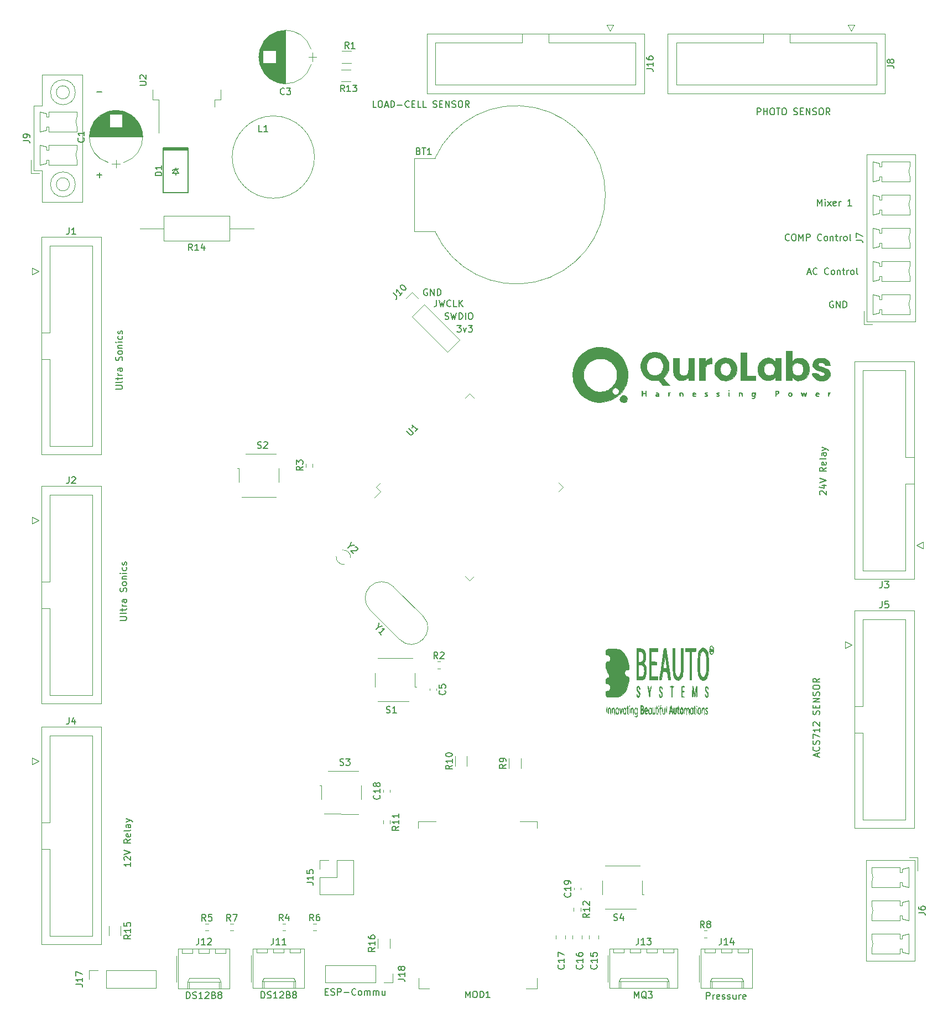
<source format=gbr>
%TF.GenerationSoftware,KiCad,Pcbnew,(5.1.12)-1*%
%TF.CreationDate,2022-04-06T16:52:09+05:30*%
%TF.ProjectId,MCROCONTROLLER,4d43524f-434f-44e5-9452-4f4c4c45522e,rev?*%
%TF.SameCoordinates,Original*%
%TF.FileFunction,Legend,Top*%
%TF.FilePolarity,Positive*%
%FSLAX46Y46*%
G04 Gerber Fmt 4.6, Leading zero omitted, Abs format (unit mm)*
G04 Created by KiCad (PCBNEW (5.1.12)-1) date 2022-04-06 16:52:09*
%MOMM*%
%LPD*%
G01*
G04 APERTURE LIST*
%ADD10C,0.150000*%
%ADD11C,0.010000*%
%ADD12C,0.120000*%
%ADD13C,0.127000*%
%ADD14C,0.100000*%
%ADD15C,0.200000*%
G04 APERTURE END LIST*
D10*
X96052380Y-181328571D02*
X96385714Y-181328571D01*
X96528571Y-181852380D02*
X96052380Y-181852380D01*
X96052380Y-180852380D01*
X96528571Y-180852380D01*
X96909523Y-181804761D02*
X97052380Y-181852380D01*
X97290476Y-181852380D01*
X97385714Y-181804761D01*
X97433333Y-181757142D01*
X97480952Y-181661904D01*
X97480952Y-181566666D01*
X97433333Y-181471428D01*
X97385714Y-181423809D01*
X97290476Y-181376190D01*
X97100000Y-181328571D01*
X97004761Y-181280952D01*
X96957142Y-181233333D01*
X96909523Y-181138095D01*
X96909523Y-181042857D01*
X96957142Y-180947619D01*
X97004761Y-180900000D01*
X97100000Y-180852380D01*
X97338095Y-180852380D01*
X97480952Y-180900000D01*
X97909523Y-181852380D02*
X97909523Y-180852380D01*
X98290476Y-180852380D01*
X98385714Y-180900000D01*
X98433333Y-180947619D01*
X98480952Y-181042857D01*
X98480952Y-181185714D01*
X98433333Y-181280952D01*
X98385714Y-181328571D01*
X98290476Y-181376190D01*
X97909523Y-181376190D01*
X98909523Y-181471428D02*
X99671428Y-181471428D01*
X100719047Y-181757142D02*
X100671428Y-181804761D01*
X100528571Y-181852380D01*
X100433333Y-181852380D01*
X100290476Y-181804761D01*
X100195238Y-181709523D01*
X100147619Y-181614285D01*
X100100000Y-181423809D01*
X100100000Y-181280952D01*
X100147619Y-181090476D01*
X100195238Y-180995238D01*
X100290476Y-180900000D01*
X100433333Y-180852380D01*
X100528571Y-180852380D01*
X100671428Y-180900000D01*
X100719047Y-180947619D01*
X101290476Y-181852380D02*
X101195238Y-181804761D01*
X101147619Y-181757142D01*
X101100000Y-181661904D01*
X101100000Y-181376190D01*
X101147619Y-181280952D01*
X101195238Y-181233333D01*
X101290476Y-181185714D01*
X101433333Y-181185714D01*
X101528571Y-181233333D01*
X101576190Y-181280952D01*
X101623809Y-181376190D01*
X101623809Y-181661904D01*
X101576190Y-181757142D01*
X101528571Y-181804761D01*
X101433333Y-181852380D01*
X101290476Y-181852380D01*
X102052380Y-181852380D02*
X102052380Y-181185714D01*
X102052380Y-181280952D02*
X102100000Y-181233333D01*
X102195238Y-181185714D01*
X102338095Y-181185714D01*
X102433333Y-181233333D01*
X102480952Y-181328571D01*
X102480952Y-181852380D01*
X102480952Y-181328571D02*
X102528571Y-181233333D01*
X102623809Y-181185714D01*
X102766666Y-181185714D01*
X102861904Y-181233333D01*
X102909523Y-181328571D01*
X102909523Y-181852380D01*
X103385714Y-181852380D02*
X103385714Y-181185714D01*
X103385714Y-181280952D02*
X103433333Y-181233333D01*
X103528571Y-181185714D01*
X103671428Y-181185714D01*
X103766666Y-181233333D01*
X103814285Y-181328571D01*
X103814285Y-181852380D01*
X103814285Y-181328571D02*
X103861904Y-181233333D01*
X103957142Y-181185714D01*
X104100000Y-181185714D01*
X104195238Y-181233333D01*
X104242857Y-181328571D01*
X104242857Y-181852380D01*
X105147619Y-181185714D02*
X105147619Y-181852380D01*
X104719047Y-181185714D02*
X104719047Y-181709523D01*
X104766666Y-181804761D01*
X104861904Y-181852380D01*
X105004761Y-181852380D01*
X105100000Y-181804761D01*
X105147619Y-181757142D01*
X61087047Y-43708628D02*
X61848952Y-43708628D01*
X61087047Y-56408628D02*
X61848952Y-56408628D01*
X61468000Y-56789580D02*
X61468000Y-56027676D01*
X167069047Y-66346342D02*
X167021428Y-66393961D01*
X166878571Y-66441580D01*
X166783333Y-66441580D01*
X166640476Y-66393961D01*
X166545238Y-66298723D01*
X166497619Y-66203485D01*
X166450000Y-66013009D01*
X166450000Y-65870152D01*
X166497619Y-65679676D01*
X166545238Y-65584438D01*
X166640476Y-65489200D01*
X166783333Y-65441580D01*
X166878571Y-65441580D01*
X167021428Y-65489200D01*
X167069047Y-65536819D01*
X167688095Y-65441580D02*
X167878571Y-65441580D01*
X167973809Y-65489200D01*
X168069047Y-65584438D01*
X168116666Y-65774914D01*
X168116666Y-66108247D01*
X168069047Y-66298723D01*
X167973809Y-66393961D01*
X167878571Y-66441580D01*
X167688095Y-66441580D01*
X167592857Y-66393961D01*
X167497619Y-66298723D01*
X167450000Y-66108247D01*
X167450000Y-65774914D01*
X167497619Y-65584438D01*
X167592857Y-65489200D01*
X167688095Y-65441580D01*
X168545238Y-66441580D02*
X168545238Y-65441580D01*
X168878571Y-66155866D01*
X169211904Y-65441580D01*
X169211904Y-66441580D01*
X169688095Y-66441580D02*
X169688095Y-65441580D01*
X170069047Y-65441580D01*
X170164285Y-65489200D01*
X170211904Y-65536819D01*
X170259523Y-65632057D01*
X170259523Y-65774914D01*
X170211904Y-65870152D01*
X170164285Y-65917771D01*
X170069047Y-65965390D01*
X169688095Y-65965390D01*
X172021428Y-66346342D02*
X171973809Y-66393961D01*
X171830952Y-66441580D01*
X171735714Y-66441580D01*
X171592857Y-66393961D01*
X171497619Y-66298723D01*
X171450000Y-66203485D01*
X171402380Y-66013009D01*
X171402380Y-65870152D01*
X171450000Y-65679676D01*
X171497619Y-65584438D01*
X171592857Y-65489200D01*
X171735714Y-65441580D01*
X171830952Y-65441580D01*
X171973809Y-65489200D01*
X172021428Y-65536819D01*
X172592857Y-66441580D02*
X172497619Y-66393961D01*
X172450000Y-66346342D01*
X172402380Y-66251104D01*
X172402380Y-65965390D01*
X172450000Y-65870152D01*
X172497619Y-65822533D01*
X172592857Y-65774914D01*
X172735714Y-65774914D01*
X172830952Y-65822533D01*
X172878571Y-65870152D01*
X172926190Y-65965390D01*
X172926190Y-66251104D01*
X172878571Y-66346342D01*
X172830952Y-66393961D01*
X172735714Y-66441580D01*
X172592857Y-66441580D01*
X173354761Y-65774914D02*
X173354761Y-66441580D01*
X173354761Y-65870152D02*
X173402380Y-65822533D01*
X173497619Y-65774914D01*
X173640476Y-65774914D01*
X173735714Y-65822533D01*
X173783333Y-65917771D01*
X173783333Y-66441580D01*
X174116666Y-65774914D02*
X174497619Y-65774914D01*
X174259523Y-65441580D02*
X174259523Y-66298723D01*
X174307142Y-66393961D01*
X174402380Y-66441580D01*
X174497619Y-66441580D01*
X174830952Y-66441580D02*
X174830952Y-65774914D01*
X174830952Y-65965390D02*
X174878571Y-65870152D01*
X174926190Y-65822533D01*
X175021428Y-65774914D01*
X175116666Y-65774914D01*
X175592857Y-66441580D02*
X175497619Y-66393961D01*
X175450000Y-66346342D01*
X175402380Y-66251104D01*
X175402380Y-65965390D01*
X175450000Y-65870152D01*
X175497619Y-65822533D01*
X175592857Y-65774914D01*
X175735714Y-65774914D01*
X175830952Y-65822533D01*
X175878571Y-65870152D01*
X175926190Y-65965390D01*
X175926190Y-66251104D01*
X175878571Y-66346342D01*
X175830952Y-66393961D01*
X175735714Y-66441580D01*
X175592857Y-66441580D01*
X176497619Y-66441580D02*
X176402380Y-66393961D01*
X176354761Y-66298723D01*
X176354761Y-65441580D01*
X103836057Y-46070780D02*
X103359866Y-46070780D01*
X103359866Y-45070780D01*
X104359866Y-45070780D02*
X104550342Y-45070780D01*
X104645580Y-45118400D01*
X104740819Y-45213638D01*
X104788438Y-45404114D01*
X104788438Y-45737447D01*
X104740819Y-45927923D01*
X104645580Y-46023161D01*
X104550342Y-46070780D01*
X104359866Y-46070780D01*
X104264628Y-46023161D01*
X104169390Y-45927923D01*
X104121771Y-45737447D01*
X104121771Y-45404114D01*
X104169390Y-45213638D01*
X104264628Y-45118400D01*
X104359866Y-45070780D01*
X105169390Y-45785066D02*
X105645580Y-45785066D01*
X105074152Y-46070780D02*
X105407485Y-45070780D01*
X105740819Y-46070780D01*
X106074152Y-46070780D02*
X106074152Y-45070780D01*
X106312247Y-45070780D01*
X106455104Y-45118400D01*
X106550342Y-45213638D01*
X106597961Y-45308876D01*
X106645580Y-45499352D01*
X106645580Y-45642209D01*
X106597961Y-45832685D01*
X106550342Y-45927923D01*
X106455104Y-46023161D01*
X106312247Y-46070780D01*
X106074152Y-46070780D01*
X107074152Y-45689828D02*
X107836057Y-45689828D01*
X108883676Y-45975542D02*
X108836057Y-46023161D01*
X108693200Y-46070780D01*
X108597961Y-46070780D01*
X108455104Y-46023161D01*
X108359866Y-45927923D01*
X108312247Y-45832685D01*
X108264628Y-45642209D01*
X108264628Y-45499352D01*
X108312247Y-45308876D01*
X108359866Y-45213638D01*
X108455104Y-45118400D01*
X108597961Y-45070780D01*
X108693200Y-45070780D01*
X108836057Y-45118400D01*
X108883676Y-45166019D01*
X109312247Y-45546971D02*
X109645580Y-45546971D01*
X109788438Y-46070780D02*
X109312247Y-46070780D01*
X109312247Y-45070780D01*
X109788438Y-45070780D01*
X110693200Y-46070780D02*
X110217009Y-46070780D01*
X110217009Y-45070780D01*
X111502723Y-46070780D02*
X111026533Y-46070780D01*
X111026533Y-45070780D01*
X112550342Y-46023161D02*
X112693200Y-46070780D01*
X112931295Y-46070780D01*
X113026533Y-46023161D01*
X113074152Y-45975542D01*
X113121771Y-45880304D01*
X113121771Y-45785066D01*
X113074152Y-45689828D01*
X113026533Y-45642209D01*
X112931295Y-45594590D01*
X112740819Y-45546971D01*
X112645580Y-45499352D01*
X112597961Y-45451733D01*
X112550342Y-45356495D01*
X112550342Y-45261257D01*
X112597961Y-45166019D01*
X112645580Y-45118400D01*
X112740819Y-45070780D01*
X112978914Y-45070780D01*
X113121771Y-45118400D01*
X113550342Y-45546971D02*
X113883676Y-45546971D01*
X114026533Y-46070780D02*
X113550342Y-46070780D01*
X113550342Y-45070780D01*
X114026533Y-45070780D01*
X114455104Y-46070780D02*
X114455104Y-45070780D01*
X115026533Y-46070780D01*
X115026533Y-45070780D01*
X115455104Y-46023161D02*
X115597961Y-46070780D01*
X115836057Y-46070780D01*
X115931295Y-46023161D01*
X115978914Y-45975542D01*
X116026533Y-45880304D01*
X116026533Y-45785066D01*
X115978914Y-45689828D01*
X115931295Y-45642209D01*
X115836057Y-45594590D01*
X115645580Y-45546971D01*
X115550342Y-45499352D01*
X115502723Y-45451733D01*
X115455104Y-45356495D01*
X115455104Y-45261257D01*
X115502723Y-45166019D01*
X115550342Y-45118400D01*
X115645580Y-45070780D01*
X115883676Y-45070780D01*
X116026533Y-45118400D01*
X116645580Y-45070780D02*
X116836057Y-45070780D01*
X116931295Y-45118400D01*
X117026533Y-45213638D01*
X117074152Y-45404114D01*
X117074152Y-45737447D01*
X117026533Y-45927923D01*
X116931295Y-46023161D01*
X116836057Y-46070780D01*
X116645580Y-46070780D01*
X116550342Y-46023161D01*
X116455104Y-45927923D01*
X116407485Y-45737447D01*
X116407485Y-45404114D01*
X116455104Y-45213638D01*
X116550342Y-45118400D01*
X116645580Y-45070780D01*
X118074152Y-46070780D02*
X117740819Y-45594590D01*
X117502723Y-46070780D02*
X117502723Y-45070780D01*
X117883676Y-45070780D01*
X117978914Y-45118400D01*
X118026533Y-45166019D01*
X118074152Y-45261257D01*
X118074152Y-45404114D01*
X118026533Y-45499352D01*
X117978914Y-45546971D01*
X117883676Y-45594590D01*
X117502723Y-45594590D01*
X63968380Y-89162971D02*
X64777904Y-89162971D01*
X64873142Y-89115352D01*
X64920761Y-89067733D01*
X64968380Y-88972495D01*
X64968380Y-88782019D01*
X64920761Y-88686780D01*
X64873142Y-88639161D01*
X64777904Y-88591542D01*
X63968380Y-88591542D01*
X64968380Y-87972495D02*
X64920761Y-88067733D01*
X64825523Y-88115352D01*
X63968380Y-88115352D01*
X64301714Y-87734400D02*
X64301714Y-87353447D01*
X63968380Y-87591542D02*
X64825523Y-87591542D01*
X64920761Y-87543923D01*
X64968380Y-87448685D01*
X64968380Y-87353447D01*
X64968380Y-87020114D02*
X64301714Y-87020114D01*
X64492190Y-87020114D02*
X64396952Y-86972495D01*
X64349333Y-86924876D01*
X64301714Y-86829638D01*
X64301714Y-86734400D01*
X64968380Y-85972495D02*
X64444571Y-85972495D01*
X64349333Y-86020114D01*
X64301714Y-86115352D01*
X64301714Y-86305828D01*
X64349333Y-86401066D01*
X64920761Y-85972495D02*
X64968380Y-86067733D01*
X64968380Y-86305828D01*
X64920761Y-86401066D01*
X64825523Y-86448685D01*
X64730285Y-86448685D01*
X64635047Y-86401066D01*
X64587428Y-86305828D01*
X64587428Y-86067733D01*
X64539809Y-85972495D01*
X64920761Y-84782019D02*
X64968380Y-84639161D01*
X64968380Y-84401066D01*
X64920761Y-84305828D01*
X64873142Y-84258209D01*
X64777904Y-84210590D01*
X64682666Y-84210590D01*
X64587428Y-84258209D01*
X64539809Y-84305828D01*
X64492190Y-84401066D01*
X64444571Y-84591542D01*
X64396952Y-84686780D01*
X64349333Y-84734400D01*
X64254095Y-84782019D01*
X64158857Y-84782019D01*
X64063619Y-84734400D01*
X64016000Y-84686780D01*
X63968380Y-84591542D01*
X63968380Y-84353447D01*
X64016000Y-84210590D01*
X64968380Y-83639161D02*
X64920761Y-83734400D01*
X64873142Y-83782019D01*
X64777904Y-83829638D01*
X64492190Y-83829638D01*
X64396952Y-83782019D01*
X64349333Y-83734400D01*
X64301714Y-83639161D01*
X64301714Y-83496304D01*
X64349333Y-83401066D01*
X64396952Y-83353447D01*
X64492190Y-83305828D01*
X64777904Y-83305828D01*
X64873142Y-83353447D01*
X64920761Y-83401066D01*
X64968380Y-83496304D01*
X64968380Y-83639161D01*
X64301714Y-82877257D02*
X64968380Y-82877257D01*
X64396952Y-82877257D02*
X64349333Y-82829638D01*
X64301714Y-82734400D01*
X64301714Y-82591542D01*
X64349333Y-82496304D01*
X64444571Y-82448685D01*
X64968380Y-82448685D01*
X64968380Y-81972495D02*
X64301714Y-81972495D01*
X63968380Y-81972495D02*
X64016000Y-82020114D01*
X64063619Y-81972495D01*
X64016000Y-81924876D01*
X63968380Y-81972495D01*
X64063619Y-81972495D01*
X64920761Y-81067733D02*
X64968380Y-81162971D01*
X64968380Y-81353447D01*
X64920761Y-81448685D01*
X64873142Y-81496304D01*
X64777904Y-81543923D01*
X64492190Y-81543923D01*
X64396952Y-81496304D01*
X64349333Y-81448685D01*
X64301714Y-81353447D01*
X64301714Y-81162971D01*
X64349333Y-81067733D01*
X64920761Y-80686780D02*
X64968380Y-80591542D01*
X64968380Y-80401066D01*
X64920761Y-80305828D01*
X64825523Y-80258209D01*
X64777904Y-80258209D01*
X64682666Y-80305828D01*
X64635047Y-80401066D01*
X64635047Y-80543923D01*
X64587428Y-80639161D01*
X64492190Y-80686780D01*
X64444571Y-80686780D01*
X64349333Y-80639161D01*
X64301714Y-80543923D01*
X64301714Y-80401066D01*
X64349333Y-80305828D01*
X64628780Y-124519771D02*
X65438304Y-124519771D01*
X65533542Y-124472152D01*
X65581161Y-124424533D01*
X65628780Y-124329295D01*
X65628780Y-124138819D01*
X65581161Y-124043580D01*
X65533542Y-123995961D01*
X65438304Y-123948342D01*
X64628780Y-123948342D01*
X65628780Y-123329295D02*
X65581161Y-123424533D01*
X65485923Y-123472152D01*
X64628780Y-123472152D01*
X64962114Y-123091200D02*
X64962114Y-122710247D01*
X64628780Y-122948342D02*
X65485923Y-122948342D01*
X65581161Y-122900723D01*
X65628780Y-122805485D01*
X65628780Y-122710247D01*
X65628780Y-122376914D02*
X64962114Y-122376914D01*
X65152590Y-122376914D02*
X65057352Y-122329295D01*
X65009733Y-122281676D01*
X64962114Y-122186438D01*
X64962114Y-122091200D01*
X65628780Y-121329295D02*
X65104971Y-121329295D01*
X65009733Y-121376914D01*
X64962114Y-121472152D01*
X64962114Y-121662628D01*
X65009733Y-121757866D01*
X65581161Y-121329295D02*
X65628780Y-121424533D01*
X65628780Y-121662628D01*
X65581161Y-121757866D01*
X65485923Y-121805485D01*
X65390685Y-121805485D01*
X65295447Y-121757866D01*
X65247828Y-121662628D01*
X65247828Y-121424533D01*
X65200209Y-121329295D01*
X65581161Y-120138819D02*
X65628780Y-119995961D01*
X65628780Y-119757866D01*
X65581161Y-119662628D01*
X65533542Y-119615009D01*
X65438304Y-119567390D01*
X65343066Y-119567390D01*
X65247828Y-119615009D01*
X65200209Y-119662628D01*
X65152590Y-119757866D01*
X65104971Y-119948342D01*
X65057352Y-120043580D01*
X65009733Y-120091200D01*
X64914495Y-120138819D01*
X64819257Y-120138819D01*
X64724019Y-120091200D01*
X64676400Y-120043580D01*
X64628780Y-119948342D01*
X64628780Y-119710247D01*
X64676400Y-119567390D01*
X65628780Y-118995961D02*
X65581161Y-119091200D01*
X65533542Y-119138819D01*
X65438304Y-119186438D01*
X65152590Y-119186438D01*
X65057352Y-119138819D01*
X65009733Y-119091200D01*
X64962114Y-118995961D01*
X64962114Y-118853104D01*
X65009733Y-118757866D01*
X65057352Y-118710247D01*
X65152590Y-118662628D01*
X65438304Y-118662628D01*
X65533542Y-118710247D01*
X65581161Y-118757866D01*
X65628780Y-118853104D01*
X65628780Y-118995961D01*
X64962114Y-118234057D02*
X65628780Y-118234057D01*
X65057352Y-118234057D02*
X65009733Y-118186438D01*
X64962114Y-118091200D01*
X64962114Y-117948342D01*
X65009733Y-117853104D01*
X65104971Y-117805485D01*
X65628780Y-117805485D01*
X65628780Y-117329295D02*
X64962114Y-117329295D01*
X64628780Y-117329295D02*
X64676400Y-117376914D01*
X64724019Y-117329295D01*
X64676400Y-117281676D01*
X64628780Y-117329295D01*
X64724019Y-117329295D01*
X65581161Y-116424533D02*
X65628780Y-116519771D01*
X65628780Y-116710247D01*
X65581161Y-116805485D01*
X65533542Y-116853104D01*
X65438304Y-116900723D01*
X65152590Y-116900723D01*
X65057352Y-116853104D01*
X65009733Y-116805485D01*
X64962114Y-116710247D01*
X64962114Y-116519771D01*
X65009733Y-116424533D01*
X65581161Y-116043580D02*
X65628780Y-115948342D01*
X65628780Y-115757866D01*
X65581161Y-115662628D01*
X65485923Y-115615009D01*
X65438304Y-115615009D01*
X65343066Y-115662628D01*
X65295447Y-115757866D01*
X65295447Y-115900723D01*
X65247828Y-115995961D01*
X65152590Y-116043580D01*
X65104971Y-116043580D01*
X65009733Y-115995961D01*
X64962114Y-115900723D01*
X64962114Y-115757866D01*
X65009733Y-115662628D01*
X66238380Y-161570609D02*
X66238380Y-162142038D01*
X66238380Y-161856323D02*
X65238380Y-161856323D01*
X65381238Y-161951561D01*
X65476476Y-162046800D01*
X65524095Y-162142038D01*
X65333619Y-161189657D02*
X65286000Y-161142038D01*
X65238380Y-161046800D01*
X65238380Y-160808704D01*
X65286000Y-160713466D01*
X65333619Y-160665847D01*
X65428857Y-160618228D01*
X65524095Y-160618228D01*
X65666952Y-160665847D01*
X66238380Y-161237276D01*
X66238380Y-160618228D01*
X65238380Y-160332514D02*
X66238380Y-159999180D01*
X65238380Y-159665847D01*
X66238380Y-157999180D02*
X65762190Y-158332514D01*
X66238380Y-158570609D02*
X65238380Y-158570609D01*
X65238380Y-158189657D01*
X65286000Y-158094419D01*
X65333619Y-158046800D01*
X65428857Y-157999180D01*
X65571714Y-157999180D01*
X65666952Y-158046800D01*
X65714571Y-158094419D01*
X65762190Y-158189657D01*
X65762190Y-158570609D01*
X66190761Y-157189657D02*
X66238380Y-157284895D01*
X66238380Y-157475371D01*
X66190761Y-157570609D01*
X66095523Y-157618228D01*
X65714571Y-157618228D01*
X65619333Y-157570609D01*
X65571714Y-157475371D01*
X65571714Y-157284895D01*
X65619333Y-157189657D01*
X65714571Y-157142038D01*
X65809809Y-157142038D01*
X65905047Y-157618228D01*
X66238380Y-156570609D02*
X66190761Y-156665847D01*
X66095523Y-156713466D01*
X65238380Y-156713466D01*
X66238380Y-155761085D02*
X65714571Y-155761085D01*
X65619333Y-155808704D01*
X65571714Y-155903942D01*
X65571714Y-156094419D01*
X65619333Y-156189657D01*
X66190761Y-155761085D02*
X66238380Y-155856323D01*
X66238380Y-156094419D01*
X66190761Y-156189657D01*
X66095523Y-156237276D01*
X66000285Y-156237276D01*
X65905047Y-156189657D01*
X65857428Y-156094419D01*
X65857428Y-155856323D01*
X65809809Y-155761085D01*
X65571714Y-155380133D02*
X66238380Y-155142038D01*
X65571714Y-154903942D02*
X66238380Y-155142038D01*
X66476476Y-155237276D01*
X66524095Y-155284895D01*
X66571714Y-155380133D01*
X171413466Y-145371390D02*
X171413466Y-144895200D01*
X171699180Y-145466628D02*
X170699180Y-145133295D01*
X171699180Y-144799961D01*
X171603942Y-143895200D02*
X171651561Y-143942819D01*
X171699180Y-144085676D01*
X171699180Y-144180914D01*
X171651561Y-144323771D01*
X171556323Y-144419009D01*
X171461085Y-144466628D01*
X171270609Y-144514247D01*
X171127752Y-144514247D01*
X170937276Y-144466628D01*
X170842038Y-144419009D01*
X170746800Y-144323771D01*
X170699180Y-144180914D01*
X170699180Y-144085676D01*
X170746800Y-143942819D01*
X170794419Y-143895200D01*
X171651561Y-143514247D02*
X171699180Y-143371390D01*
X171699180Y-143133295D01*
X171651561Y-143038057D01*
X171603942Y-142990438D01*
X171508704Y-142942819D01*
X171413466Y-142942819D01*
X171318228Y-142990438D01*
X171270609Y-143038057D01*
X171222990Y-143133295D01*
X171175371Y-143323771D01*
X171127752Y-143419009D01*
X171080133Y-143466628D01*
X170984895Y-143514247D01*
X170889657Y-143514247D01*
X170794419Y-143466628D01*
X170746800Y-143419009D01*
X170699180Y-143323771D01*
X170699180Y-143085676D01*
X170746800Y-142942819D01*
X170699180Y-142609485D02*
X170699180Y-141942819D01*
X171699180Y-142371390D01*
X171699180Y-141038057D02*
X171699180Y-141609485D01*
X171699180Y-141323771D02*
X170699180Y-141323771D01*
X170842038Y-141419009D01*
X170937276Y-141514247D01*
X170984895Y-141609485D01*
X170794419Y-140657104D02*
X170746800Y-140609485D01*
X170699180Y-140514247D01*
X170699180Y-140276152D01*
X170746800Y-140180914D01*
X170794419Y-140133295D01*
X170889657Y-140085676D01*
X170984895Y-140085676D01*
X171127752Y-140133295D01*
X171699180Y-140704723D01*
X171699180Y-140085676D01*
X171651561Y-138942819D02*
X171699180Y-138799961D01*
X171699180Y-138561866D01*
X171651561Y-138466628D01*
X171603942Y-138419009D01*
X171508704Y-138371390D01*
X171413466Y-138371390D01*
X171318228Y-138419009D01*
X171270609Y-138466628D01*
X171222990Y-138561866D01*
X171175371Y-138752342D01*
X171127752Y-138847580D01*
X171080133Y-138895200D01*
X170984895Y-138942819D01*
X170889657Y-138942819D01*
X170794419Y-138895200D01*
X170746800Y-138847580D01*
X170699180Y-138752342D01*
X170699180Y-138514247D01*
X170746800Y-138371390D01*
X171175371Y-137942819D02*
X171175371Y-137609485D01*
X171699180Y-137466628D02*
X171699180Y-137942819D01*
X170699180Y-137942819D01*
X170699180Y-137466628D01*
X171699180Y-137038057D02*
X170699180Y-137038057D01*
X171699180Y-136466628D01*
X170699180Y-136466628D01*
X171651561Y-136038057D02*
X171699180Y-135895200D01*
X171699180Y-135657104D01*
X171651561Y-135561866D01*
X171603942Y-135514247D01*
X171508704Y-135466628D01*
X171413466Y-135466628D01*
X171318228Y-135514247D01*
X171270609Y-135561866D01*
X171222990Y-135657104D01*
X171175371Y-135847580D01*
X171127752Y-135942819D01*
X171080133Y-135990438D01*
X170984895Y-136038057D01*
X170889657Y-136038057D01*
X170794419Y-135990438D01*
X170746800Y-135942819D01*
X170699180Y-135847580D01*
X170699180Y-135609485D01*
X170746800Y-135466628D01*
X170699180Y-134847580D02*
X170699180Y-134657104D01*
X170746800Y-134561866D01*
X170842038Y-134466628D01*
X171032514Y-134419009D01*
X171365847Y-134419009D01*
X171556323Y-134466628D01*
X171651561Y-134561866D01*
X171699180Y-134657104D01*
X171699180Y-134847580D01*
X171651561Y-134942819D01*
X171556323Y-135038057D01*
X171365847Y-135085676D01*
X171032514Y-135085676D01*
X170842038Y-135038057D01*
X170746800Y-134942819D01*
X170699180Y-134847580D01*
X171699180Y-133419009D02*
X171222990Y-133752342D01*
X171699180Y-133990438D02*
X170699180Y-133990438D01*
X170699180Y-133609485D01*
X170746800Y-133514247D01*
X170794419Y-133466628D01*
X170889657Y-133419009D01*
X171032514Y-133419009D01*
X171127752Y-133466628D01*
X171175371Y-133514247D01*
X171222990Y-133609485D01*
X171222990Y-133990438D01*
X171810419Y-105296838D02*
X171762800Y-105249219D01*
X171715180Y-105153980D01*
X171715180Y-104915885D01*
X171762800Y-104820647D01*
X171810419Y-104773028D01*
X171905657Y-104725409D01*
X172000895Y-104725409D01*
X172143752Y-104773028D01*
X172715180Y-105344457D01*
X172715180Y-104725409D01*
X172048514Y-103868266D02*
X172715180Y-103868266D01*
X171667561Y-104106361D02*
X172381847Y-104344457D01*
X172381847Y-103725409D01*
X171715180Y-103487314D02*
X172715180Y-103153980D01*
X171715180Y-102820647D01*
X172715180Y-101153980D02*
X172238990Y-101487314D01*
X172715180Y-101725409D02*
X171715180Y-101725409D01*
X171715180Y-101344457D01*
X171762800Y-101249219D01*
X171810419Y-101201600D01*
X171905657Y-101153980D01*
X172048514Y-101153980D01*
X172143752Y-101201600D01*
X172191371Y-101249219D01*
X172238990Y-101344457D01*
X172238990Y-101725409D01*
X172667561Y-100344457D02*
X172715180Y-100439695D01*
X172715180Y-100630171D01*
X172667561Y-100725409D01*
X172572323Y-100773028D01*
X172191371Y-100773028D01*
X172096133Y-100725409D01*
X172048514Y-100630171D01*
X172048514Y-100439695D01*
X172096133Y-100344457D01*
X172191371Y-100296838D01*
X172286609Y-100296838D01*
X172381847Y-100773028D01*
X172715180Y-99725409D02*
X172667561Y-99820647D01*
X172572323Y-99868266D01*
X171715180Y-99868266D01*
X172715180Y-98915885D02*
X172191371Y-98915885D01*
X172096133Y-98963504D01*
X172048514Y-99058742D01*
X172048514Y-99249219D01*
X172096133Y-99344457D01*
X172667561Y-98915885D02*
X172715180Y-99011123D01*
X172715180Y-99249219D01*
X172667561Y-99344457D01*
X172572323Y-99392076D01*
X172477085Y-99392076D01*
X172381847Y-99344457D01*
X172334228Y-99249219D01*
X172334228Y-99011123D01*
X172286609Y-98915885D01*
X172048514Y-98534933D02*
X172715180Y-98296838D01*
X172048514Y-98058742D02*
X172715180Y-98296838D01*
X172953276Y-98392076D01*
X173000895Y-98439695D01*
X173048514Y-98534933D01*
X162143180Y-47188380D02*
X162143180Y-46188380D01*
X162524133Y-46188380D01*
X162619371Y-46236000D01*
X162666990Y-46283619D01*
X162714609Y-46378857D01*
X162714609Y-46521714D01*
X162666990Y-46616952D01*
X162619371Y-46664571D01*
X162524133Y-46712190D01*
X162143180Y-46712190D01*
X163143180Y-47188380D02*
X163143180Y-46188380D01*
X163143180Y-46664571D02*
X163714609Y-46664571D01*
X163714609Y-47188380D02*
X163714609Y-46188380D01*
X164381276Y-46188380D02*
X164571752Y-46188380D01*
X164666990Y-46236000D01*
X164762228Y-46331238D01*
X164809847Y-46521714D01*
X164809847Y-46855047D01*
X164762228Y-47045523D01*
X164666990Y-47140761D01*
X164571752Y-47188380D01*
X164381276Y-47188380D01*
X164286038Y-47140761D01*
X164190800Y-47045523D01*
X164143180Y-46855047D01*
X164143180Y-46521714D01*
X164190800Y-46331238D01*
X164286038Y-46236000D01*
X164381276Y-46188380D01*
X165095561Y-46188380D02*
X165666990Y-46188380D01*
X165381276Y-47188380D02*
X165381276Y-46188380D01*
X166190800Y-46188380D02*
X166381276Y-46188380D01*
X166476514Y-46236000D01*
X166571752Y-46331238D01*
X166619371Y-46521714D01*
X166619371Y-46855047D01*
X166571752Y-47045523D01*
X166476514Y-47140761D01*
X166381276Y-47188380D01*
X166190800Y-47188380D01*
X166095561Y-47140761D01*
X166000323Y-47045523D01*
X165952704Y-46855047D01*
X165952704Y-46521714D01*
X166000323Y-46331238D01*
X166095561Y-46236000D01*
X166190800Y-46188380D01*
X167762228Y-47140761D02*
X167905085Y-47188380D01*
X168143180Y-47188380D01*
X168238419Y-47140761D01*
X168286038Y-47093142D01*
X168333657Y-46997904D01*
X168333657Y-46902666D01*
X168286038Y-46807428D01*
X168238419Y-46759809D01*
X168143180Y-46712190D01*
X167952704Y-46664571D01*
X167857466Y-46616952D01*
X167809847Y-46569333D01*
X167762228Y-46474095D01*
X167762228Y-46378857D01*
X167809847Y-46283619D01*
X167857466Y-46236000D01*
X167952704Y-46188380D01*
X168190800Y-46188380D01*
X168333657Y-46236000D01*
X168762228Y-46664571D02*
X169095561Y-46664571D01*
X169238419Y-47188380D02*
X168762228Y-47188380D01*
X168762228Y-46188380D01*
X169238419Y-46188380D01*
X169666990Y-47188380D02*
X169666990Y-46188380D01*
X170238419Y-47188380D01*
X170238419Y-46188380D01*
X170666990Y-47140761D02*
X170809847Y-47188380D01*
X171047942Y-47188380D01*
X171143180Y-47140761D01*
X171190800Y-47093142D01*
X171238419Y-46997904D01*
X171238419Y-46902666D01*
X171190800Y-46807428D01*
X171143180Y-46759809D01*
X171047942Y-46712190D01*
X170857466Y-46664571D01*
X170762228Y-46616952D01*
X170714609Y-46569333D01*
X170666990Y-46474095D01*
X170666990Y-46378857D01*
X170714609Y-46283619D01*
X170762228Y-46236000D01*
X170857466Y-46188380D01*
X171095561Y-46188380D01*
X171238419Y-46236000D01*
X171857466Y-46188380D02*
X172047942Y-46188380D01*
X172143180Y-46236000D01*
X172238419Y-46331238D01*
X172286038Y-46521714D01*
X172286038Y-46855047D01*
X172238419Y-47045523D01*
X172143180Y-47140761D01*
X172047942Y-47188380D01*
X171857466Y-47188380D01*
X171762228Y-47140761D01*
X171666990Y-47045523D01*
X171619371Y-46855047D01*
X171619371Y-46521714D01*
X171666990Y-46331238D01*
X171762228Y-46236000D01*
X171857466Y-46188380D01*
X173286038Y-47188380D02*
X172952704Y-46712190D01*
X172714609Y-47188380D02*
X172714609Y-46188380D01*
X173095561Y-46188380D01*
X173190800Y-46236000D01*
X173238419Y-46283619D01*
X173286038Y-46378857D01*
X173286038Y-46521714D01*
X173238419Y-46616952D01*
X173190800Y-46664571D01*
X173095561Y-46712190D01*
X172714609Y-46712190D01*
X74803333Y-182367180D02*
X74803333Y-181367180D01*
X75041428Y-181367180D01*
X75184285Y-181414800D01*
X75279523Y-181510038D01*
X75327142Y-181605276D01*
X75374761Y-181795752D01*
X75374761Y-181938609D01*
X75327142Y-182129085D01*
X75279523Y-182224323D01*
X75184285Y-182319561D01*
X75041428Y-182367180D01*
X74803333Y-182367180D01*
X75755714Y-182319561D02*
X75898571Y-182367180D01*
X76136666Y-182367180D01*
X76231904Y-182319561D01*
X76279523Y-182271942D01*
X76327142Y-182176704D01*
X76327142Y-182081466D01*
X76279523Y-181986228D01*
X76231904Y-181938609D01*
X76136666Y-181890990D01*
X75946190Y-181843371D01*
X75850952Y-181795752D01*
X75803333Y-181748133D01*
X75755714Y-181652895D01*
X75755714Y-181557657D01*
X75803333Y-181462419D01*
X75850952Y-181414800D01*
X75946190Y-181367180D01*
X76184285Y-181367180D01*
X76327142Y-181414800D01*
X77279523Y-182367180D02*
X76708095Y-182367180D01*
X76993809Y-182367180D02*
X76993809Y-181367180D01*
X76898571Y-181510038D01*
X76803333Y-181605276D01*
X76708095Y-181652895D01*
X77660476Y-181462419D02*
X77708095Y-181414800D01*
X77803333Y-181367180D01*
X78041428Y-181367180D01*
X78136666Y-181414800D01*
X78184285Y-181462419D01*
X78231904Y-181557657D01*
X78231904Y-181652895D01*
X78184285Y-181795752D01*
X77612857Y-182367180D01*
X78231904Y-182367180D01*
X78993809Y-181843371D02*
X79136666Y-181890990D01*
X79184285Y-181938609D01*
X79231904Y-182033847D01*
X79231904Y-182176704D01*
X79184285Y-182271942D01*
X79136666Y-182319561D01*
X79041428Y-182367180D01*
X78660476Y-182367180D01*
X78660476Y-181367180D01*
X78993809Y-181367180D01*
X79089047Y-181414800D01*
X79136666Y-181462419D01*
X79184285Y-181557657D01*
X79184285Y-181652895D01*
X79136666Y-181748133D01*
X79089047Y-181795752D01*
X78993809Y-181843371D01*
X78660476Y-181843371D01*
X79803333Y-181795752D02*
X79708095Y-181748133D01*
X79660476Y-181700514D01*
X79612857Y-181605276D01*
X79612857Y-181557657D01*
X79660476Y-181462419D01*
X79708095Y-181414800D01*
X79803333Y-181367180D01*
X79993809Y-181367180D01*
X80089047Y-181414800D01*
X80136666Y-181462419D01*
X80184285Y-181557657D01*
X80184285Y-181605276D01*
X80136666Y-181700514D01*
X80089047Y-181748133D01*
X79993809Y-181795752D01*
X79803333Y-181795752D01*
X79708095Y-181843371D01*
X79660476Y-181890990D01*
X79612857Y-181986228D01*
X79612857Y-182176704D01*
X79660476Y-182271942D01*
X79708095Y-182319561D01*
X79803333Y-182367180D01*
X79993809Y-182367180D01*
X80089047Y-182319561D01*
X80136666Y-182271942D01*
X80184285Y-182176704D01*
X80184285Y-181986228D01*
X80136666Y-181890990D01*
X80089047Y-181843371D01*
X79993809Y-181795752D01*
X86233333Y-182316380D02*
X86233333Y-181316380D01*
X86471428Y-181316380D01*
X86614285Y-181364000D01*
X86709523Y-181459238D01*
X86757142Y-181554476D01*
X86804761Y-181744952D01*
X86804761Y-181887809D01*
X86757142Y-182078285D01*
X86709523Y-182173523D01*
X86614285Y-182268761D01*
X86471428Y-182316380D01*
X86233333Y-182316380D01*
X87185714Y-182268761D02*
X87328571Y-182316380D01*
X87566666Y-182316380D01*
X87661904Y-182268761D01*
X87709523Y-182221142D01*
X87757142Y-182125904D01*
X87757142Y-182030666D01*
X87709523Y-181935428D01*
X87661904Y-181887809D01*
X87566666Y-181840190D01*
X87376190Y-181792571D01*
X87280952Y-181744952D01*
X87233333Y-181697333D01*
X87185714Y-181602095D01*
X87185714Y-181506857D01*
X87233333Y-181411619D01*
X87280952Y-181364000D01*
X87376190Y-181316380D01*
X87614285Y-181316380D01*
X87757142Y-181364000D01*
X88709523Y-182316380D02*
X88138095Y-182316380D01*
X88423809Y-182316380D02*
X88423809Y-181316380D01*
X88328571Y-181459238D01*
X88233333Y-181554476D01*
X88138095Y-181602095D01*
X89090476Y-181411619D02*
X89138095Y-181364000D01*
X89233333Y-181316380D01*
X89471428Y-181316380D01*
X89566666Y-181364000D01*
X89614285Y-181411619D01*
X89661904Y-181506857D01*
X89661904Y-181602095D01*
X89614285Y-181744952D01*
X89042857Y-182316380D01*
X89661904Y-182316380D01*
X90423809Y-181792571D02*
X90566666Y-181840190D01*
X90614285Y-181887809D01*
X90661904Y-181983047D01*
X90661904Y-182125904D01*
X90614285Y-182221142D01*
X90566666Y-182268761D01*
X90471428Y-182316380D01*
X90090476Y-182316380D01*
X90090476Y-181316380D01*
X90423809Y-181316380D01*
X90519047Y-181364000D01*
X90566666Y-181411619D01*
X90614285Y-181506857D01*
X90614285Y-181602095D01*
X90566666Y-181697333D01*
X90519047Y-181744952D01*
X90423809Y-181792571D01*
X90090476Y-181792571D01*
X91233333Y-181744952D02*
X91138095Y-181697333D01*
X91090476Y-181649714D01*
X91042857Y-181554476D01*
X91042857Y-181506857D01*
X91090476Y-181411619D01*
X91138095Y-181364000D01*
X91233333Y-181316380D01*
X91423809Y-181316380D01*
X91519047Y-181364000D01*
X91566666Y-181411619D01*
X91614285Y-181506857D01*
X91614285Y-181554476D01*
X91566666Y-181649714D01*
X91519047Y-181697333D01*
X91423809Y-181744952D01*
X91233333Y-181744952D01*
X91138095Y-181792571D01*
X91090476Y-181840190D01*
X91042857Y-181935428D01*
X91042857Y-182125904D01*
X91090476Y-182221142D01*
X91138095Y-182268761D01*
X91233333Y-182316380D01*
X91423809Y-182316380D01*
X91519047Y-182268761D01*
X91566666Y-182221142D01*
X91614285Y-182125904D01*
X91614285Y-181935428D01*
X91566666Y-181840190D01*
X91519047Y-181792571D01*
X91423809Y-181744952D01*
X154378400Y-182468780D02*
X154378400Y-181468780D01*
X154759352Y-181468780D01*
X154854590Y-181516400D01*
X154902209Y-181564019D01*
X154949828Y-181659257D01*
X154949828Y-181802114D01*
X154902209Y-181897352D01*
X154854590Y-181944971D01*
X154759352Y-181992590D01*
X154378400Y-181992590D01*
X155378400Y-182468780D02*
X155378400Y-181802114D01*
X155378400Y-181992590D02*
X155426019Y-181897352D01*
X155473638Y-181849733D01*
X155568876Y-181802114D01*
X155664114Y-181802114D01*
X156378400Y-182421161D02*
X156283161Y-182468780D01*
X156092685Y-182468780D01*
X155997447Y-182421161D01*
X155949828Y-182325923D01*
X155949828Y-181944971D01*
X155997447Y-181849733D01*
X156092685Y-181802114D01*
X156283161Y-181802114D01*
X156378400Y-181849733D01*
X156426019Y-181944971D01*
X156426019Y-182040209D01*
X155949828Y-182135447D01*
X156806971Y-182421161D02*
X156902209Y-182468780D01*
X157092685Y-182468780D01*
X157187923Y-182421161D01*
X157235542Y-182325923D01*
X157235542Y-182278304D01*
X157187923Y-182183066D01*
X157092685Y-182135447D01*
X156949828Y-182135447D01*
X156854590Y-182087828D01*
X156806971Y-181992590D01*
X156806971Y-181944971D01*
X156854590Y-181849733D01*
X156949828Y-181802114D01*
X157092685Y-181802114D01*
X157187923Y-181849733D01*
X157616495Y-182421161D02*
X157711733Y-182468780D01*
X157902209Y-182468780D01*
X157997447Y-182421161D01*
X158045066Y-182325923D01*
X158045066Y-182278304D01*
X157997447Y-182183066D01*
X157902209Y-182135447D01*
X157759352Y-182135447D01*
X157664114Y-182087828D01*
X157616495Y-181992590D01*
X157616495Y-181944971D01*
X157664114Y-181849733D01*
X157759352Y-181802114D01*
X157902209Y-181802114D01*
X157997447Y-181849733D01*
X158902209Y-181802114D02*
X158902209Y-182468780D01*
X158473638Y-181802114D02*
X158473638Y-182325923D01*
X158521257Y-182421161D01*
X158616495Y-182468780D01*
X158759352Y-182468780D01*
X158854590Y-182421161D01*
X158902209Y-182373542D01*
X159378400Y-182468780D02*
X159378400Y-181802114D01*
X159378400Y-181992590D02*
X159426019Y-181897352D01*
X159473638Y-181849733D01*
X159568876Y-181802114D01*
X159664114Y-181802114D01*
X160378400Y-182421161D02*
X160283161Y-182468780D01*
X160092685Y-182468780D01*
X159997447Y-182421161D01*
X159949828Y-182325923D01*
X159949828Y-181944971D01*
X159997447Y-181849733D01*
X160092685Y-181802114D01*
X160283161Y-181802114D01*
X160378400Y-181849733D01*
X160426019Y-181944971D01*
X160426019Y-182040209D01*
X159949828Y-182135447D01*
X143395866Y-182316380D02*
X143395866Y-181316380D01*
X143729200Y-182030666D01*
X144062533Y-181316380D01*
X144062533Y-182316380D01*
X145205390Y-182411619D02*
X145110152Y-182364000D01*
X145014914Y-182268761D01*
X144872057Y-182125904D01*
X144776819Y-182078285D01*
X144681580Y-182078285D01*
X144729200Y-182316380D02*
X144633961Y-182268761D01*
X144538723Y-182173523D01*
X144491104Y-181983047D01*
X144491104Y-181649714D01*
X144538723Y-181459238D01*
X144633961Y-181364000D01*
X144729200Y-181316380D01*
X144919676Y-181316380D01*
X145014914Y-181364000D01*
X145110152Y-181459238D01*
X145157771Y-181649714D01*
X145157771Y-181983047D01*
X145110152Y-182173523D01*
X145014914Y-182268761D01*
X144919676Y-182316380D01*
X144729200Y-182316380D01*
X145491104Y-181316380D02*
X146110152Y-181316380D01*
X145776819Y-181697333D01*
X145919676Y-181697333D01*
X146014914Y-181744952D01*
X146062533Y-181792571D01*
X146110152Y-181887809D01*
X146110152Y-182125904D01*
X146062533Y-182221142D01*
X146014914Y-182268761D01*
X145919676Y-182316380D01*
X145633961Y-182316380D01*
X145538723Y-182268761D01*
X145491104Y-182221142D01*
X173786895Y-75750800D02*
X173691657Y-75703180D01*
X173548800Y-75703180D01*
X173405942Y-75750800D01*
X173310704Y-75846038D01*
X173263085Y-75941276D01*
X173215466Y-76131752D01*
X173215466Y-76274609D01*
X173263085Y-76465085D01*
X173310704Y-76560323D01*
X173405942Y-76655561D01*
X173548800Y-76703180D01*
X173644038Y-76703180D01*
X173786895Y-76655561D01*
X173834514Y-76607942D01*
X173834514Y-76274609D01*
X173644038Y-76274609D01*
X174263085Y-76703180D02*
X174263085Y-75703180D01*
X174834514Y-76703180D01*
X174834514Y-75703180D01*
X175310704Y-76703180D02*
X175310704Y-75703180D01*
X175548800Y-75703180D01*
X175691657Y-75750800D01*
X175786895Y-75846038D01*
X175834514Y-75941276D01*
X175882133Y-76131752D01*
X175882133Y-76274609D01*
X175834514Y-76465085D01*
X175786895Y-76560323D01*
X175691657Y-76655561D01*
X175548800Y-76703180D01*
X175310704Y-76703180D01*
X171418571Y-61095380D02*
X171418571Y-60095380D01*
X171751904Y-60809666D01*
X172085238Y-60095380D01*
X172085238Y-61095380D01*
X172561428Y-61095380D02*
X172561428Y-60428714D01*
X172561428Y-60095380D02*
X172513809Y-60143000D01*
X172561428Y-60190619D01*
X172609047Y-60143000D01*
X172561428Y-60095380D01*
X172561428Y-60190619D01*
X172942380Y-61095380D02*
X173466190Y-60428714D01*
X172942380Y-60428714D02*
X173466190Y-61095380D01*
X174228095Y-61047761D02*
X174132857Y-61095380D01*
X173942380Y-61095380D01*
X173847142Y-61047761D01*
X173799523Y-60952523D01*
X173799523Y-60571571D01*
X173847142Y-60476333D01*
X173942380Y-60428714D01*
X174132857Y-60428714D01*
X174228095Y-60476333D01*
X174275714Y-60571571D01*
X174275714Y-60666809D01*
X173799523Y-60762047D01*
X174704285Y-61095380D02*
X174704285Y-60428714D01*
X174704285Y-60619190D02*
X174751904Y-60523952D01*
X174799523Y-60476333D01*
X174894761Y-60428714D01*
X174990000Y-60428714D01*
X176609047Y-61095380D02*
X176037619Y-61095380D01*
X176323333Y-61095380D02*
X176323333Y-60095380D01*
X176228095Y-60238238D01*
X176132857Y-60333476D01*
X176037619Y-60381095D01*
X169851866Y-71337466D02*
X170328057Y-71337466D01*
X169756628Y-71623180D02*
X170089961Y-70623180D01*
X170423295Y-71623180D01*
X171328057Y-71527942D02*
X171280438Y-71575561D01*
X171137580Y-71623180D01*
X171042342Y-71623180D01*
X170899485Y-71575561D01*
X170804247Y-71480323D01*
X170756628Y-71385085D01*
X170709009Y-71194609D01*
X170709009Y-71051752D01*
X170756628Y-70861276D01*
X170804247Y-70766038D01*
X170899485Y-70670800D01*
X171042342Y-70623180D01*
X171137580Y-70623180D01*
X171280438Y-70670800D01*
X171328057Y-70718419D01*
X173089961Y-71527942D02*
X173042342Y-71575561D01*
X172899485Y-71623180D01*
X172804247Y-71623180D01*
X172661390Y-71575561D01*
X172566152Y-71480323D01*
X172518533Y-71385085D01*
X172470914Y-71194609D01*
X172470914Y-71051752D01*
X172518533Y-70861276D01*
X172566152Y-70766038D01*
X172661390Y-70670800D01*
X172804247Y-70623180D01*
X172899485Y-70623180D01*
X173042342Y-70670800D01*
X173089961Y-70718419D01*
X173661390Y-71623180D02*
X173566152Y-71575561D01*
X173518533Y-71527942D01*
X173470914Y-71432704D01*
X173470914Y-71146990D01*
X173518533Y-71051752D01*
X173566152Y-71004133D01*
X173661390Y-70956514D01*
X173804247Y-70956514D01*
X173899485Y-71004133D01*
X173947104Y-71051752D01*
X173994723Y-71146990D01*
X173994723Y-71432704D01*
X173947104Y-71527942D01*
X173899485Y-71575561D01*
X173804247Y-71623180D01*
X173661390Y-71623180D01*
X174423295Y-70956514D02*
X174423295Y-71623180D01*
X174423295Y-71051752D02*
X174470914Y-71004133D01*
X174566152Y-70956514D01*
X174709009Y-70956514D01*
X174804247Y-71004133D01*
X174851866Y-71099371D01*
X174851866Y-71623180D01*
X175185200Y-70956514D02*
X175566152Y-70956514D01*
X175328057Y-70623180D02*
X175328057Y-71480323D01*
X175375676Y-71575561D01*
X175470914Y-71623180D01*
X175566152Y-71623180D01*
X175899485Y-71623180D02*
X175899485Y-70956514D01*
X175899485Y-71146990D02*
X175947104Y-71051752D01*
X175994723Y-71004133D01*
X176089961Y-70956514D01*
X176185200Y-70956514D01*
X176661390Y-71623180D02*
X176566152Y-71575561D01*
X176518533Y-71527942D01*
X176470914Y-71432704D01*
X176470914Y-71146990D01*
X176518533Y-71051752D01*
X176566152Y-71004133D01*
X176661390Y-70956514D01*
X176804247Y-70956514D01*
X176899485Y-71004133D01*
X176947104Y-71051752D01*
X176994723Y-71146990D01*
X176994723Y-71432704D01*
X176947104Y-71527942D01*
X176899485Y-71575561D01*
X176804247Y-71623180D01*
X176661390Y-71623180D01*
X177566152Y-71623180D02*
X177470914Y-71575561D01*
X177423295Y-71480323D01*
X177423295Y-70623180D01*
X116208323Y-79411580D02*
X116827371Y-79411580D01*
X116494038Y-79792533D01*
X116636895Y-79792533D01*
X116732133Y-79840152D01*
X116779752Y-79887771D01*
X116827371Y-79983009D01*
X116827371Y-80221104D01*
X116779752Y-80316342D01*
X116732133Y-80363961D01*
X116636895Y-80411580D01*
X116351180Y-80411580D01*
X116255942Y-80363961D01*
X116208323Y-80316342D01*
X117160704Y-79744914D02*
X117398800Y-80411580D01*
X117636895Y-79744914D01*
X117922609Y-79411580D02*
X118541657Y-79411580D01*
X118208323Y-79792533D01*
X118351180Y-79792533D01*
X118446419Y-79840152D01*
X118494038Y-79887771D01*
X118541657Y-79983009D01*
X118541657Y-80221104D01*
X118494038Y-80316342D01*
X118446419Y-80363961D01*
X118351180Y-80411580D01*
X118065466Y-80411580D01*
X117970228Y-80363961D01*
X117922609Y-80316342D01*
X114365352Y-78433561D02*
X114508209Y-78481180D01*
X114746304Y-78481180D01*
X114841542Y-78433561D01*
X114889161Y-78385942D01*
X114936780Y-78290704D01*
X114936780Y-78195466D01*
X114889161Y-78100228D01*
X114841542Y-78052609D01*
X114746304Y-78004990D01*
X114555828Y-77957371D01*
X114460590Y-77909752D01*
X114412971Y-77862133D01*
X114365352Y-77766895D01*
X114365352Y-77671657D01*
X114412971Y-77576419D01*
X114460590Y-77528800D01*
X114555828Y-77481180D01*
X114793923Y-77481180D01*
X114936780Y-77528800D01*
X115270114Y-77481180D02*
X115508209Y-78481180D01*
X115698685Y-77766895D01*
X115889161Y-78481180D01*
X116127257Y-77481180D01*
X116508209Y-78481180D02*
X116508209Y-77481180D01*
X116746304Y-77481180D01*
X116889161Y-77528800D01*
X116984400Y-77624038D01*
X117032019Y-77719276D01*
X117079638Y-77909752D01*
X117079638Y-78052609D01*
X117032019Y-78243085D01*
X116984400Y-78338323D01*
X116889161Y-78433561D01*
X116746304Y-78481180D01*
X116508209Y-78481180D01*
X117508209Y-78481180D02*
X117508209Y-77481180D01*
X118174876Y-77481180D02*
X118365352Y-77481180D01*
X118460590Y-77528800D01*
X118555828Y-77624038D01*
X118603447Y-77814514D01*
X118603447Y-78147847D01*
X118555828Y-78338323D01*
X118460590Y-78433561D01*
X118365352Y-78481180D01*
X118174876Y-78481180D01*
X118079638Y-78433561D01*
X117984400Y-78338323D01*
X117936780Y-78147847D01*
X117936780Y-77814514D01*
X117984400Y-77624038D01*
X118079638Y-77528800D01*
X118174876Y-77481180D01*
X113076266Y-75550780D02*
X113076266Y-76265066D01*
X113028647Y-76407923D01*
X112933409Y-76503161D01*
X112790552Y-76550780D01*
X112695314Y-76550780D01*
X113457219Y-75550780D02*
X113695314Y-76550780D01*
X113885790Y-75836495D01*
X114076266Y-76550780D01*
X114314361Y-75550780D01*
X115266742Y-76455542D02*
X115219123Y-76503161D01*
X115076266Y-76550780D01*
X114981028Y-76550780D01*
X114838171Y-76503161D01*
X114742933Y-76407923D01*
X114695314Y-76312685D01*
X114647695Y-76122209D01*
X114647695Y-75979352D01*
X114695314Y-75788876D01*
X114742933Y-75693638D01*
X114838171Y-75598400D01*
X114981028Y-75550780D01*
X115076266Y-75550780D01*
X115219123Y-75598400D01*
X115266742Y-75646019D01*
X116171504Y-76550780D02*
X115695314Y-76550780D01*
X115695314Y-75550780D01*
X116504838Y-76550780D02*
X116504838Y-75550780D01*
X117076266Y-76550780D02*
X116647695Y-75979352D01*
X117076266Y-75550780D02*
X116504838Y-76122209D01*
X111658495Y-73871200D02*
X111563257Y-73823580D01*
X111420400Y-73823580D01*
X111277542Y-73871200D01*
X111182304Y-73966438D01*
X111134685Y-74061676D01*
X111087066Y-74252152D01*
X111087066Y-74395009D01*
X111134685Y-74585485D01*
X111182304Y-74680723D01*
X111277542Y-74775961D01*
X111420400Y-74823580D01*
X111515638Y-74823580D01*
X111658495Y-74775961D01*
X111706114Y-74728342D01*
X111706114Y-74395009D01*
X111515638Y-74395009D01*
X112134685Y-74823580D02*
X112134685Y-73823580D01*
X112706114Y-74823580D01*
X112706114Y-73823580D01*
X113182304Y-74823580D02*
X113182304Y-73823580D01*
X113420400Y-73823580D01*
X113563257Y-73871200D01*
X113658495Y-73966438D01*
X113706114Y-74061676D01*
X113753733Y-74252152D01*
X113753733Y-74395009D01*
X113706114Y-74585485D01*
X113658495Y-74680723D01*
X113563257Y-74775961D01*
X113420400Y-74823580D01*
X113182304Y-74823580D01*
D11*
%TO.C,G\u002A\u002A\u002A*%
G36*
X141847055Y-90115132D02*
G01*
X141945549Y-90156872D01*
X142134278Y-90303297D01*
X142225375Y-90504567D01*
X142240980Y-90673261D01*
X142191703Y-90924690D01*
X142056963Y-91106661D01*
X141863507Y-91209197D01*
X141638082Y-91222319D01*
X141407434Y-91136052D01*
X141277784Y-91032554D01*
X141154048Y-90889490D01*
X141110138Y-90762002D01*
X141121775Y-90603929D01*
X141214568Y-90353643D01*
X141384598Y-90178860D01*
X141604537Y-90094413D01*
X141847055Y-90115132D01*
G37*
X141847055Y-90115132D02*
X141945549Y-90156872D01*
X142134278Y-90303297D01*
X142225375Y-90504567D01*
X142240980Y-90673261D01*
X142191703Y-90924690D01*
X142056963Y-91106661D01*
X141863507Y-91209197D01*
X141638082Y-91222319D01*
X141407434Y-91136052D01*
X141277784Y-91032554D01*
X141154048Y-90889490D01*
X141110138Y-90762002D01*
X141121775Y-90603929D01*
X141214568Y-90353643D01*
X141384598Y-90178860D01*
X141604537Y-90094413D01*
X141847055Y-90115132D01*
G36*
X138993380Y-82804214D02*
G01*
X139646444Y-82993563D01*
X140259784Y-83287324D01*
X140821725Y-83681452D01*
X141320590Y-84171903D01*
X141744703Y-84754631D01*
X141966468Y-85163571D01*
X142213785Y-85820015D01*
X142342807Y-86493760D01*
X142358351Y-87170923D01*
X142265233Y-87837621D01*
X142068271Y-88479973D01*
X141772282Y-89084096D01*
X141382082Y-89636107D01*
X140902488Y-90122124D01*
X140338318Y-90528266D01*
X140050624Y-90684990D01*
X139359431Y-90959434D01*
X138642146Y-91116842D01*
X137916258Y-91154919D01*
X137199256Y-91071371D01*
X137163000Y-91063755D01*
X136903670Y-90990532D01*
X136593378Y-90877527D01*
X136292016Y-90746923D01*
X136242250Y-90722715D01*
X135614123Y-90350131D01*
X135085934Y-89903168D01*
X134648779Y-89372887D01*
X134308463Y-88781250D01*
X134120212Y-88351045D01*
X133996078Y-87960433D01*
X133925399Y-87560998D01*
X133897513Y-87104327D01*
X133897043Y-87046583D01*
X135548771Y-87046583D01*
X135612723Y-87569135D01*
X135788685Y-88074755D01*
X136077313Y-88547327D01*
X136251498Y-88752818D01*
X136637443Y-89109389D01*
X137035358Y-89354956D01*
X137471868Y-89500383D01*
X137973597Y-89556534D01*
X138219336Y-89555837D01*
X138517017Y-89541604D01*
X138738617Y-89512415D01*
X138852408Y-89479750D01*
X139931600Y-89479750D01*
X139963545Y-89686441D01*
X140079297Y-89844597D01*
X140106590Y-89868979D01*
X140305418Y-89992882D01*
X140506204Y-90005329D01*
X140714458Y-89926598D01*
X140892343Y-89772046D01*
X140975685Y-89563069D01*
X140960163Y-89334627D01*
X140841456Y-89121674D01*
X140817136Y-89095863D01*
X140616039Y-88970240D01*
X140397497Y-88949185D01*
X140191786Y-89019571D01*
X140029183Y-89168275D01*
X139939966Y-89382170D01*
X139931600Y-89479750D01*
X138852408Y-89479750D01*
X138935025Y-89456034D01*
X139157131Y-89360225D01*
X139278813Y-89301090D01*
X139727587Y-89027705D01*
X140088841Y-88686538D01*
X140384486Y-88254968D01*
X140489742Y-88051000D01*
X140582429Y-87845901D01*
X140640627Y-87673166D01*
X140672224Y-87490944D01*
X140685111Y-87257385D01*
X140687250Y-87003250D01*
X140683744Y-86698204D01*
X140667831Y-86477652D01*
X140631418Y-86299164D01*
X140566412Y-86120306D01*
X140484486Y-85940212D01*
X140185064Y-85453103D01*
X139789738Y-85040142D01*
X139316526Y-84719348D01*
X139210287Y-84666013D01*
X138999498Y-84571204D01*
X138825079Y-84511735D01*
X138644790Y-84479640D01*
X138416388Y-84466951D01*
X138147250Y-84465490D01*
X137665039Y-84490406D01*
X137267941Y-84569926D01*
X136921133Y-84716883D01*
X136589793Y-84944109D01*
X136399928Y-85109432D01*
X136022407Y-85538526D01*
X135754270Y-86015161D01*
X135596172Y-86523219D01*
X135548771Y-87046583D01*
X133897043Y-87046583D01*
X133895913Y-86908000D01*
X133946537Y-86208689D01*
X134099244Y-85570886D01*
X134360456Y-84979577D01*
X134736599Y-84419749D01*
X135163435Y-83945526D01*
X135453317Y-83671007D01*
X135706972Y-83466562D01*
X135965834Y-83301776D01*
X136217416Y-83171849D01*
X136912610Y-82903095D01*
X137614787Y-82754935D01*
X138312269Y-82723323D01*
X138993380Y-82804214D01*
G37*
X138993380Y-82804214D02*
X139646444Y-82993563D01*
X140259784Y-83287324D01*
X140821725Y-83681452D01*
X141320590Y-84171903D01*
X141744703Y-84754631D01*
X141966468Y-85163571D01*
X142213785Y-85820015D01*
X142342807Y-86493760D01*
X142358351Y-87170923D01*
X142265233Y-87837621D01*
X142068271Y-88479973D01*
X141772282Y-89084096D01*
X141382082Y-89636107D01*
X140902488Y-90122124D01*
X140338318Y-90528266D01*
X140050624Y-90684990D01*
X139359431Y-90959434D01*
X138642146Y-91116842D01*
X137916258Y-91154919D01*
X137199256Y-91071371D01*
X137163000Y-91063755D01*
X136903670Y-90990532D01*
X136593378Y-90877527D01*
X136292016Y-90746923D01*
X136242250Y-90722715D01*
X135614123Y-90350131D01*
X135085934Y-89903168D01*
X134648779Y-89372887D01*
X134308463Y-88781250D01*
X134120212Y-88351045D01*
X133996078Y-87960433D01*
X133925399Y-87560998D01*
X133897513Y-87104327D01*
X133897043Y-87046583D01*
X135548771Y-87046583D01*
X135612723Y-87569135D01*
X135788685Y-88074755D01*
X136077313Y-88547327D01*
X136251498Y-88752818D01*
X136637443Y-89109389D01*
X137035358Y-89354956D01*
X137471868Y-89500383D01*
X137973597Y-89556534D01*
X138219336Y-89555837D01*
X138517017Y-89541604D01*
X138738617Y-89512415D01*
X138852408Y-89479750D01*
X139931600Y-89479750D01*
X139963545Y-89686441D01*
X140079297Y-89844597D01*
X140106590Y-89868979D01*
X140305418Y-89992882D01*
X140506204Y-90005329D01*
X140714458Y-89926598D01*
X140892343Y-89772046D01*
X140975685Y-89563069D01*
X140960163Y-89334627D01*
X140841456Y-89121674D01*
X140817136Y-89095863D01*
X140616039Y-88970240D01*
X140397497Y-88949185D01*
X140191786Y-89019571D01*
X140029183Y-89168275D01*
X139939966Y-89382170D01*
X139931600Y-89479750D01*
X138852408Y-89479750D01*
X138935025Y-89456034D01*
X139157131Y-89360225D01*
X139278813Y-89301090D01*
X139727587Y-89027705D01*
X140088841Y-88686538D01*
X140384486Y-88254968D01*
X140489742Y-88051000D01*
X140582429Y-87845901D01*
X140640627Y-87673166D01*
X140672224Y-87490944D01*
X140685111Y-87257385D01*
X140687250Y-87003250D01*
X140683744Y-86698204D01*
X140667831Y-86477652D01*
X140631418Y-86299164D01*
X140566412Y-86120306D01*
X140484486Y-85940212D01*
X140185064Y-85453103D01*
X139789738Y-85040142D01*
X139316526Y-84719348D01*
X139210287Y-84666013D01*
X138999498Y-84571204D01*
X138825079Y-84511735D01*
X138644790Y-84479640D01*
X138416388Y-84466951D01*
X138147250Y-84465490D01*
X137665039Y-84490406D01*
X137267941Y-84569926D01*
X136921133Y-84716883D01*
X136589793Y-84944109D01*
X136399928Y-85109432D01*
X136022407Y-85538526D01*
X135754270Y-86015161D01*
X135596172Y-86523219D01*
X135548771Y-87046583D01*
X133897043Y-87046583D01*
X133895913Y-86908000D01*
X133946537Y-86208689D01*
X134099244Y-85570886D01*
X134360456Y-84979577D01*
X134736599Y-84419749D01*
X135163435Y-83945526D01*
X135453317Y-83671007D01*
X135706972Y-83466562D01*
X135965834Y-83301776D01*
X136217416Y-83171849D01*
X136912610Y-82903095D01*
X137614787Y-82754935D01*
X138312269Y-82723323D01*
X138993380Y-82804214D01*
G36*
X161864500Y-89991924D02*
G01*
X161849179Y-90279881D01*
X161795713Y-90462899D01*
X161692848Y-90560160D01*
X161529331Y-90590846D01*
X161513015Y-90591000D01*
X161367021Y-90573820D01*
X161294696Y-90531628D01*
X161293000Y-90523220D01*
X161342596Y-90484456D01*
X161423047Y-90496717D01*
X161569625Y-90494312D01*
X161692115Y-90418630D01*
X161737500Y-90312735D01*
X161682027Y-90263767D01*
X161546894Y-90241299D01*
X161531125Y-90241136D01*
X161388285Y-90227826D01*
X161325972Y-90160447D01*
X161304542Y-90031226D01*
X161316199Y-89881243D01*
X161430853Y-89881243D01*
X161433870Y-90074861D01*
X161501673Y-90183818D01*
X161594432Y-90197948D01*
X161676289Y-90139119D01*
X161705248Y-89988935D01*
X161705750Y-89955130D01*
X161691421Y-89802316D01*
X161635545Y-89740841D01*
X161578750Y-89733750D01*
X161465676Y-89785386D01*
X161430853Y-89881243D01*
X161316199Y-89881243D01*
X161321492Y-89813145D01*
X161427201Y-89684589D01*
X161627621Y-89638793D01*
X161650025Y-89638500D01*
X161864500Y-89638500D01*
X161864500Y-89991924D01*
G37*
X161864500Y-89991924D02*
X161849179Y-90279881D01*
X161795713Y-90462899D01*
X161692848Y-90560160D01*
X161529331Y-90590846D01*
X161513015Y-90591000D01*
X161367021Y-90573820D01*
X161294696Y-90531628D01*
X161293000Y-90523220D01*
X161342596Y-90484456D01*
X161423047Y-90496717D01*
X161569625Y-90494312D01*
X161692115Y-90418630D01*
X161737500Y-90312735D01*
X161682027Y-90263767D01*
X161546894Y-90241299D01*
X161531125Y-90241136D01*
X161388285Y-90227826D01*
X161325972Y-90160447D01*
X161304542Y-90031226D01*
X161316199Y-89881243D01*
X161430853Y-89881243D01*
X161433870Y-90074861D01*
X161501673Y-90183818D01*
X161594432Y-90197948D01*
X161676289Y-90139119D01*
X161705248Y-89988935D01*
X161705750Y-89955130D01*
X161691421Y-89802316D01*
X161635545Y-89740841D01*
X161578750Y-89733750D01*
X161465676Y-89785386D01*
X161430853Y-89881243D01*
X161316199Y-89881243D01*
X161321492Y-89813145D01*
X161427201Y-89684589D01*
X161627621Y-89638793D01*
X161650025Y-89638500D01*
X161864500Y-89638500D01*
X161864500Y-89991924D01*
G36*
X144573585Y-89439679D02*
G01*
X144592495Y-89572629D01*
X144592500Y-89575000D01*
X144604889Y-89702989D01*
X144667732Y-89755485D01*
X144814750Y-89765500D01*
X144964071Y-89754880D01*
X145025316Y-89701015D01*
X145037000Y-89575000D01*
X145055393Y-89441243D01*
X145099709Y-89384514D01*
X145100500Y-89384500D01*
X145133073Y-89443232D01*
X145155582Y-89600646D01*
X145163999Y-89828568D01*
X145164000Y-89829000D01*
X145155609Y-90057017D01*
X145133121Y-90214575D01*
X145100561Y-90273499D01*
X145100500Y-90273500D01*
X145058528Y-90217678D01*
X145037548Y-90080417D01*
X145037000Y-90051250D01*
X145027170Y-89902291D01*
X144971710Y-89841201D01*
X144831666Y-89829027D01*
X144814750Y-89829000D01*
X144665791Y-89838829D01*
X144604701Y-89894289D01*
X144592527Y-90034333D01*
X144592500Y-90051250D01*
X144576550Y-90198150D01*
X144537333Y-90271580D01*
X144529000Y-90273500D01*
X144496426Y-90214767D01*
X144473917Y-90057353D01*
X144465500Y-89829431D01*
X144465500Y-89829000D01*
X144473890Y-89600982D01*
X144496378Y-89443424D01*
X144528938Y-89384500D01*
X144529000Y-89384500D01*
X144573585Y-89439679D01*
G37*
X144573585Y-89439679D02*
X144592495Y-89572629D01*
X144592500Y-89575000D01*
X144604889Y-89702989D01*
X144667732Y-89755485D01*
X144814750Y-89765500D01*
X144964071Y-89754880D01*
X145025316Y-89701015D01*
X145037000Y-89575000D01*
X145055393Y-89441243D01*
X145099709Y-89384514D01*
X145100500Y-89384500D01*
X145133073Y-89443232D01*
X145155582Y-89600646D01*
X145163999Y-89828568D01*
X145164000Y-89829000D01*
X145155609Y-90057017D01*
X145133121Y-90214575D01*
X145100561Y-90273499D01*
X145100500Y-90273500D01*
X145058528Y-90217678D01*
X145037548Y-90080417D01*
X145037000Y-90051250D01*
X145027170Y-89902291D01*
X144971710Y-89841201D01*
X144831666Y-89829027D01*
X144814750Y-89829000D01*
X144665791Y-89838829D01*
X144604701Y-89894289D01*
X144592527Y-90034333D01*
X144592500Y-90051250D01*
X144576550Y-90198150D01*
X144537333Y-90271580D01*
X144529000Y-90273500D01*
X144496426Y-90214767D01*
X144473917Y-90057353D01*
X144465500Y-89829431D01*
X144465500Y-89829000D01*
X144473890Y-89600982D01*
X144496378Y-89443424D01*
X144528938Y-89384500D01*
X144529000Y-89384500D01*
X144573585Y-89439679D01*
G36*
X146830875Y-89650351D02*
G01*
X146956064Y-89670835D01*
X147019710Y-89724516D01*
X147047008Y-89847282D01*
X147056604Y-89971875D01*
X147075958Y-90273500D01*
X146848236Y-90273500D01*
X146664474Y-90246103D01*
X146583652Y-90177441D01*
X146590491Y-90059510D01*
X146702065Y-90059510D01*
X146709541Y-90143500D01*
X146731656Y-90168989D01*
X146824706Y-90194198D01*
X146908124Y-90125639D01*
X146929822Y-90066840D01*
X146913439Y-89995270D01*
X146818697Y-90000134D01*
X146702065Y-90059510D01*
X146590491Y-90059510D01*
X146591239Y-90046629D01*
X146685493Y-89936596D01*
X146822775Y-89892500D01*
X146922335Y-89847552D01*
X146942000Y-89790366D01*
X146910985Y-89720395D01*
X146799457Y-89724172D01*
X146783250Y-89728075D01*
X146659649Y-89736455D01*
X146624500Y-89699186D01*
X146679995Y-89656614D01*
X146819777Y-89649369D01*
X146830875Y-89650351D01*
G37*
X146830875Y-89650351D02*
X146956064Y-89670835D01*
X147019710Y-89724516D01*
X147047008Y-89847282D01*
X147056604Y-89971875D01*
X147075958Y-90273500D01*
X146848236Y-90273500D01*
X146664474Y-90246103D01*
X146583652Y-90177441D01*
X146590491Y-90059510D01*
X146702065Y-90059510D01*
X146709541Y-90143500D01*
X146731656Y-90168989D01*
X146824706Y-90194198D01*
X146908124Y-90125639D01*
X146929822Y-90066840D01*
X146913439Y-89995270D01*
X146818697Y-90000134D01*
X146702065Y-90059510D01*
X146590491Y-90059510D01*
X146591239Y-90046629D01*
X146685493Y-89936596D01*
X146822775Y-89892500D01*
X146922335Y-89847552D01*
X146942000Y-89790366D01*
X146910985Y-89720395D01*
X146799457Y-89724172D01*
X146783250Y-89728075D01*
X146659649Y-89736455D01*
X146624500Y-89699186D01*
X146679995Y-89656614D01*
X146819777Y-89649369D01*
X146830875Y-89650351D01*
G36*
X148864542Y-89655578D02*
G01*
X148876856Y-89672059D01*
X148799375Y-89705999D01*
X148703219Y-89770001D01*
X148662452Y-89889038D01*
X148656500Y-90017453D01*
X148642521Y-90177263D01*
X148607570Y-90266653D01*
X148593000Y-90273500D01*
X148556298Y-90216491D01*
X148533364Y-90071167D01*
X148529500Y-89965663D01*
X148533731Y-89781352D01*
X148561310Y-89690346D01*
X148634561Y-89658953D01*
X148735875Y-89654208D01*
X148864542Y-89655578D01*
G37*
X148864542Y-89655578D02*
X148876856Y-89672059D01*
X148799375Y-89705999D01*
X148703219Y-89770001D01*
X148662452Y-89889038D01*
X148656500Y-90017453D01*
X148642521Y-90177263D01*
X148607570Y-90266653D01*
X148593000Y-90273500D01*
X148556298Y-90216491D01*
X148533364Y-90071167D01*
X148529500Y-89965663D01*
X148533731Y-89781352D01*
X148561310Y-89690346D01*
X148634561Y-89658953D01*
X148735875Y-89654208D01*
X148864542Y-89655578D01*
G36*
X150649264Y-89672184D02*
G01*
X150750218Y-89762178D01*
X150750824Y-89763303D01*
X150796574Y-89902608D01*
X150813533Y-90064868D01*
X150801594Y-90203554D01*
X150760650Y-90272135D01*
X150752000Y-90273500D01*
X150708512Y-90217964D01*
X150687781Y-90082699D01*
X150687527Y-90067125D01*
X150660128Y-89850009D01*
X150585557Y-89731140D01*
X150472658Y-89722504D01*
X150397099Y-89809775D01*
X150371083Y-90002104D01*
X150371000Y-90017507D01*
X150357018Y-90177297D01*
X150322061Y-90266662D01*
X150307500Y-90273500D01*
X150270767Y-90216498D01*
X150247837Y-90071220D01*
X150244000Y-89966288D01*
X150248050Y-89782161D01*
X150276194Y-89690795D01*
X150352423Y-89657950D01*
X150465074Y-89650766D01*
X150649264Y-89672184D01*
G37*
X150649264Y-89672184D02*
X150750218Y-89762178D01*
X150750824Y-89763303D01*
X150796574Y-89902608D01*
X150813533Y-90064868D01*
X150801594Y-90203554D01*
X150760650Y-90272135D01*
X150752000Y-90273500D01*
X150708512Y-90217964D01*
X150687781Y-90082699D01*
X150687527Y-90067125D01*
X150660128Y-89850009D01*
X150585557Y-89731140D01*
X150472658Y-89722504D01*
X150397099Y-89809775D01*
X150371083Y-90002104D01*
X150371000Y-90017507D01*
X150357018Y-90177297D01*
X150322061Y-90266662D01*
X150307500Y-90273500D01*
X150270767Y-90216498D01*
X150247837Y-90071220D01*
X150244000Y-89966288D01*
X150248050Y-89782161D01*
X150276194Y-89690795D01*
X150352423Y-89657950D01*
X150465074Y-89650766D01*
X150649264Y-89672184D01*
G36*
X152592934Y-89659569D02*
G01*
X152712787Y-89751787D01*
X152718265Y-89761325D01*
X152773084Y-89883130D01*
X152749526Y-89939520D01*
X152626971Y-89955402D01*
X152557093Y-89956000D01*
X152405413Y-89968141D01*
X152350880Y-90014887D01*
X152353207Y-90067125D01*
X152421733Y-90153010D01*
X152548363Y-90166295D01*
X152673616Y-90176411D01*
X152720500Y-90213920D01*
X152668137Y-90259670D01*
X152545479Y-90271918D01*
X152404172Y-90252652D01*
X152295862Y-90203860D01*
X152288700Y-90197300D01*
X152230023Y-90078559D01*
X152212500Y-89956000D01*
X152238835Y-89808884D01*
X152340393Y-89808884D01*
X152384611Y-89870358D01*
X152511857Y-89892500D01*
X152628053Y-89885139D01*
X152633756Y-89846983D01*
X152581450Y-89789736D01*
X152474548Y-89725604D01*
X152409093Y-89729983D01*
X152340393Y-89808884D01*
X152238835Y-89808884D01*
X152240221Y-89801144D01*
X152288700Y-89714700D01*
X152431664Y-89645046D01*
X152592934Y-89659569D01*
G37*
X152592934Y-89659569D02*
X152712787Y-89751787D01*
X152718265Y-89761325D01*
X152773084Y-89883130D01*
X152749526Y-89939520D01*
X152626971Y-89955402D01*
X152557093Y-89956000D01*
X152405413Y-89968141D01*
X152350880Y-90014887D01*
X152353207Y-90067125D01*
X152421733Y-90153010D01*
X152548363Y-90166295D01*
X152673616Y-90176411D01*
X152720500Y-90213920D01*
X152668137Y-90259670D01*
X152545479Y-90271918D01*
X152404172Y-90252652D01*
X152295862Y-90203860D01*
X152288700Y-90197300D01*
X152230023Y-90078559D01*
X152212500Y-89956000D01*
X152238835Y-89808884D01*
X152340393Y-89808884D01*
X152384611Y-89870358D01*
X152511857Y-89892500D01*
X152628053Y-89885139D01*
X152633756Y-89846983D01*
X152581450Y-89789736D01*
X152474548Y-89725604D01*
X152409093Y-89729983D01*
X152340393Y-89808884D01*
X152238835Y-89808884D01*
X152240221Y-89801144D01*
X152288700Y-89714700D01*
X152431664Y-89645046D01*
X152592934Y-89659569D01*
G36*
X154458073Y-89657991D02*
G01*
X154498500Y-89696055D01*
X154447930Y-89728718D01*
X154371500Y-89720399D01*
X154267447Y-89724632D01*
X154244500Y-89789843D01*
X154288416Y-89878776D01*
X154331974Y-89892500D01*
X154443260Y-89937298D01*
X154498500Y-89987750D01*
X154545539Y-90089384D01*
X154498500Y-90178250D01*
X154398426Y-90243041D01*
X154267455Y-90271726D01*
X154156971Y-90259753D01*
X154117500Y-90211992D01*
X154163807Y-90176472D01*
X154209709Y-90185869D01*
X154339689Y-90204893D01*
X154384352Y-90150077D01*
X154334883Y-90048951D01*
X154272442Y-89989902D01*
X154152939Y-89851237D01*
X154140975Y-89730776D01*
X154231890Y-89653603D01*
X154337757Y-89638500D01*
X154458073Y-89657991D01*
G37*
X154458073Y-89657991D02*
X154498500Y-89696055D01*
X154447930Y-89728718D01*
X154371500Y-89720399D01*
X154267447Y-89724632D01*
X154244500Y-89789843D01*
X154288416Y-89878776D01*
X154331974Y-89892500D01*
X154443260Y-89937298D01*
X154498500Y-89987750D01*
X154545539Y-90089384D01*
X154498500Y-90178250D01*
X154398426Y-90243041D01*
X154267455Y-90271726D01*
X154156971Y-90259753D01*
X154117500Y-90211992D01*
X154163807Y-90176472D01*
X154209709Y-90185869D01*
X154339689Y-90204893D01*
X154384352Y-90150077D01*
X154334883Y-90048951D01*
X154272442Y-89989902D01*
X154152939Y-89851237D01*
X154140975Y-89730776D01*
X154231890Y-89653603D01*
X154337757Y-89638500D01*
X154458073Y-89657991D01*
G36*
X156297526Y-89648348D02*
G01*
X156340000Y-89696055D01*
X156289787Y-89729696D01*
X156220166Y-89722273D01*
X156096013Y-89722306D01*
X156059516Y-89783478D01*
X156118969Y-89867779D01*
X156180576Y-89903747D01*
X156306839Y-90006951D01*
X156329295Y-90127118D01*
X156252367Y-90225625D01*
X156139621Y-90261264D01*
X155999412Y-90252432D01*
X155927926Y-90211093D01*
X155937016Y-90168369D01*
X156048929Y-90182588D01*
X156172329Y-90195030D01*
X156212386Y-90137462D01*
X156213000Y-90121633D01*
X156186829Y-90032716D01*
X156161636Y-90019500D01*
X156074881Y-89985587D01*
X155989408Y-89931121D01*
X155908461Y-89849556D01*
X155931767Y-89768116D01*
X155953297Y-89740621D01*
X156054070Y-89673299D01*
X156185580Y-89640610D01*
X156297526Y-89648348D01*
G37*
X156297526Y-89648348D02*
X156340000Y-89696055D01*
X156289787Y-89729696D01*
X156220166Y-89722273D01*
X156096013Y-89722306D01*
X156059516Y-89783478D01*
X156118969Y-89867779D01*
X156180576Y-89903747D01*
X156306839Y-90006951D01*
X156329295Y-90127118D01*
X156252367Y-90225625D01*
X156139621Y-90261264D01*
X155999412Y-90252432D01*
X155927926Y-90211093D01*
X155937016Y-90168369D01*
X156048929Y-90182588D01*
X156172329Y-90195030D01*
X156212386Y-90137462D01*
X156213000Y-90121633D01*
X156186829Y-90032716D01*
X156161636Y-90019500D01*
X156074881Y-89985587D01*
X155989408Y-89931121D01*
X155908461Y-89849556D01*
X155931767Y-89768116D01*
X155953297Y-89740621D01*
X156054070Y-89673299D01*
X156185580Y-89640610D01*
X156297526Y-89648348D01*
G36*
X157836723Y-89695610D02*
G01*
X157859714Y-89841631D01*
X157864000Y-89956000D01*
X157852577Y-90137115D01*
X157823373Y-90252073D01*
X157800500Y-90273500D01*
X157764276Y-90216389D01*
X157741285Y-90070368D01*
X157737000Y-89956000D01*
X157748422Y-89774884D01*
X157777626Y-89659926D01*
X157800500Y-89638500D01*
X157836723Y-89695610D01*
G37*
X157836723Y-89695610D02*
X157859714Y-89841631D01*
X157864000Y-89956000D01*
X157852577Y-90137115D01*
X157823373Y-90252073D01*
X157800500Y-90273500D01*
X157764276Y-90216389D01*
X157741285Y-90070368D01*
X157737000Y-89956000D01*
X157748422Y-89774884D01*
X157777626Y-89659926D01*
X157800500Y-89638500D01*
X157836723Y-89695610D01*
G36*
X159729764Y-89672184D02*
G01*
X159830718Y-89762178D01*
X159831324Y-89763303D01*
X159877074Y-89902608D01*
X159894033Y-90064868D01*
X159882094Y-90203554D01*
X159841150Y-90272135D01*
X159832500Y-90273500D01*
X159789012Y-90217964D01*
X159768281Y-90082699D01*
X159768027Y-90067125D01*
X159740628Y-89850009D01*
X159666057Y-89731140D01*
X159553158Y-89722504D01*
X159477599Y-89809775D01*
X159451583Y-90002104D01*
X159451500Y-90017507D01*
X159437518Y-90177297D01*
X159402561Y-90266662D01*
X159388000Y-90273500D01*
X159351267Y-90216498D01*
X159328337Y-90071220D01*
X159324500Y-89966288D01*
X159328550Y-89782161D01*
X159356694Y-89690795D01*
X159432923Y-89657950D01*
X159545574Y-89650766D01*
X159729764Y-89672184D01*
G37*
X159729764Y-89672184D02*
X159830718Y-89762178D01*
X159831324Y-89763303D01*
X159877074Y-89902608D01*
X159894033Y-90064868D01*
X159882094Y-90203554D01*
X159841150Y-90272135D01*
X159832500Y-90273500D01*
X159789012Y-90217964D01*
X159768281Y-90082699D01*
X159768027Y-90067125D01*
X159740628Y-89850009D01*
X159666057Y-89731140D01*
X159553158Y-89722504D01*
X159477599Y-89809775D01*
X159451583Y-90002104D01*
X159451500Y-90017507D01*
X159437518Y-90177297D01*
X159402561Y-90266662D01*
X159388000Y-90273500D01*
X159351267Y-90216498D01*
X159328337Y-90071220D01*
X159324500Y-89966288D01*
X159328550Y-89782161D01*
X159356694Y-89690795D01*
X159432923Y-89657950D01*
X159545574Y-89650766D01*
X159729764Y-89672184D01*
G36*
X165326735Y-89407703D02*
G01*
X165450613Y-89482608D01*
X165484000Y-89600843D01*
X165432224Y-89780721D01*
X165288342Y-89879107D01*
X165185549Y-89892500D01*
X165080469Y-89915921D01*
X165042346Y-90010767D01*
X165039500Y-90083000D01*
X165021106Y-90216756D01*
X164976790Y-90273485D01*
X164976000Y-90273500D01*
X164943426Y-90214767D01*
X164920917Y-90057353D01*
X164912500Y-89829431D01*
X164912500Y-89638500D01*
X165039500Y-89638500D01*
X165052985Y-89775945D01*
X165111271Y-89821194D01*
X165182375Y-89817541D01*
X165295683Y-89762626D01*
X165325250Y-89638500D01*
X165290309Y-89507638D01*
X165182375Y-89459458D01*
X165082485Y-89464086D01*
X165044119Y-89539956D01*
X165039500Y-89638500D01*
X164912500Y-89638500D01*
X164912500Y-89384500D01*
X165097806Y-89384500D01*
X165326735Y-89407703D01*
G37*
X165326735Y-89407703D02*
X165450613Y-89482608D01*
X165484000Y-89600843D01*
X165432224Y-89780721D01*
X165288342Y-89879107D01*
X165185549Y-89892500D01*
X165080469Y-89915921D01*
X165042346Y-90010767D01*
X165039500Y-90083000D01*
X165021106Y-90216756D01*
X164976790Y-90273485D01*
X164976000Y-90273500D01*
X164943426Y-90214767D01*
X164920917Y-90057353D01*
X164912500Y-89829431D01*
X164912500Y-89638500D01*
X165039500Y-89638500D01*
X165052985Y-89775945D01*
X165111271Y-89821194D01*
X165182375Y-89817541D01*
X165295683Y-89762626D01*
X165325250Y-89638500D01*
X165290309Y-89507638D01*
X165182375Y-89459458D01*
X165082485Y-89464086D01*
X165044119Y-89539956D01*
X165039500Y-89638500D01*
X164912500Y-89638500D01*
X164912500Y-89384500D01*
X165097806Y-89384500D01*
X165326735Y-89407703D01*
G36*
X167291104Y-89657718D02*
G01*
X167419571Y-89751404D01*
X167492522Y-89889268D01*
X167483758Y-90045736D01*
X167422490Y-90144577D01*
X167262224Y-90250657D01*
X167085930Y-90264598D01*
X166957200Y-90197300D01*
X166892667Y-90059242D01*
X166890627Y-89932623D01*
X167012295Y-89932623D01*
X167024915Y-90096375D01*
X167032735Y-90119368D01*
X167113877Y-90201232D01*
X167226526Y-90186749D01*
X167325500Y-90083000D01*
X167354779Y-89935890D01*
X167310164Y-89799475D01*
X167213586Y-89718905D01*
X167146590Y-89714692D01*
X167057760Y-89787955D01*
X167012295Y-89932623D01*
X166890627Y-89932623D01*
X166889810Y-89881944D01*
X166946555Y-89732528D01*
X166972410Y-89705186D01*
X167133317Y-89633787D01*
X167291104Y-89657718D01*
G37*
X167291104Y-89657718D02*
X167419571Y-89751404D01*
X167492522Y-89889268D01*
X167483758Y-90045736D01*
X167422490Y-90144577D01*
X167262224Y-90250657D01*
X167085930Y-90264598D01*
X166957200Y-90197300D01*
X166892667Y-90059242D01*
X166890627Y-89932623D01*
X167012295Y-89932623D01*
X167024915Y-90096375D01*
X167032735Y-90119368D01*
X167113877Y-90201232D01*
X167226526Y-90186749D01*
X167325500Y-90083000D01*
X167354779Y-89935890D01*
X167310164Y-89799475D01*
X167213586Y-89718905D01*
X167146590Y-89714692D01*
X167057760Y-89787955D01*
X167012295Y-89932623D01*
X166890627Y-89932623D01*
X166889810Y-89881944D01*
X166946555Y-89732528D01*
X166972410Y-89705186D01*
X167133317Y-89633787D01*
X167291104Y-89657718D01*
G36*
X168957116Y-89693672D02*
G01*
X169011318Y-89830763D01*
X169023960Y-89876625D01*
X169084038Y-90114750D01*
X169144311Y-89896819D01*
X169215837Y-89718978D01*
X169293015Y-89661603D01*
X169366750Y-89726622D01*
X169409957Y-89840561D01*
X169449362Y-89959792D01*
X169484329Y-89981320D01*
X169527170Y-89896456D01*
X169583848Y-89717875D01*
X169645612Y-89643970D01*
X169669969Y-89638500D01*
X169684552Y-89691394D01*
X169668057Y-89821403D01*
X169630622Y-89985516D01*
X169582385Y-90140720D01*
X169533483Y-90244006D01*
X169524808Y-90254358D01*
X169452206Y-90261584D01*
X169383622Y-90186570D01*
X169357500Y-90083000D01*
X169331306Y-89954950D01*
X169273015Y-89937546D01*
X169213061Y-90030893D01*
X169198871Y-90082445D01*
X169140324Y-90232279D01*
X169065665Y-90262424D01*
X168987316Y-90176944D01*
X168920538Y-89991380D01*
X168872043Y-89792669D01*
X168854327Y-89687322D01*
X168866232Y-89645783D01*
X168906596Y-89638500D01*
X168906691Y-89638500D01*
X168957116Y-89693672D01*
G37*
X168957116Y-89693672D02*
X169011318Y-89830763D01*
X169023960Y-89876625D01*
X169084038Y-90114750D01*
X169144311Y-89896819D01*
X169215837Y-89718978D01*
X169293015Y-89661603D01*
X169366750Y-89726622D01*
X169409957Y-89840561D01*
X169449362Y-89959792D01*
X169484329Y-89981320D01*
X169527170Y-89896456D01*
X169583848Y-89717875D01*
X169645612Y-89643970D01*
X169669969Y-89638500D01*
X169684552Y-89691394D01*
X169668057Y-89821403D01*
X169630622Y-89985516D01*
X169582385Y-90140720D01*
X169533483Y-90244006D01*
X169524808Y-90254358D01*
X169452206Y-90261584D01*
X169383622Y-90186570D01*
X169357500Y-90083000D01*
X169331306Y-89954950D01*
X169273015Y-89937546D01*
X169213061Y-90030893D01*
X169198871Y-90082445D01*
X169140324Y-90232279D01*
X169065665Y-90262424D01*
X168987316Y-90176944D01*
X168920538Y-89991380D01*
X168872043Y-89792669D01*
X168854327Y-89687322D01*
X168866232Y-89645783D01*
X168906596Y-89638500D01*
X168906691Y-89638500D01*
X168957116Y-89693672D01*
G36*
X171452434Y-89659569D02*
G01*
X171572287Y-89751787D01*
X171577765Y-89761325D01*
X171632584Y-89883130D01*
X171609026Y-89939520D01*
X171486471Y-89955402D01*
X171416593Y-89956000D01*
X171264913Y-89968141D01*
X171210380Y-90014887D01*
X171212707Y-90067125D01*
X171281233Y-90153010D01*
X171407863Y-90166295D01*
X171533116Y-90176411D01*
X171580000Y-90213920D01*
X171527637Y-90259670D01*
X171404979Y-90271918D01*
X171263672Y-90252652D01*
X171155362Y-90203860D01*
X171148200Y-90197300D01*
X171089523Y-90078559D01*
X171072000Y-89956000D01*
X171098335Y-89808884D01*
X171199893Y-89808884D01*
X171244111Y-89870358D01*
X171371357Y-89892500D01*
X171487553Y-89885139D01*
X171493256Y-89846983D01*
X171440950Y-89789736D01*
X171334048Y-89725604D01*
X171268593Y-89729983D01*
X171199893Y-89808884D01*
X171098335Y-89808884D01*
X171099721Y-89801144D01*
X171148200Y-89714700D01*
X171291164Y-89645046D01*
X171452434Y-89659569D01*
G37*
X171452434Y-89659569D02*
X171572287Y-89751787D01*
X171577765Y-89761325D01*
X171632584Y-89883130D01*
X171609026Y-89939520D01*
X171486471Y-89955402D01*
X171416593Y-89956000D01*
X171264913Y-89968141D01*
X171210380Y-90014887D01*
X171212707Y-90067125D01*
X171281233Y-90153010D01*
X171407863Y-90166295D01*
X171533116Y-90176411D01*
X171580000Y-90213920D01*
X171527637Y-90259670D01*
X171404979Y-90271918D01*
X171263672Y-90252652D01*
X171155362Y-90203860D01*
X171148200Y-90197300D01*
X171089523Y-90078559D01*
X171072000Y-89956000D01*
X171098335Y-89808884D01*
X171199893Y-89808884D01*
X171244111Y-89870358D01*
X171371357Y-89892500D01*
X171487553Y-89885139D01*
X171493256Y-89846983D01*
X171440950Y-89789736D01*
X171334048Y-89725604D01*
X171268593Y-89729983D01*
X171199893Y-89808884D01*
X171098335Y-89808884D01*
X171099721Y-89801144D01*
X171148200Y-89714700D01*
X171291164Y-89645046D01*
X171452434Y-89659569D01*
G36*
X173289576Y-89653939D02*
G01*
X173303527Y-89686578D01*
X173226628Y-89769871D01*
X173135720Y-89923766D01*
X173104000Y-90083000D01*
X173085606Y-90216756D01*
X173041290Y-90273485D01*
X173040500Y-90273500D01*
X173003798Y-90216491D01*
X172980864Y-90071167D01*
X172977000Y-89965663D01*
X172981820Y-89781134D01*
X173009683Y-89689750D01*
X173080693Y-89657688D01*
X173163128Y-89652534D01*
X173289576Y-89653939D01*
G37*
X173289576Y-89653939D02*
X173303527Y-89686578D01*
X173226628Y-89769871D01*
X173135720Y-89923766D01*
X173104000Y-90083000D01*
X173085606Y-90216756D01*
X173041290Y-90273485D01*
X173040500Y-90273500D01*
X173003798Y-90216491D01*
X172980864Y-90071167D01*
X172977000Y-89965663D01*
X172981820Y-89781134D01*
X173009683Y-89689750D01*
X173080693Y-89657688D01*
X173163128Y-89652534D01*
X173289576Y-89653939D01*
G36*
X157862154Y-89369321D02*
G01*
X157864000Y-89384500D01*
X157815678Y-89446154D01*
X157800500Y-89448000D01*
X157738845Y-89399678D01*
X157737000Y-89384500D01*
X157785321Y-89322845D01*
X157800500Y-89321000D01*
X157862154Y-89369321D01*
G37*
X157862154Y-89369321D02*
X157864000Y-89384500D01*
X157815678Y-89446154D01*
X157800500Y-89448000D01*
X157738845Y-89399678D01*
X157737000Y-89384500D01*
X157785321Y-89322845D01*
X157800500Y-89321000D01*
X157862154Y-89369321D01*
G36*
X146771167Y-83516888D02*
G01*
X146995851Y-83540775D01*
X147185710Y-83590621D01*
X147386653Y-83674634D01*
X147389397Y-83675920D01*
X147800047Y-83912665D01*
X148115969Y-84203228D01*
X148366980Y-84576564D01*
X148417070Y-84673937D01*
X148519266Y-84894033D01*
X148581067Y-85075106D01*
X148612290Y-85264524D01*
X148622756Y-85509651D01*
X148623272Y-85668629D01*
X148616202Y-85975758D01*
X148591276Y-86202679D01*
X148540108Y-86395828D01*
X148455126Y-86599895D01*
X148315034Y-86848993D01*
X148138293Y-87095292D01*
X148033120Y-87213879D01*
X147777781Y-87469218D01*
X148133796Y-87871234D01*
X148316033Y-88077066D01*
X148480657Y-88263090D01*
X148597974Y-88395749D01*
X148615974Y-88416125D01*
X148742137Y-88559000D01*
X147656054Y-88559000D01*
X147054872Y-87828750D01*
X146506311Y-87826392D01*
X146201921Y-87817907D01*
X145972587Y-87788959D01*
X145766807Y-87729683D01*
X145569293Y-87646873D01*
X145131292Y-87384990D01*
X144785002Y-87051679D01*
X144530549Y-86663494D01*
X144368057Y-86236992D01*
X144297652Y-85788725D01*
X144303373Y-85669750D01*
X145203250Y-85669750D01*
X145255694Y-86108420D01*
X145403810Y-86475781D01*
X145634421Y-86762409D01*
X145934354Y-86958883D01*
X146290435Y-87055781D01*
X146689489Y-87043678D01*
X147005500Y-86958717D01*
X147250924Y-86811068D01*
X147472126Y-86575617D01*
X147635584Y-86291223D01*
X147673990Y-86183831D01*
X147752800Y-85745062D01*
X147728928Y-85339392D01*
X147613637Y-84980046D01*
X147418193Y-84680251D01*
X147153859Y-84453232D01*
X146831899Y-84312215D01*
X146463577Y-84270426D01*
X146095456Y-84330405D01*
X145737715Y-84492921D01*
X145469123Y-84744520D01*
X145292204Y-85081411D01*
X145209483Y-85499805D01*
X145203250Y-85669750D01*
X144303373Y-85669750D01*
X144319458Y-85335250D01*
X144433601Y-84893122D01*
X144640207Y-84478894D01*
X144939399Y-84109122D01*
X145331304Y-83800361D01*
X145539344Y-83685045D01*
X145735779Y-83597320D01*
X145914893Y-83544726D01*
X146121910Y-83518755D01*
X146402053Y-83510897D01*
X146465750Y-83510750D01*
X146771167Y-83516888D01*
G37*
X146771167Y-83516888D02*
X146995851Y-83540775D01*
X147185710Y-83590621D01*
X147386653Y-83674634D01*
X147389397Y-83675920D01*
X147800047Y-83912665D01*
X148115969Y-84203228D01*
X148366980Y-84576564D01*
X148417070Y-84673937D01*
X148519266Y-84894033D01*
X148581067Y-85075106D01*
X148612290Y-85264524D01*
X148622756Y-85509651D01*
X148623272Y-85668629D01*
X148616202Y-85975758D01*
X148591276Y-86202679D01*
X148540108Y-86395828D01*
X148455126Y-86599895D01*
X148315034Y-86848993D01*
X148138293Y-87095292D01*
X148033120Y-87213879D01*
X147777781Y-87469218D01*
X148133796Y-87871234D01*
X148316033Y-88077066D01*
X148480657Y-88263090D01*
X148597974Y-88395749D01*
X148615974Y-88416125D01*
X148742137Y-88559000D01*
X147656054Y-88559000D01*
X147054872Y-87828750D01*
X146506311Y-87826392D01*
X146201921Y-87817907D01*
X145972587Y-87788959D01*
X145766807Y-87729683D01*
X145569293Y-87646873D01*
X145131292Y-87384990D01*
X144785002Y-87051679D01*
X144530549Y-86663494D01*
X144368057Y-86236992D01*
X144297652Y-85788725D01*
X144303373Y-85669750D01*
X145203250Y-85669750D01*
X145255694Y-86108420D01*
X145403810Y-86475781D01*
X145634421Y-86762409D01*
X145934354Y-86958883D01*
X146290435Y-87055781D01*
X146689489Y-87043678D01*
X147005500Y-86958717D01*
X147250924Y-86811068D01*
X147472126Y-86575617D01*
X147635584Y-86291223D01*
X147673990Y-86183831D01*
X147752800Y-85745062D01*
X147728928Y-85339392D01*
X147613637Y-84980046D01*
X147418193Y-84680251D01*
X147153859Y-84453232D01*
X146831899Y-84312215D01*
X146463577Y-84270426D01*
X146095456Y-84330405D01*
X145737715Y-84492921D01*
X145469123Y-84744520D01*
X145292204Y-85081411D01*
X145209483Y-85499805D01*
X145203250Y-85669750D01*
X144303373Y-85669750D01*
X144319458Y-85335250D01*
X144433601Y-84893122D01*
X144640207Y-84478894D01*
X144939399Y-84109122D01*
X145331304Y-83800361D01*
X145539344Y-83685045D01*
X145735779Y-83597320D01*
X145914893Y-83544726D01*
X146121910Y-83518755D01*
X146402053Y-83510897D01*
X146465750Y-83510750D01*
X146771167Y-83516888D01*
G36*
X150180500Y-86666700D02*
G01*
X150396400Y-86882600D01*
X150559746Y-87023009D01*
X150714888Y-87085725D01*
X150890270Y-87098500D01*
X151098504Y-87075947D01*
X151274666Y-87019785D01*
X151309733Y-86999395D01*
X151424430Y-86905236D01*
X151509612Y-86793183D01*
X151569502Y-86643889D01*
X151608327Y-86438008D01*
X151630310Y-86156194D01*
X151639675Y-85779100D01*
X151641000Y-85482403D01*
X151641000Y-84431500D01*
X152530000Y-84431500D01*
X152530000Y-87797000D01*
X151641000Y-87797000D01*
X151641000Y-87404710D01*
X151448528Y-87566664D01*
X151124436Y-87759521D01*
X150751102Y-87845893D01*
X150354174Y-87821865D01*
X150148750Y-87765075D01*
X149887203Y-87620843D01*
X149640531Y-87396686D01*
X149447629Y-87133720D01*
X149360558Y-86931913D01*
X149338039Y-86787774D01*
X149318602Y-86543133D01*
X149303572Y-86224479D01*
X149294274Y-85858298D01*
X149291854Y-85558625D01*
X149291500Y-84431500D01*
X150180500Y-84431500D01*
X150180500Y-86666700D01*
G37*
X150180500Y-86666700D02*
X150396400Y-86882600D01*
X150559746Y-87023009D01*
X150714888Y-87085725D01*
X150890270Y-87098500D01*
X151098504Y-87075947D01*
X151274666Y-87019785D01*
X151309733Y-86999395D01*
X151424430Y-86905236D01*
X151509612Y-86793183D01*
X151569502Y-86643889D01*
X151608327Y-86438008D01*
X151630310Y-86156194D01*
X151639675Y-85779100D01*
X151641000Y-85482403D01*
X151641000Y-84431500D01*
X152530000Y-84431500D01*
X152530000Y-87797000D01*
X151641000Y-87797000D01*
X151641000Y-87404710D01*
X151448528Y-87566664D01*
X151124436Y-87759521D01*
X150751102Y-87845893D01*
X150354174Y-87821865D01*
X150148750Y-87765075D01*
X149887203Y-87620843D01*
X149640531Y-87396686D01*
X149447629Y-87133720D01*
X149360558Y-86931913D01*
X149338039Y-86787774D01*
X149318602Y-86543133D01*
X149303572Y-86224479D01*
X149294274Y-85858298D01*
X149291854Y-85558625D01*
X149291500Y-84431500D01*
X150180500Y-84431500D01*
X150180500Y-86666700D01*
G36*
X157678291Y-84403516D02*
G01*
X158086082Y-84532361D01*
X158438797Y-84750511D01*
X158724400Y-85045947D01*
X158930853Y-85406649D01*
X159046121Y-85820598D01*
X159058168Y-86275775D01*
X158977073Y-86690099D01*
X158801921Y-87067069D01*
X158531871Y-87381667D01*
X158187680Y-87623996D01*
X157790103Y-87784160D01*
X157359895Y-87852261D01*
X156917810Y-87818404D01*
X156719055Y-87766795D01*
X156371850Y-87596891D01*
X156055335Y-87335032D01*
X155809052Y-87015955D01*
X155759337Y-86923705D01*
X155676177Y-86720022D01*
X155630382Y-86505219D01*
X155614320Y-86250788D01*
X156479061Y-86250788D01*
X156550317Y-86541504D01*
X156688832Y-86786829D01*
X156881588Y-86971409D01*
X157115567Y-87079893D01*
X157377750Y-87096928D01*
X157655119Y-87007162D01*
X157743484Y-86954359D01*
X157987371Y-86720442D01*
X158132996Y-86423559D01*
X158174976Y-86087364D01*
X158107927Y-85735510D01*
X158051693Y-85600451D01*
X157871304Y-85351264D01*
X157633786Y-85194189D01*
X157365887Y-85129333D01*
X157094357Y-85156803D01*
X156845945Y-85276707D01*
X156647401Y-85489152D01*
X156590404Y-85594586D01*
X156488084Y-85930031D01*
X156479061Y-86250788D01*
X155614320Y-86250788D01*
X155613022Y-86230236D01*
X155612010Y-86114250D01*
X155621733Y-85807611D01*
X155656853Y-85577842D01*
X155726300Y-85375882D01*
X155759337Y-85304794D01*
X155989289Y-84963947D01*
X156303369Y-84681555D01*
X156665388Y-84488548D01*
X156745626Y-84461819D01*
X157227460Y-84375996D01*
X157678291Y-84403516D01*
G37*
X157678291Y-84403516D02*
X158086082Y-84532361D01*
X158438797Y-84750511D01*
X158724400Y-85045947D01*
X158930853Y-85406649D01*
X159046121Y-85820598D01*
X159058168Y-86275775D01*
X158977073Y-86690099D01*
X158801921Y-87067069D01*
X158531871Y-87381667D01*
X158187680Y-87623996D01*
X157790103Y-87784160D01*
X157359895Y-87852261D01*
X156917810Y-87818404D01*
X156719055Y-87766795D01*
X156371850Y-87596891D01*
X156055335Y-87335032D01*
X155809052Y-87015955D01*
X155759337Y-86923705D01*
X155676177Y-86720022D01*
X155630382Y-86505219D01*
X155614320Y-86250788D01*
X156479061Y-86250788D01*
X156550317Y-86541504D01*
X156688832Y-86786829D01*
X156881588Y-86971409D01*
X157115567Y-87079893D01*
X157377750Y-87096928D01*
X157655119Y-87007162D01*
X157743484Y-86954359D01*
X157987371Y-86720442D01*
X158132996Y-86423559D01*
X158174976Y-86087364D01*
X158107927Y-85735510D01*
X158051693Y-85600451D01*
X157871304Y-85351264D01*
X157633786Y-85194189D01*
X157365887Y-85129333D01*
X157094357Y-85156803D01*
X156845945Y-85276707D01*
X156647401Y-85489152D01*
X156590404Y-85594586D01*
X156488084Y-85930031D01*
X156479061Y-86250788D01*
X155614320Y-86250788D01*
X155613022Y-86230236D01*
X155612010Y-86114250D01*
X155621733Y-85807611D01*
X155656853Y-85577842D01*
X155726300Y-85375882D01*
X155759337Y-85304794D01*
X155989289Y-84963947D01*
X156303369Y-84681555D01*
X156665388Y-84488548D01*
X156745626Y-84461819D01*
X157227460Y-84375996D01*
X157678291Y-84403516D01*
G36*
X164221277Y-84427451D02*
G01*
X164570248Y-84596420D01*
X164737875Y-84732498D01*
X164912500Y-84899760D01*
X164912500Y-84431500D01*
X165801500Y-84431500D01*
X165801500Y-87797000D01*
X164912500Y-87797000D01*
X164912500Y-87339343D01*
X164691985Y-87532957D01*
X164358636Y-87745158D01*
X163980544Y-87847214D01*
X163580050Y-87836819D01*
X163179498Y-87711663D01*
X163141152Y-87693172D01*
X162800985Y-87457178D01*
X162539130Y-87140879D01*
X162358549Y-86766202D01*
X162262204Y-86355076D01*
X162258801Y-86196669D01*
X163150916Y-86196669D01*
X163201259Y-86487535D01*
X163303206Y-86704258D01*
X163535761Y-86924966D01*
X163821559Y-87049853D01*
X164128946Y-87072709D01*
X164426271Y-86987325D01*
X164507490Y-86940517D01*
X164658005Y-86786890D01*
X164791528Y-86557569D01*
X164883200Y-86303616D01*
X164909710Y-86114250D01*
X164862956Y-85846452D01*
X164740544Y-85574670D01*
X164569253Y-85349389D01*
X164455816Y-85258549D01*
X164166275Y-85149686D01*
X163868018Y-85154534D01*
X163587543Y-85264781D01*
X163351345Y-85472117D01*
X163242108Y-85639265D01*
X163163509Y-85896080D01*
X163150916Y-86196669D01*
X162258801Y-86196669D01*
X162253058Y-85929428D01*
X162334074Y-85511187D01*
X162508214Y-85122279D01*
X162751714Y-84810742D01*
X163083660Y-84557876D01*
X163454735Y-84409095D01*
X163841690Y-84365315D01*
X164221277Y-84427451D01*
G37*
X164221277Y-84427451D02*
X164570248Y-84596420D01*
X164737875Y-84732498D01*
X164912500Y-84899760D01*
X164912500Y-84431500D01*
X165801500Y-84431500D01*
X165801500Y-87797000D01*
X164912500Y-87797000D01*
X164912500Y-87339343D01*
X164691985Y-87532957D01*
X164358636Y-87745158D01*
X163980544Y-87847214D01*
X163580050Y-87836819D01*
X163179498Y-87711663D01*
X163141152Y-87693172D01*
X162800985Y-87457178D01*
X162539130Y-87140879D01*
X162358549Y-86766202D01*
X162262204Y-86355076D01*
X162258801Y-86196669D01*
X163150916Y-86196669D01*
X163201259Y-86487535D01*
X163303206Y-86704258D01*
X163535761Y-86924966D01*
X163821559Y-87049853D01*
X164128946Y-87072709D01*
X164426271Y-86987325D01*
X164507490Y-86940517D01*
X164658005Y-86786890D01*
X164791528Y-86557569D01*
X164883200Y-86303616D01*
X164909710Y-86114250D01*
X164862956Y-85846452D01*
X164740544Y-85574670D01*
X164569253Y-85349389D01*
X164455816Y-85258549D01*
X164166275Y-85149686D01*
X163868018Y-85154534D01*
X163587543Y-85264781D01*
X163351345Y-85472117D01*
X163242108Y-85639265D01*
X163163509Y-85896080D01*
X163150916Y-86196669D01*
X162258801Y-86196669D01*
X162253058Y-85929428D01*
X162334074Y-85511187D01*
X162508214Y-85122279D01*
X162751714Y-84810742D01*
X163083660Y-84557876D01*
X163454735Y-84409095D01*
X163841690Y-84365315D01*
X164221277Y-84427451D01*
G36*
X167452500Y-84899760D02*
G01*
X167627125Y-84732498D01*
X167937758Y-84518111D01*
X168301118Y-84401441D01*
X168689431Y-84381977D01*
X169074924Y-84459209D01*
X169429823Y-84632626D01*
X169601910Y-84768816D01*
X169846502Y-85078872D01*
X170009929Y-85460536D01*
X170090615Y-85886448D01*
X170086983Y-86329245D01*
X169997456Y-86761567D01*
X169820457Y-87156053D01*
X169745978Y-87268598D01*
X169478755Y-87538002D01*
X169140041Y-87730728D01*
X168762163Y-87837566D01*
X168377444Y-87849305D01*
X168024000Y-87759261D01*
X167818326Y-87643892D01*
X167630611Y-87499181D01*
X167627125Y-87495866D01*
X167452500Y-87328739D01*
X167452500Y-87797000D01*
X166563500Y-87797000D01*
X166563500Y-86163521D01*
X167471360Y-86163521D01*
X167540105Y-86476218D01*
X167591274Y-86590500D01*
X167788422Y-86854423D01*
X168044482Y-87021694D01*
X168334490Y-87085116D01*
X168633482Y-87037490D01*
X168819284Y-86944583D01*
X169027272Y-86751984D01*
X169154090Y-86489696D01*
X169206725Y-86198543D01*
X169189912Y-85835986D01*
X169064182Y-85537471D01*
X168827481Y-85298408D01*
X168792484Y-85274140D01*
X168513202Y-85149574D01*
X168239686Y-85135640D01*
X167986584Y-85216284D01*
X167768550Y-85375450D01*
X167600234Y-85597081D01*
X167496287Y-85865124D01*
X167471360Y-86163521D01*
X166563500Y-86163521D01*
X166563500Y-83288500D01*
X167452500Y-83288500D01*
X167452500Y-84899760D01*
G37*
X167452500Y-84899760D02*
X167627125Y-84732498D01*
X167937758Y-84518111D01*
X168301118Y-84401441D01*
X168689431Y-84381977D01*
X169074924Y-84459209D01*
X169429823Y-84632626D01*
X169601910Y-84768816D01*
X169846502Y-85078872D01*
X170009929Y-85460536D01*
X170090615Y-85886448D01*
X170086983Y-86329245D01*
X169997456Y-86761567D01*
X169820457Y-87156053D01*
X169745978Y-87268598D01*
X169478755Y-87538002D01*
X169140041Y-87730728D01*
X168762163Y-87837566D01*
X168377444Y-87849305D01*
X168024000Y-87759261D01*
X167818326Y-87643892D01*
X167630611Y-87499181D01*
X167627125Y-87495866D01*
X167452500Y-87328739D01*
X167452500Y-87797000D01*
X166563500Y-87797000D01*
X166563500Y-86163521D01*
X167471360Y-86163521D01*
X167540105Y-86476218D01*
X167591274Y-86590500D01*
X167788422Y-86854423D01*
X168044482Y-87021694D01*
X168334490Y-87085116D01*
X168633482Y-87037490D01*
X168819284Y-86944583D01*
X169027272Y-86751984D01*
X169154090Y-86489696D01*
X169206725Y-86198543D01*
X169189912Y-85835986D01*
X169064182Y-85537471D01*
X168827481Y-85298408D01*
X168792484Y-85274140D01*
X168513202Y-85149574D01*
X168239686Y-85135640D01*
X167986584Y-85216284D01*
X167768550Y-85375450D01*
X167600234Y-85597081D01*
X167496287Y-85865124D01*
X167471360Y-86163521D01*
X166563500Y-86163521D01*
X166563500Y-83288500D01*
X167452500Y-83288500D01*
X167452500Y-84899760D01*
G36*
X172248327Y-84405464D02*
G01*
X172448336Y-84427586D01*
X172600393Y-84473584D01*
X172737738Y-84547101D01*
X173026922Y-84787858D01*
X173214433Y-85079954D01*
X173274952Y-85288146D01*
X173311116Y-85511000D01*
X172920447Y-85511000D01*
X172700336Y-85505782D01*
X172571942Y-85482406D01*
X172500150Y-85429281D01*
X172460636Y-85359252D01*
X172327015Y-85199826D01*
X172124064Y-85099002D01*
X171894184Y-85064470D01*
X171679775Y-85103917D01*
X171548016Y-85193757D01*
X171470795Y-85316851D01*
X171490935Y-85447292D01*
X171502181Y-85473183D01*
X171543381Y-85544988D01*
X171607235Y-85603659D01*
X171715820Y-85659209D01*
X171891211Y-85721652D01*
X172155482Y-85801001D01*
X172342000Y-85854146D01*
X172757679Y-86012736D01*
X173068900Y-86221507D01*
X173269953Y-86474965D01*
X173355131Y-86767616D01*
X173357762Y-86831778D01*
X173299915Y-87137723D01*
X173138512Y-87402189D01*
X172892860Y-87615844D01*
X172582266Y-87769362D01*
X172226038Y-87853411D01*
X171843482Y-87858662D01*
X171453906Y-87775786D01*
X171424921Y-87765750D01*
X171124672Y-87619124D01*
X170867049Y-87419182D01*
X170675672Y-87190583D01*
X170574160Y-86957989D01*
X170564000Y-86866859D01*
X170573252Y-86784335D01*
X170620711Y-86739573D01*
X170735930Y-86721113D01*
X170948465Y-86717500D01*
X170949264Y-86717500D01*
X171171773Y-86723681D01*
X171316106Y-86754349D01*
X171430932Y-86827685D01*
X171544137Y-86939750D01*
X171701926Y-87083907D01*
X171850309Y-87148672D01*
X172016122Y-87162000D01*
X172269803Y-87121991D01*
X172405500Y-87035000D01*
X172511835Y-86892312D01*
X172518935Y-86767474D01*
X172420328Y-86653933D01*
X172209544Y-86545138D01*
X171880112Y-86434535D01*
X171786313Y-86407995D01*
X171339367Y-86260626D01*
X171009463Y-86093573D01*
X170787171Y-85898764D01*
X170663065Y-85668123D01*
X170627500Y-85415549D01*
X170685129Y-85075419D01*
X170856484Y-84790808D01*
X171127887Y-84572209D01*
X171293037Y-84484596D01*
X171448382Y-84432594D01*
X171636851Y-84407318D01*
X171901373Y-84399880D01*
X171961000Y-84399750D01*
X172248327Y-84405464D01*
G37*
X172248327Y-84405464D02*
X172448336Y-84427586D01*
X172600393Y-84473584D01*
X172737738Y-84547101D01*
X173026922Y-84787858D01*
X173214433Y-85079954D01*
X173274952Y-85288146D01*
X173311116Y-85511000D01*
X172920447Y-85511000D01*
X172700336Y-85505782D01*
X172571942Y-85482406D01*
X172500150Y-85429281D01*
X172460636Y-85359252D01*
X172327015Y-85199826D01*
X172124064Y-85099002D01*
X171894184Y-85064470D01*
X171679775Y-85103917D01*
X171548016Y-85193757D01*
X171470795Y-85316851D01*
X171490935Y-85447292D01*
X171502181Y-85473183D01*
X171543381Y-85544988D01*
X171607235Y-85603659D01*
X171715820Y-85659209D01*
X171891211Y-85721652D01*
X172155482Y-85801001D01*
X172342000Y-85854146D01*
X172757679Y-86012736D01*
X173068900Y-86221507D01*
X173269953Y-86474965D01*
X173355131Y-86767616D01*
X173357762Y-86831778D01*
X173299915Y-87137723D01*
X173138512Y-87402189D01*
X172892860Y-87615844D01*
X172582266Y-87769362D01*
X172226038Y-87853411D01*
X171843482Y-87858662D01*
X171453906Y-87775786D01*
X171424921Y-87765750D01*
X171124672Y-87619124D01*
X170867049Y-87419182D01*
X170675672Y-87190583D01*
X170574160Y-86957989D01*
X170564000Y-86866859D01*
X170573252Y-86784335D01*
X170620711Y-86739573D01*
X170735930Y-86721113D01*
X170948465Y-86717500D01*
X170949264Y-86717500D01*
X171171773Y-86723681D01*
X171316106Y-86754349D01*
X171430932Y-86827685D01*
X171544137Y-86939750D01*
X171701926Y-87083907D01*
X171850309Y-87148672D01*
X172016122Y-87162000D01*
X172269803Y-87121991D01*
X172405500Y-87035000D01*
X172511835Y-86892312D01*
X172518935Y-86767474D01*
X172420328Y-86653933D01*
X172209544Y-86545138D01*
X171880112Y-86434535D01*
X171786313Y-86407995D01*
X171339367Y-86260626D01*
X171009463Y-86093573D01*
X170787171Y-85898764D01*
X170663065Y-85668123D01*
X170627500Y-85415549D01*
X170685129Y-85075419D01*
X170856484Y-84790808D01*
X171127887Y-84572209D01*
X171293037Y-84484596D01*
X171448382Y-84432594D01*
X171636851Y-84407318D01*
X171901373Y-84399880D01*
X171961000Y-84399750D01*
X172248327Y-84405464D01*
G36*
X155152778Y-84392928D02*
G01*
X155182943Y-84483750D01*
X155195577Y-84664519D01*
X155197000Y-84803868D01*
X155197000Y-85239737D01*
X154908689Y-85279255D01*
X154673884Y-85322603D01*
X154495189Y-85390620D01*
X154365125Y-85499373D01*
X154276213Y-85664929D01*
X154220971Y-85903359D01*
X154191921Y-86230728D01*
X154181582Y-86663106D01*
X154181000Y-86842460D01*
X154181000Y-87797000D01*
X153292000Y-87797000D01*
X153292000Y-84431500D01*
X154181000Y-84431500D01*
X154181000Y-84899760D01*
X154355625Y-84732498D01*
X154538441Y-84593299D01*
X154762952Y-84470204D01*
X154978592Y-84387983D01*
X155099710Y-84368000D01*
X155152778Y-84392928D01*
G37*
X155152778Y-84392928D02*
X155182943Y-84483750D01*
X155195577Y-84664519D01*
X155197000Y-84803868D01*
X155197000Y-85239737D01*
X154908689Y-85279255D01*
X154673884Y-85322603D01*
X154495189Y-85390620D01*
X154365125Y-85499373D01*
X154276213Y-85664929D01*
X154220971Y-85903359D01*
X154191921Y-86230728D01*
X154181582Y-86663106D01*
X154181000Y-86842460D01*
X154181000Y-87797000D01*
X153292000Y-87797000D01*
X153292000Y-84431500D01*
X154181000Y-84431500D01*
X154181000Y-84899760D01*
X154355625Y-84732498D01*
X154538441Y-84593299D01*
X154762952Y-84470204D01*
X154978592Y-84387983D01*
X155099710Y-84368000D01*
X155152778Y-84392928D01*
G36*
X160531000Y-87098500D02*
G01*
X161928000Y-87098500D01*
X161928000Y-87797000D01*
X159642000Y-87797000D01*
X159642000Y-83542500D01*
X160531000Y-83542500D01*
X160531000Y-87098500D01*
G37*
X160531000Y-87098500D02*
X161928000Y-87098500D01*
X161928000Y-87797000D01*
X159642000Y-87797000D01*
X159642000Y-83542500D01*
X160531000Y-83542500D01*
X160531000Y-87098500D01*
G36*
X143650115Y-137895740D02*
G01*
X143689703Y-137933228D01*
X143756509Y-137983375D01*
X143785805Y-137924447D01*
X143796212Y-137950089D01*
X143804680Y-138111803D01*
X143809616Y-138376330D01*
X143809991Y-138429453D01*
X143805533Y-138798936D01*
X143785318Y-139034847D01*
X143746809Y-139170286D01*
X143635584Y-139285798D01*
X143503882Y-139279366D01*
X143432333Y-139214798D01*
X143405218Y-139162028D01*
X143450863Y-139167686D01*
X143481307Y-139180961D01*
X143609589Y-139184234D01*
X143713928Y-139090412D01*
X143768273Y-138926890D01*
X143771000Y-138876304D01*
X143760169Y-138762035D01*
X143712917Y-138782864D01*
X143692722Y-138807002D01*
X143570530Y-138883069D01*
X143463399Y-138818647D01*
X143385979Y-138642575D01*
X143364229Y-138472249D01*
X143395103Y-138472249D01*
X143431089Y-138671271D01*
X143440800Y-138693734D01*
X143523332Y-138778559D01*
X143580500Y-138795334D01*
X143677647Y-138749483D01*
X143720200Y-138693734D01*
X143762659Y-138510362D01*
X143765896Y-138271752D01*
X143729910Y-138072729D01*
X143720200Y-138050267D01*
X143623489Y-137959474D01*
X143508752Y-137972992D01*
X143440800Y-138050267D01*
X143398340Y-138233638D01*
X143395103Y-138472249D01*
X143364229Y-138472249D01*
X143352921Y-138383697D01*
X143364888Y-138161623D01*
X143426042Y-137978330D01*
X143532270Y-137881861D01*
X143650115Y-137895740D01*
G37*
X143650115Y-137895740D02*
X143689703Y-137933228D01*
X143756509Y-137983375D01*
X143785805Y-137924447D01*
X143796212Y-137950089D01*
X143804680Y-138111803D01*
X143809616Y-138376330D01*
X143809991Y-138429453D01*
X143805533Y-138798936D01*
X143785318Y-139034847D01*
X143746809Y-139170286D01*
X143635584Y-139285798D01*
X143503882Y-139279366D01*
X143432333Y-139214798D01*
X143405218Y-139162028D01*
X143450863Y-139167686D01*
X143481307Y-139180961D01*
X143609589Y-139184234D01*
X143713928Y-139090412D01*
X143768273Y-138926890D01*
X143771000Y-138876304D01*
X143760169Y-138762035D01*
X143712917Y-138782864D01*
X143692722Y-138807002D01*
X143570530Y-138883069D01*
X143463399Y-138818647D01*
X143385979Y-138642575D01*
X143364229Y-138472249D01*
X143395103Y-138472249D01*
X143431089Y-138671271D01*
X143440800Y-138693734D01*
X143523332Y-138778559D01*
X143580500Y-138795334D01*
X143677647Y-138749483D01*
X143720200Y-138693734D01*
X143762659Y-138510362D01*
X143765896Y-138271752D01*
X143729910Y-138072729D01*
X143720200Y-138050267D01*
X143623489Y-137959474D01*
X143508752Y-137972992D01*
X143440800Y-138050267D01*
X143398340Y-138233638D01*
X143395103Y-138472249D01*
X143364229Y-138472249D01*
X143352921Y-138383697D01*
X143364888Y-138161623D01*
X143426042Y-137978330D01*
X143532270Y-137881861D01*
X143650115Y-137895740D01*
G36*
X139102996Y-137842834D02*
G01*
X139109658Y-138180007D01*
X139104455Y-138526893D01*
X139102996Y-138562500D01*
X139096014Y-138646876D01*
X139090542Y-138578522D01*
X139087327Y-138374036D01*
X139086791Y-138202667D01*
X139088383Y-137927918D01*
X139092658Y-137779829D01*
X139098870Y-137774996D01*
X139102996Y-137842834D01*
G37*
X139102996Y-137842834D02*
X139109658Y-138180007D01*
X139104455Y-138526893D01*
X139102996Y-138562500D01*
X139096014Y-138646876D01*
X139090542Y-138578522D01*
X139087327Y-138374036D01*
X139086791Y-138202667D01*
X139088383Y-137927918D01*
X139092658Y-137779829D01*
X139098870Y-137774996D01*
X139102996Y-137842834D01*
G36*
X139594483Y-137875991D02*
G01*
X139678294Y-137984264D01*
X139708047Y-138081179D01*
X139736683Y-138305938D01*
X139747864Y-138549755D01*
X139741664Y-138756946D01*
X139718156Y-138871828D01*
X139707000Y-138880000D01*
X139682915Y-138803826D01*
X139667581Y-138608944D01*
X139664666Y-138454010D01*
X139656109Y-138171413D01*
X139626999Y-138019650D01*
X139595412Y-137974868D01*
X139494114Y-137968641D01*
X139418253Y-138118501D01*
X139370984Y-138417174D01*
X139364400Y-138507596D01*
X139350877Y-138722672D01*
X139342861Y-138800146D01*
X139338208Y-138730672D01*
X139334775Y-138504904D01*
X139333298Y-138372000D01*
X139334791Y-138088859D01*
X139345937Y-137939708D01*
X139363689Y-137936539D01*
X139405587Y-138001132D01*
X139429040Y-137957706D01*
X139500066Y-137862124D01*
X139594483Y-137875991D01*
G37*
X139594483Y-137875991D02*
X139678294Y-137984264D01*
X139708047Y-138081179D01*
X139736683Y-138305938D01*
X139747864Y-138549755D01*
X139741664Y-138756946D01*
X139718156Y-138871828D01*
X139707000Y-138880000D01*
X139682915Y-138803826D01*
X139667581Y-138608944D01*
X139664666Y-138454010D01*
X139656109Y-138171413D01*
X139626999Y-138019650D01*
X139595412Y-137974868D01*
X139494114Y-137968641D01*
X139418253Y-138118501D01*
X139370984Y-138417174D01*
X139364400Y-138507596D01*
X139350877Y-138722672D01*
X139342861Y-138800146D01*
X139338208Y-138730672D01*
X139334775Y-138504904D01*
X139333298Y-138372000D01*
X139334791Y-138088859D01*
X139345937Y-137939708D01*
X139363689Y-137936539D01*
X139405587Y-138001132D01*
X139429040Y-137957706D01*
X139500066Y-137862124D01*
X139594483Y-137875991D01*
G36*
X140235516Y-137909981D02*
G01*
X140265565Y-137992319D01*
X140279050Y-138167423D01*
X140283396Y-138414334D01*
X140288292Y-138922334D01*
X140262229Y-138456667D01*
X140241512Y-138180867D01*
X140212554Y-138033274D01*
X140165774Y-137972784D01*
X140147795Y-137965748D01*
X140052393Y-137993868D01*
X139989669Y-138152955D01*
X139954539Y-138457855D01*
X139950139Y-138542995D01*
X139941350Y-138707028D01*
X139935369Y-138719292D01*
X139931407Y-138573293D01*
X139929404Y-138372000D01*
X139930333Y-138111763D01*
X139936637Y-137953124D01*
X139946962Y-137929448D01*
X139947292Y-137931034D01*
X139982243Y-137995436D01*
X140026286Y-137945701D01*
X140111620Y-137880908D01*
X140180919Y-137878667D01*
X140235516Y-137909981D01*
G37*
X140235516Y-137909981D02*
X140265565Y-137992319D01*
X140279050Y-138167423D01*
X140283396Y-138414334D01*
X140288292Y-138922334D01*
X140262229Y-138456667D01*
X140241512Y-138180867D01*
X140212554Y-138033274D01*
X140165774Y-137972784D01*
X140147795Y-137965748D01*
X140052393Y-137993868D01*
X139989669Y-138152955D01*
X139954539Y-138457855D01*
X139950139Y-138542995D01*
X139941350Y-138707028D01*
X139935369Y-138719292D01*
X139931407Y-138573293D01*
X139929404Y-138372000D01*
X139930333Y-138111763D01*
X139936637Y-137953124D01*
X139946962Y-137929448D01*
X139947292Y-137931034D01*
X139982243Y-137995436D01*
X140026286Y-137945701D01*
X140111620Y-137880908D01*
X140180919Y-137878667D01*
X140235516Y-137909981D01*
G36*
X140765705Y-137885061D02*
G01*
X140867740Y-138009594D01*
X140927883Y-138225857D01*
X140934666Y-138341281D01*
X140908029Y-138650094D01*
X140827576Y-138828801D01*
X140708810Y-138880000D01*
X140597083Y-138850587D01*
X140520467Y-138779713D01*
X140519800Y-138778400D01*
X140478355Y-138596438D01*
X140473202Y-138372000D01*
X140511333Y-138372000D01*
X140542355Y-138631001D01*
X140630290Y-138773149D01*
X140701833Y-138795334D01*
X140798980Y-138749483D01*
X140841533Y-138693734D01*
X140883993Y-138510362D01*
X140887229Y-138271752D01*
X140851243Y-138072729D01*
X140841533Y-138050267D01*
X140744822Y-137959474D01*
X140630085Y-137972992D01*
X140562133Y-138050267D01*
X140523015Y-138208588D01*
X140511333Y-138372000D01*
X140473202Y-138372000D01*
X140472573Y-138344623D01*
X140500800Y-138105102D01*
X140535523Y-137997048D01*
X140646670Y-137873724D01*
X140765705Y-137885061D01*
G37*
X140765705Y-137885061D02*
X140867740Y-138009594D01*
X140927883Y-138225857D01*
X140934666Y-138341281D01*
X140908029Y-138650094D01*
X140827576Y-138828801D01*
X140708810Y-138880000D01*
X140597083Y-138850587D01*
X140520467Y-138779713D01*
X140519800Y-138778400D01*
X140478355Y-138596438D01*
X140473202Y-138372000D01*
X140511333Y-138372000D01*
X140542355Y-138631001D01*
X140630290Y-138773149D01*
X140701833Y-138795334D01*
X140798980Y-138749483D01*
X140841533Y-138693734D01*
X140883993Y-138510362D01*
X140887229Y-138271752D01*
X140851243Y-138072729D01*
X140841533Y-138050267D01*
X140744822Y-137959474D01*
X140630085Y-137972992D01*
X140562133Y-138050267D01*
X140523015Y-138208588D01*
X140511333Y-138372000D01*
X140473202Y-138372000D01*
X140472573Y-138344623D01*
X140500800Y-138105102D01*
X140535523Y-137997048D01*
X140646670Y-137873724D01*
X140765705Y-137885061D01*
G36*
X141463978Y-137979369D02*
G01*
X141431075Y-138167046D01*
X141383047Y-138402870D01*
X141330992Y-138634916D01*
X141286009Y-138811261D01*
X141259412Y-138880000D01*
X141235017Y-138808300D01*
X141190496Y-138622109D01*
X141145715Y-138411291D01*
X141098392Y-138156200D01*
X141072106Y-137969830D01*
X141071187Y-137901403D01*
X141096436Y-137947904D01*
X141138083Y-138112139D01*
X141164889Y-138243113D01*
X141212673Y-138465565D01*
X141252527Y-138603518D01*
X141266251Y-138625683D01*
X141297207Y-138554323D01*
X141344724Y-138372748D01*
X141373614Y-138240633D01*
X141422142Y-138026934D01*
X141459072Y-137904313D01*
X141470657Y-137891760D01*
X141463978Y-137979369D01*
G37*
X141463978Y-137979369D02*
X141431075Y-138167046D01*
X141383047Y-138402870D01*
X141330992Y-138634916D01*
X141286009Y-138811261D01*
X141259412Y-138880000D01*
X141235017Y-138808300D01*
X141190496Y-138622109D01*
X141145715Y-138411291D01*
X141098392Y-138156200D01*
X141072106Y-137969830D01*
X141071187Y-137901403D01*
X141096436Y-137947904D01*
X141138083Y-138112139D01*
X141164889Y-138243113D01*
X141212673Y-138465565D01*
X141252527Y-138603518D01*
X141266251Y-138625683D01*
X141297207Y-138554323D01*
X141344724Y-138372748D01*
X141373614Y-138240633D01*
X141422142Y-138026934D01*
X141459072Y-137904313D01*
X141470657Y-137891760D01*
X141463978Y-137979369D01*
G36*
X141906878Y-137905877D02*
G01*
X141932293Y-137957706D01*
X141970510Y-137996350D01*
X141997643Y-137936539D01*
X142018331Y-137942146D01*
X142031086Y-138102241D01*
X142034685Y-138334281D01*
X142035333Y-138846894D01*
X141869458Y-138866469D01*
X141744787Y-138855510D01*
X141666613Y-138768213D01*
X141636625Y-138694850D01*
X141576285Y-138439042D01*
X141580817Y-138373245D01*
X141637509Y-138373245D01*
X141658229Y-138579996D01*
X141721049Y-138734659D01*
X141809345Y-138803236D01*
X141906489Y-138751730D01*
X141942200Y-138693734D01*
X141981317Y-138535413D01*
X141993000Y-138372000D01*
X141963868Y-138120730D01*
X141891011Y-137978208D01*
X141796230Y-137959788D01*
X141701331Y-138080828D01*
X141675515Y-138148404D01*
X141637509Y-138373245D01*
X141580817Y-138373245D01*
X141592787Y-138199509D01*
X141635567Y-138052172D01*
X141717461Y-137917399D01*
X141819425Y-137864964D01*
X141906878Y-137905877D01*
G37*
X141906878Y-137905877D02*
X141932293Y-137957706D01*
X141970510Y-137996350D01*
X141997643Y-137936539D01*
X142018331Y-137942146D01*
X142031086Y-138102241D01*
X142034685Y-138334281D01*
X142035333Y-138846894D01*
X141869458Y-138866469D01*
X141744787Y-138855510D01*
X141666613Y-138768213D01*
X141636625Y-138694850D01*
X141576285Y-138439042D01*
X141580817Y-138373245D01*
X141637509Y-138373245D01*
X141658229Y-138579996D01*
X141721049Y-138734659D01*
X141809345Y-138803236D01*
X141906489Y-138751730D01*
X141942200Y-138693734D01*
X141981317Y-138535413D01*
X141993000Y-138372000D01*
X141963868Y-138120730D01*
X141891011Y-137978208D01*
X141796230Y-137959788D01*
X141701331Y-138080828D01*
X141675515Y-138148404D01*
X141637509Y-138373245D01*
X141580817Y-138373245D01*
X141592787Y-138199509D01*
X141635567Y-138052172D01*
X141717461Y-137917399D01*
X141819425Y-137864964D01*
X141906878Y-137905877D01*
G36*
X142327403Y-137678123D02*
G01*
X142331666Y-137730792D01*
X142366758Y-137851718D01*
X142405750Y-137890304D01*
X142457923Y-137922482D01*
X142427861Y-137935747D01*
X142405750Y-137938845D01*
X142360072Y-137977819D01*
X142337674Y-138105354D01*
X142331667Y-138361082D01*
X142331666Y-138364945D01*
X142342255Y-138643069D01*
X142371206Y-138802936D01*
X142384583Y-138823927D01*
X142402578Y-138861678D01*
X142367945Y-138873316D01*
X142294283Y-138810866D01*
X142272695Y-138746075D01*
X142255670Y-138575332D01*
X142247207Y-138329718D01*
X142247000Y-138287464D01*
X142234371Y-138065785D01*
X142202852Y-137931504D01*
X142194083Y-137920073D01*
X142162887Y-137881820D01*
X142194083Y-137870684D01*
X142241101Y-137795841D01*
X142247000Y-137737000D01*
X142269858Y-137624328D01*
X142289333Y-137610000D01*
X142327403Y-137678123D01*
G37*
X142327403Y-137678123D02*
X142331666Y-137730792D01*
X142366758Y-137851718D01*
X142405750Y-137890304D01*
X142457923Y-137922482D01*
X142427861Y-137935747D01*
X142405750Y-137938845D01*
X142360072Y-137977819D01*
X142337674Y-138105354D01*
X142331667Y-138361082D01*
X142331666Y-138364945D01*
X142342255Y-138643069D01*
X142371206Y-138802936D01*
X142384583Y-138823927D01*
X142402578Y-138861678D01*
X142367945Y-138873316D01*
X142294283Y-138810866D01*
X142272695Y-138746075D01*
X142255670Y-138575332D01*
X142247207Y-138329718D01*
X142247000Y-138287464D01*
X142234371Y-138065785D01*
X142202852Y-137931504D01*
X142194083Y-137920073D01*
X142162887Y-137881820D01*
X142194083Y-137870684D01*
X142241101Y-137795841D01*
X142247000Y-137737000D01*
X142269858Y-137624328D01*
X142289333Y-137610000D01*
X142327403Y-137678123D01*
G36*
X142615192Y-138080272D02*
G01*
X142616290Y-138096834D01*
X142623296Y-138393719D01*
X142616290Y-138647167D01*
X142607990Y-138711069D01*
X142601917Y-138624628D01*
X142599251Y-138406824D01*
X142599216Y-138372000D01*
X142601384Y-138139395D01*
X142607101Y-138035826D01*
X142615192Y-138080272D01*
G37*
X142615192Y-138080272D02*
X142616290Y-138096834D01*
X142623296Y-138393719D01*
X142616290Y-138647167D01*
X142607990Y-138711069D01*
X142601917Y-138624628D01*
X142599251Y-138406824D01*
X142599216Y-138372000D01*
X142601384Y-138139395D01*
X142607101Y-138035826D01*
X142615192Y-138080272D01*
G36*
X143114183Y-137909981D02*
G01*
X143144231Y-137992319D01*
X143157716Y-138167423D01*
X143162062Y-138414334D01*
X143166958Y-138922334D01*
X143140896Y-138456667D01*
X143120178Y-138180867D01*
X143091221Y-138033274D01*
X143044441Y-137972784D01*
X143026462Y-137965748D01*
X142931060Y-137993868D01*
X142868336Y-138152955D01*
X142833206Y-138457855D01*
X142828806Y-138542995D01*
X142820017Y-138707028D01*
X142814036Y-138719292D01*
X142810074Y-138573293D01*
X142808071Y-138372000D01*
X142809000Y-138111763D01*
X142815304Y-137953124D01*
X142825628Y-137929448D01*
X142825958Y-137931034D01*
X142860910Y-137995436D01*
X142904953Y-137945701D01*
X142990287Y-137880908D01*
X143059586Y-137878667D01*
X143114183Y-137909981D01*
G37*
X143114183Y-137909981D02*
X143144231Y-137992319D01*
X143157716Y-138167423D01*
X143162062Y-138414334D01*
X143166958Y-138922334D01*
X143140896Y-138456667D01*
X143120178Y-138180867D01*
X143091221Y-138033274D01*
X143044441Y-137972784D01*
X143026462Y-137965748D01*
X142931060Y-137993868D01*
X142868336Y-138152955D01*
X142833206Y-138457855D01*
X142828806Y-138542995D01*
X142820017Y-138707028D01*
X142814036Y-138719292D01*
X142810074Y-138573293D01*
X142808071Y-138372000D01*
X142809000Y-138111763D01*
X142815304Y-137953124D01*
X142825628Y-137929448D01*
X142825958Y-137931034D01*
X142860910Y-137995436D01*
X142904953Y-137945701D01*
X142990287Y-137880908D01*
X143059586Y-137878667D01*
X143114183Y-137909981D01*
G36*
X144652745Y-137563274D02*
G01*
X144744027Y-137674253D01*
X144760123Y-137854010D01*
X144735006Y-137984767D01*
X144711982Y-138130396D01*
X144738596Y-138184509D01*
X144775640Y-138285883D01*
X144785319Y-138472119D01*
X144767935Y-138668041D01*
X144736200Y-138778400D01*
X144665943Y-138838792D01*
X144546306Y-138875184D01*
X144482200Y-138880000D01*
X144279000Y-138880000D01*
X144279000Y-138499000D01*
X144406000Y-138499000D01*
X144423876Y-138660917D01*
X144492356Y-138710108D01*
X144506649Y-138710667D01*
X144607127Y-138661710D01*
X144658460Y-138587376D01*
X144689815Y-138433017D01*
X144645354Y-138327221D01*
X144532478Y-138287341D01*
X144530501Y-138287334D01*
X144440894Y-138311214D01*
X144408644Y-138411944D01*
X144406000Y-138499000D01*
X144279000Y-138499000D01*
X144279000Y-137864000D01*
X144406000Y-137864000D01*
X144421839Y-137992859D01*
X144485414Y-138023912D01*
X144522416Y-138017791D01*
X144611872Y-137955870D01*
X144638833Y-137864000D01*
X144600943Y-137757693D01*
X144522416Y-137710210D01*
X144436994Y-137715121D01*
X144407542Y-137806959D01*
X144406000Y-137864000D01*
X144279000Y-137864000D01*
X144279000Y-137525334D01*
X144488563Y-137525334D01*
X144652745Y-137563274D01*
G37*
X144652745Y-137563274D02*
X144744027Y-137674253D01*
X144760123Y-137854010D01*
X144735006Y-137984767D01*
X144711982Y-138130396D01*
X144738596Y-138184509D01*
X144775640Y-138285883D01*
X144785319Y-138472119D01*
X144767935Y-138668041D01*
X144736200Y-138778400D01*
X144665943Y-138838792D01*
X144546306Y-138875184D01*
X144482200Y-138880000D01*
X144279000Y-138880000D01*
X144279000Y-138499000D01*
X144406000Y-138499000D01*
X144423876Y-138660917D01*
X144492356Y-138710108D01*
X144506649Y-138710667D01*
X144607127Y-138661710D01*
X144658460Y-138587376D01*
X144689815Y-138433017D01*
X144645354Y-138327221D01*
X144532478Y-138287341D01*
X144530501Y-138287334D01*
X144440894Y-138311214D01*
X144408644Y-138411944D01*
X144406000Y-138499000D01*
X144279000Y-138499000D01*
X144279000Y-137864000D01*
X144406000Y-137864000D01*
X144421839Y-137992859D01*
X144485414Y-138023912D01*
X144522416Y-138017791D01*
X144611872Y-137955870D01*
X144638833Y-137864000D01*
X144600943Y-137757693D01*
X144522416Y-137710210D01*
X144436994Y-137715121D01*
X144407542Y-137806959D01*
X144406000Y-137864000D01*
X144279000Y-137864000D01*
X144279000Y-137525334D01*
X144488563Y-137525334D01*
X144652745Y-137563274D01*
G36*
X145184897Y-137810195D02*
G01*
X145246961Y-137871707D01*
X145344377Y-138062309D01*
X145371895Y-138226504D01*
X145374556Y-138365864D01*
X145347190Y-138433339D01*
X145268889Y-138454927D01*
X145186795Y-138456667D01*
X145069779Y-138462926D01*
X145022488Y-138491018D01*
X145030067Y-138554914D01*
X145044028Y-138590965D01*
X145132449Y-138686661D01*
X145221947Y-138676388D01*
X145309296Y-138662621D01*
X145328155Y-138723892D01*
X145326891Y-138732589D01*
X145274145Y-138817993D01*
X145174339Y-138856991D01*
X145062637Y-138843553D01*
X144988083Y-138790688D01*
X144930570Y-138633491D01*
X144914000Y-138369745D01*
X144923751Y-138191773D01*
X145007999Y-138191773D01*
X145043611Y-138264586D01*
X145122138Y-138287334D01*
X145222656Y-138253952D01*
X145252666Y-138154710D01*
X145224595Y-138058017D01*
X145139514Y-138048876D01*
X145040930Y-138106652D01*
X145007999Y-138191773D01*
X144923751Y-138191773D01*
X144927725Y-138119248D01*
X144980221Y-137959125D01*
X145024711Y-137892155D01*
X145112653Y-137798931D01*
X145184897Y-137810195D01*
G37*
X145184897Y-137810195D02*
X145246961Y-137871707D01*
X145344377Y-138062309D01*
X145371895Y-138226504D01*
X145374556Y-138365864D01*
X145347190Y-138433339D01*
X145268889Y-138454927D01*
X145186795Y-138456667D01*
X145069779Y-138462926D01*
X145022488Y-138491018D01*
X145030067Y-138554914D01*
X145044028Y-138590965D01*
X145132449Y-138686661D01*
X145221947Y-138676388D01*
X145309296Y-138662621D01*
X145328155Y-138723892D01*
X145326891Y-138732589D01*
X145274145Y-138817993D01*
X145174339Y-138856991D01*
X145062637Y-138843553D01*
X144988083Y-138790688D01*
X144930570Y-138633491D01*
X144914000Y-138369745D01*
X144923751Y-138191773D01*
X145007999Y-138191773D01*
X145043611Y-138264586D01*
X145122138Y-138287334D01*
X145222656Y-138253952D01*
X145252666Y-138154710D01*
X145224595Y-138058017D01*
X145139514Y-138048876D01*
X145040930Y-138106652D01*
X145007999Y-138191773D01*
X144923751Y-138191773D01*
X144927725Y-138119248D01*
X144980221Y-137959125D01*
X145024711Y-137892155D01*
X145112653Y-137798931D01*
X145184897Y-137810195D01*
G36*
X145852835Y-137921374D02*
G01*
X145869293Y-137957706D01*
X145907510Y-137996350D01*
X145934643Y-137936539D01*
X145954584Y-137945146D01*
X145967141Y-138106828D01*
X145971036Y-138372000D01*
X145966305Y-138658614D01*
X145952992Y-138806478D01*
X145934643Y-138807461D01*
X145892745Y-138742869D01*
X145869293Y-138786294D01*
X145804332Y-138860473D01*
X145700984Y-138875336D01*
X145599969Y-138831911D01*
X145557466Y-138778400D01*
X145516022Y-138596438D01*
X145513217Y-138474243D01*
X145554520Y-138474243D01*
X145591825Y-138674864D01*
X145601619Y-138697372D01*
X145697226Y-138786751D01*
X145802969Y-138748107D01*
X145886589Y-138599995D01*
X145905192Y-138522731D01*
X145912280Y-138291648D01*
X145863487Y-138099339D01*
X145779481Y-137977779D01*
X145680928Y-137958940D01*
X145599800Y-138050267D01*
X145557090Y-138234766D01*
X145554520Y-138474243D01*
X145513217Y-138474243D01*
X145510240Y-138344623D01*
X145538467Y-138105102D01*
X145573190Y-137997048D01*
X145663004Y-137894830D01*
X145768899Y-137867920D01*
X145852835Y-137921374D01*
G37*
X145852835Y-137921374D02*
X145869293Y-137957706D01*
X145907510Y-137996350D01*
X145934643Y-137936539D01*
X145954584Y-137945146D01*
X145967141Y-138106828D01*
X145971036Y-138372000D01*
X145966305Y-138658614D01*
X145952992Y-138806478D01*
X145934643Y-138807461D01*
X145892745Y-138742869D01*
X145869293Y-138786294D01*
X145804332Y-138860473D01*
X145700984Y-138875336D01*
X145599969Y-138831911D01*
X145557466Y-138778400D01*
X145516022Y-138596438D01*
X145513217Y-138474243D01*
X145554520Y-138474243D01*
X145591825Y-138674864D01*
X145601619Y-138697372D01*
X145697226Y-138786751D01*
X145802969Y-138748107D01*
X145886589Y-138599995D01*
X145905192Y-138522731D01*
X145912280Y-138291648D01*
X145863487Y-138099339D01*
X145779481Y-137977779D01*
X145680928Y-137958940D01*
X145599800Y-138050267D01*
X145557090Y-138234766D01*
X145554520Y-138474243D01*
X145513217Y-138474243D01*
X145510240Y-138344623D01*
X145538467Y-138105102D01*
X145573190Y-137997048D01*
X145663004Y-137894830D01*
X145768899Y-137867920D01*
X145852835Y-137921374D01*
G36*
X146515766Y-138249234D02*
G01*
X146510222Y-138520318D01*
X146488062Y-138722475D01*
X146471866Y-138778400D01*
X146394433Y-138852274D01*
X146286966Y-138879370D01*
X146194162Y-138853006D01*
X146169888Y-138823556D01*
X146155505Y-138713969D01*
X146148209Y-138491099D01*
X146148566Y-138294389D01*
X146155467Y-137821667D01*
X146180316Y-138287334D01*
X146197228Y-138553362D01*
X146220296Y-138692065D01*
X146263014Y-138744816D01*
X146332166Y-138753000D01*
X146405251Y-138743045D01*
X146446144Y-138685599D01*
X146468339Y-138539290D01*
X146484016Y-138287334D01*
X146508866Y-137821667D01*
X146515766Y-138249234D01*
G37*
X146515766Y-138249234D02*
X146510222Y-138520318D01*
X146488062Y-138722475D01*
X146471866Y-138778400D01*
X146394433Y-138852274D01*
X146286966Y-138879370D01*
X146194162Y-138853006D01*
X146169888Y-138823556D01*
X146155505Y-138713969D01*
X146148209Y-138491099D01*
X146148566Y-138294389D01*
X146155467Y-137821667D01*
X146180316Y-138287334D01*
X146197228Y-138553362D01*
X146220296Y-138692065D01*
X146263014Y-138744816D01*
X146332166Y-138753000D01*
X146405251Y-138743045D01*
X146446144Y-138685599D01*
X146468339Y-138539290D01*
X146484016Y-138287334D01*
X146508866Y-137821667D01*
X146515766Y-138249234D01*
G36*
X146773285Y-137707976D02*
G01*
X146773324Y-137709625D01*
X146811648Y-137849182D01*
X146850750Y-137890304D01*
X146902923Y-137922482D01*
X146872861Y-137935747D01*
X146850750Y-137938845D01*
X146803103Y-137981656D01*
X146781048Y-138120117D01*
X146776666Y-138325460D01*
X146790003Y-138608318D01*
X146833766Y-138764456D01*
X146850750Y-138788552D01*
X146898433Y-138855814D01*
X146871999Y-138876496D01*
X146857805Y-138877426D01*
X146781660Y-138847953D01*
X146762555Y-138823556D01*
X146746002Y-138712147D01*
X146735848Y-138492919D01*
X146734333Y-138357889D01*
X146723755Y-138075619D01*
X146692373Y-137952715D01*
X146681416Y-137947370D01*
X146653266Y-137922640D01*
X146675069Y-137883870D01*
X146731712Y-137752473D01*
X146745810Y-137694667D01*
X146765923Y-137619303D01*
X146773285Y-137707976D01*
G37*
X146773285Y-137707976D02*
X146773324Y-137709625D01*
X146811648Y-137849182D01*
X146850750Y-137890304D01*
X146902923Y-137922482D01*
X146872861Y-137935747D01*
X146850750Y-137938845D01*
X146803103Y-137981656D01*
X146781048Y-138120117D01*
X146776666Y-138325460D01*
X146790003Y-138608318D01*
X146833766Y-138764456D01*
X146850750Y-138788552D01*
X146898433Y-138855814D01*
X146871999Y-138876496D01*
X146857805Y-138877426D01*
X146781660Y-138847953D01*
X146762555Y-138823556D01*
X146746002Y-138712147D01*
X146735848Y-138492919D01*
X146734333Y-138357889D01*
X146723755Y-138075619D01*
X146692373Y-137952715D01*
X146681416Y-137947370D01*
X146653266Y-137922640D01*
X146675069Y-137883870D01*
X146731712Y-137752473D01*
X146745810Y-137694667D01*
X146765923Y-137619303D01*
X146773285Y-137707976D01*
G36*
X147060192Y-138080272D02*
G01*
X147061290Y-138096834D01*
X147068296Y-138393719D01*
X147061290Y-138647167D01*
X147052990Y-138711069D01*
X147046917Y-138624628D01*
X147044251Y-138406824D01*
X147044216Y-138372000D01*
X147046384Y-138139395D01*
X147052101Y-138035826D01*
X147060192Y-138080272D01*
G37*
X147060192Y-138080272D02*
X147061290Y-138096834D01*
X147068296Y-138393719D01*
X147061290Y-138647167D01*
X147052990Y-138711069D01*
X147046917Y-138624628D01*
X147044251Y-138406824D01*
X147044216Y-138372000D01*
X147046384Y-138139395D01*
X147052101Y-138035826D01*
X147060192Y-138080272D01*
G36*
X147441870Y-137483726D02*
G01*
X147422250Y-137502222D01*
X147375409Y-137603307D01*
X147377161Y-137754427D01*
X147423039Y-137873665D01*
X147443416Y-137890304D01*
X147493757Y-137922450D01*
X147462431Y-137936388D01*
X147445529Y-137938845D01*
X147402043Y-137981122D01*
X147375634Y-138116665D01*
X147360115Y-138380691D01*
X147358283Y-138435500D01*
X147343009Y-138922334D01*
X147335004Y-138482041D01*
X147318966Y-138176599D01*
X147281211Y-138003029D01*
X147252916Y-137955449D01*
X147202951Y-137887984D01*
X147226888Y-137868033D01*
X147249972Y-137866575D01*
X147312532Y-137790822D01*
X147334639Y-137674365D01*
X147369630Y-137521849D01*
X147411666Y-137475712D01*
X147441870Y-137483726D01*
G37*
X147441870Y-137483726D02*
X147422250Y-137502222D01*
X147375409Y-137603307D01*
X147377161Y-137754427D01*
X147423039Y-137873665D01*
X147443416Y-137890304D01*
X147493757Y-137922450D01*
X147462431Y-137936388D01*
X147445529Y-137938845D01*
X147402043Y-137981122D01*
X147375634Y-138116665D01*
X147360115Y-138380691D01*
X147358283Y-138435500D01*
X147343009Y-138922334D01*
X147335004Y-138482041D01*
X147318966Y-138176599D01*
X147281211Y-138003029D01*
X147252916Y-137955449D01*
X147202951Y-137887984D01*
X147226888Y-137868033D01*
X147249972Y-137866575D01*
X147312532Y-137790822D01*
X147334639Y-137674365D01*
X147369630Y-137521849D01*
X147411666Y-137475712D01*
X147441870Y-137483726D01*
G36*
X147988062Y-138329667D02*
G01*
X147983345Y-138611374D01*
X147969197Y-138765664D01*
X147935230Y-138834440D01*
X147871060Y-138859607D01*
X147855958Y-138862650D01*
X147747617Y-138847947D01*
X147676041Y-138782217D01*
X147645016Y-138633550D01*
X147630263Y-138377721D01*
X147630233Y-138249234D01*
X147637133Y-137821667D01*
X147661983Y-138287334D01*
X147678894Y-138553362D01*
X147701963Y-138692065D01*
X147744681Y-138744816D01*
X147813833Y-138753000D01*
X147886942Y-138742939D01*
X147928006Y-138685195D01*
X147950612Y-138538425D01*
X147966896Y-138287334D01*
X147992958Y-137821667D01*
X147988062Y-138329667D01*
G37*
X147988062Y-138329667D02*
X147983345Y-138611374D01*
X147969197Y-138765664D01*
X147935230Y-138834440D01*
X147871060Y-138859607D01*
X147855958Y-138862650D01*
X147747617Y-138847947D01*
X147676041Y-138782217D01*
X147645016Y-138633550D01*
X147630263Y-138377721D01*
X147630233Y-138249234D01*
X147637133Y-137821667D01*
X147661983Y-138287334D01*
X147678894Y-138553362D01*
X147701963Y-138692065D01*
X147744681Y-138744816D01*
X147813833Y-138753000D01*
X147886942Y-138742939D01*
X147928006Y-138685195D01*
X147950612Y-138538425D01*
X147966896Y-138287334D01*
X147992958Y-137821667D01*
X147988062Y-138329667D01*
G36*
X148246934Y-137755612D02*
G01*
X148253542Y-138075256D01*
X148250034Y-138429025D01*
X148247168Y-138517612D01*
X148240488Y-138616629D01*
X148235140Y-138561303D01*
X148231802Y-138366619D01*
X148231026Y-138160334D01*
X148232437Y-137872948D01*
X148236426Y-137708835D01*
X148242316Y-137685290D01*
X148246934Y-137755612D01*
G37*
X148246934Y-137755612D02*
X148253542Y-138075256D01*
X148250034Y-138429025D01*
X148247168Y-138517612D01*
X148240488Y-138616629D01*
X148235140Y-138561303D01*
X148231802Y-138366619D01*
X148231026Y-138160334D01*
X148232437Y-137872948D01*
X148236426Y-137708835D01*
X148242316Y-137685290D01*
X148246934Y-137755612D01*
G36*
X148967757Y-137599068D02*
G01*
X149023641Y-137772162D01*
X149088044Y-138019859D01*
X149150445Y-138300122D01*
X149200325Y-138570912D01*
X149216614Y-138684259D01*
X149217480Y-138841046D01*
X149182872Y-138873292D01*
X149138507Y-138773491D01*
X149126166Y-138710667D01*
X149085592Y-138593244D01*
X148998223Y-138545714D01*
X148935666Y-138541334D01*
X148818597Y-138564039D01*
X148759558Y-138646648D01*
X148745166Y-138710667D01*
X148706955Y-138839836D01*
X148662674Y-138882158D01*
X148639467Y-138813768D01*
X148639333Y-138803712D01*
X148656253Y-138667082D01*
X148699787Y-138439263D01*
X148745612Y-138228994D01*
X148853847Y-138228994D01*
X148880807Y-138347090D01*
X148935666Y-138372000D01*
X149004069Y-138327884D01*
X149019685Y-138266167D01*
X148997260Y-138106575D01*
X148977351Y-138033334D01*
X148937502Y-137948903D01*
X148899628Y-138016391D01*
X148893981Y-138033334D01*
X148853847Y-138228994D01*
X148745612Y-138228994D01*
X148759091Y-138167150D01*
X148823323Y-137897637D01*
X148881642Y-137677617D01*
X148923203Y-137553986D01*
X148930911Y-137542615D01*
X148967757Y-137599068D01*
G37*
X148967757Y-137599068D02*
X149023641Y-137772162D01*
X149088044Y-138019859D01*
X149150445Y-138300122D01*
X149200325Y-138570912D01*
X149216614Y-138684259D01*
X149217480Y-138841046D01*
X149182872Y-138873292D01*
X149138507Y-138773491D01*
X149126166Y-138710667D01*
X149085592Y-138593244D01*
X148998223Y-138545714D01*
X148935666Y-138541334D01*
X148818597Y-138564039D01*
X148759558Y-138646648D01*
X148745166Y-138710667D01*
X148706955Y-138839836D01*
X148662674Y-138882158D01*
X148639467Y-138813768D01*
X148639333Y-138803712D01*
X148656253Y-138667082D01*
X148699787Y-138439263D01*
X148745612Y-138228994D01*
X148853847Y-138228994D01*
X148880807Y-138347090D01*
X148935666Y-138372000D01*
X149004069Y-138327884D01*
X149019685Y-138266167D01*
X148997260Y-138106575D01*
X148977351Y-138033334D01*
X148937502Y-137948903D01*
X148899628Y-138016391D01*
X148893981Y-138033334D01*
X148853847Y-138228994D01*
X148745612Y-138228994D01*
X148759091Y-138167150D01*
X148823323Y-137897637D01*
X148881642Y-137677617D01*
X148923203Y-137553986D01*
X148930911Y-137542615D01*
X148967757Y-137599068D01*
G36*
X149764008Y-137925205D02*
G01*
X149781473Y-138123115D01*
X149782333Y-138208233D01*
X149766665Y-138558669D01*
X149714671Y-138771499D01*
X149618863Y-138868325D01*
X149549500Y-138880000D01*
X149421882Y-138834178D01*
X149360489Y-138716233D01*
X149327419Y-138513468D01*
X149315537Y-138271791D01*
X149323700Y-138047344D01*
X149350764Y-137896265D01*
X149377847Y-137864000D01*
X149421021Y-137928655D01*
X149446065Y-138134756D01*
X149451930Y-138266167D01*
X149465597Y-138514088D01*
X149492411Y-138634246D01*
X149542428Y-138668098D01*
X149549500Y-138668334D01*
X149602564Y-138641196D01*
X149631359Y-138532144D01*
X149645943Y-138299720D01*
X149647069Y-138266167D01*
X149665573Y-137996001D01*
X149700814Y-137874837D01*
X149721152Y-137864000D01*
X149764008Y-137925205D01*
G37*
X149764008Y-137925205D02*
X149781473Y-138123115D01*
X149782333Y-138208233D01*
X149766665Y-138558669D01*
X149714671Y-138771499D01*
X149618863Y-138868325D01*
X149549500Y-138880000D01*
X149421882Y-138834178D01*
X149360489Y-138716233D01*
X149327419Y-138513468D01*
X149315537Y-138271791D01*
X149323700Y-138047344D01*
X149350764Y-137896265D01*
X149377847Y-137864000D01*
X149421021Y-137928655D01*
X149446065Y-138134756D01*
X149451930Y-138266167D01*
X149465597Y-138514088D01*
X149492411Y-138634246D01*
X149542428Y-138668098D01*
X149549500Y-138668334D01*
X149602564Y-138641196D01*
X149631359Y-138532144D01*
X149645943Y-138299720D01*
X149647069Y-138266167D01*
X149665573Y-137996001D01*
X149700814Y-137874837D01*
X149721152Y-137864000D01*
X149764008Y-137925205D01*
G36*
X150078666Y-137737000D02*
G01*
X150112553Y-137849249D01*
X150142166Y-137864000D01*
X150198502Y-137909718D01*
X150205666Y-137948667D01*
X150171378Y-138023781D01*
X150142166Y-138033334D01*
X150098013Y-138089257D01*
X150079819Y-138274636D01*
X150078666Y-138372000D01*
X150089152Y-138607485D01*
X150123910Y-138704520D01*
X150142166Y-138710667D01*
X150198502Y-138756384D01*
X150205666Y-138795334D01*
X150176159Y-138874718D01*
X150108554Y-138871108D01*
X150034228Y-138798295D01*
X149991461Y-138701179D01*
X149960924Y-138473894D01*
X149963138Y-138318044D01*
X149954802Y-138120553D01*
X149919961Y-138043546D01*
X149882691Y-137974120D01*
X149902201Y-137873157D01*
X149935036Y-137791681D01*
X150016799Y-137638263D01*
X150065709Y-137631830D01*
X150078666Y-137737000D01*
G37*
X150078666Y-137737000D02*
X150112553Y-137849249D01*
X150142166Y-137864000D01*
X150198502Y-137909718D01*
X150205666Y-137948667D01*
X150171378Y-138023781D01*
X150142166Y-138033334D01*
X150098013Y-138089257D01*
X150079819Y-138274636D01*
X150078666Y-138372000D01*
X150089152Y-138607485D01*
X150123910Y-138704520D01*
X150142166Y-138710667D01*
X150198502Y-138756384D01*
X150205666Y-138795334D01*
X150176159Y-138874718D01*
X150108554Y-138871108D01*
X150034228Y-138798295D01*
X149991461Y-138701179D01*
X149960924Y-138473894D01*
X149963138Y-138318044D01*
X149954802Y-138120553D01*
X149919961Y-138043546D01*
X149882691Y-137974120D01*
X149902201Y-137873157D01*
X149935036Y-137791681D01*
X150016799Y-137638263D01*
X150065709Y-137631830D01*
X150078666Y-137737000D01*
G36*
X150619266Y-137808915D02*
G01*
X150701143Y-137916566D01*
X150807152Y-138152609D01*
X150830530Y-138416978D01*
X150779455Y-138673229D01*
X150679544Y-138843707D01*
X150552146Y-138890468D01*
X150427157Y-138814304D01*
X150347790Y-138661772D01*
X150303124Y-138391482D01*
X150317900Y-138270827D01*
X150424666Y-138270827D01*
X150437924Y-138491064D01*
X150496391Y-138657780D01*
X150565500Y-138710667D01*
X150635550Y-138651429D01*
X150669399Y-138588327D01*
X150704604Y-138410253D01*
X150706333Y-138270827D01*
X150676942Y-138127407D01*
X150599965Y-138077732D01*
X150565500Y-138075667D01*
X150470075Y-138105210D01*
X150429748Y-138218089D01*
X150424666Y-138270827D01*
X150317900Y-138270827D01*
X150335594Y-138126355D01*
X150439326Y-137904883D01*
X150468868Y-137868358D01*
X150553221Y-137791554D01*
X150619266Y-137808915D01*
G37*
X150619266Y-137808915D02*
X150701143Y-137916566D01*
X150807152Y-138152609D01*
X150830530Y-138416978D01*
X150779455Y-138673229D01*
X150679544Y-138843707D01*
X150552146Y-138890468D01*
X150427157Y-138814304D01*
X150347790Y-138661772D01*
X150303124Y-138391482D01*
X150317900Y-138270827D01*
X150424666Y-138270827D01*
X150437924Y-138491064D01*
X150496391Y-138657780D01*
X150565500Y-138710667D01*
X150635550Y-138651429D01*
X150669399Y-138588327D01*
X150704604Y-138410253D01*
X150706333Y-138270827D01*
X150676942Y-138127407D01*
X150599965Y-138077732D01*
X150565500Y-138075667D01*
X150470075Y-138105210D01*
X150429748Y-138218089D01*
X150424666Y-138270827D01*
X150317900Y-138270827D01*
X150335594Y-138126355D01*
X150439326Y-137904883D01*
X150468868Y-137868358D01*
X150553221Y-137791554D01*
X150619266Y-137808915D01*
G36*
X151630305Y-137897276D02*
G01*
X151669587Y-137986038D01*
X151706530Y-138176053D01*
X151723892Y-138449310D01*
X151724010Y-138536349D01*
X151718354Y-138922334D01*
X151691162Y-138541334D01*
X151657552Y-138203247D01*
X151613144Y-138013166D01*
X151552840Y-137950145D01*
X151547251Y-137949963D01*
X151446150Y-138019368D01*
X151378855Y-138228997D01*
X151346012Y-138514269D01*
X151317645Y-138922334D01*
X151311989Y-138475176D01*
X151299775Y-138181585D01*
X151269244Y-138022220D01*
X151237079Y-137974868D01*
X151135781Y-137968641D01*
X151059920Y-138118501D01*
X151012650Y-138417174D01*
X151006067Y-138507596D01*
X150992627Y-138720518D01*
X150984818Y-138794830D01*
X150980716Y-138721360D01*
X150978400Y-138490936D01*
X150977659Y-138372000D01*
X150978818Y-138110589D01*
X150985017Y-137949645D01*
X150994925Y-137923166D01*
X150995194Y-137924447D01*
X151028209Y-137984819D01*
X151095978Y-137927373D01*
X151097685Y-137925247D01*
X151185871Y-137866196D01*
X151259971Y-137923987D01*
X151343385Y-137981840D01*
X151449044Y-137941977D01*
X151475059Y-137923209D01*
X151572423Y-137866058D01*
X151630305Y-137897276D01*
G37*
X151630305Y-137897276D02*
X151669587Y-137986038D01*
X151706530Y-138176053D01*
X151723892Y-138449310D01*
X151724010Y-138536349D01*
X151718354Y-138922334D01*
X151691162Y-138541334D01*
X151657552Y-138203247D01*
X151613144Y-138013166D01*
X151552840Y-137950145D01*
X151547251Y-137949963D01*
X151446150Y-138019368D01*
X151378855Y-138228997D01*
X151346012Y-138514269D01*
X151317645Y-138922334D01*
X151311989Y-138475176D01*
X151299775Y-138181585D01*
X151269244Y-138022220D01*
X151237079Y-137974868D01*
X151135781Y-137968641D01*
X151059920Y-138118501D01*
X151012650Y-138417174D01*
X151006067Y-138507596D01*
X150992627Y-138720518D01*
X150984818Y-138794830D01*
X150980716Y-138721360D01*
X150978400Y-138490936D01*
X150977659Y-138372000D01*
X150978818Y-138110589D01*
X150985017Y-137949645D01*
X150994925Y-137923166D01*
X150995194Y-137924447D01*
X151028209Y-137984819D01*
X151095978Y-137927373D01*
X151097685Y-137925247D01*
X151185871Y-137866196D01*
X151259971Y-137923987D01*
X151343385Y-137981840D01*
X151449044Y-137941977D01*
X151475059Y-137923209D01*
X151572423Y-137866058D01*
X151630305Y-137897276D01*
G36*
X152213542Y-137941637D02*
G01*
X152219293Y-137957706D01*
X152257510Y-137996350D01*
X152284643Y-137936539D01*
X152304584Y-137945146D01*
X152317141Y-138106828D01*
X152321036Y-138372000D01*
X152316305Y-138658614D01*
X152302992Y-138806478D01*
X152284643Y-138807461D01*
X152242745Y-138742869D01*
X152219293Y-138786294D01*
X152151034Y-138867510D01*
X152048205Y-138866687D01*
X151948844Y-138788880D01*
X151923190Y-138746953D01*
X151866593Y-138527989D01*
X151866141Y-138412175D01*
X151907879Y-138412175D01*
X151939072Y-138629081D01*
X152017118Y-138761482D01*
X152096171Y-138779722D01*
X152197524Y-138708175D01*
X152252937Y-138609301D01*
X152279156Y-138387705D01*
X152243334Y-138164198D01*
X152160774Y-138003184D01*
X152099662Y-137964279D01*
X152002270Y-137983955D01*
X151941137Y-138128456D01*
X151934896Y-138154779D01*
X151907879Y-138412175D01*
X151866141Y-138412175D01*
X151865561Y-138263872D01*
X151918913Y-138035116D01*
X151934083Y-138004122D01*
X152033252Y-137892908D01*
X152137952Y-137870200D01*
X152213542Y-137941637D01*
G37*
X152213542Y-137941637D02*
X152219293Y-137957706D01*
X152257510Y-137996350D01*
X152284643Y-137936539D01*
X152304584Y-137945146D01*
X152317141Y-138106828D01*
X152321036Y-138372000D01*
X152316305Y-138658614D01*
X152302992Y-138806478D01*
X152284643Y-138807461D01*
X152242745Y-138742869D01*
X152219293Y-138786294D01*
X152151034Y-138867510D01*
X152048205Y-138866687D01*
X151948844Y-138788880D01*
X151923190Y-138746953D01*
X151866593Y-138527989D01*
X151866141Y-138412175D01*
X151907879Y-138412175D01*
X151939072Y-138629081D01*
X152017118Y-138761482D01*
X152096171Y-138779722D01*
X152197524Y-138708175D01*
X152252937Y-138609301D01*
X152279156Y-138387705D01*
X152243334Y-138164198D01*
X152160774Y-138003184D01*
X152099662Y-137964279D01*
X152002270Y-137983955D01*
X151941137Y-138128456D01*
X151934896Y-138154779D01*
X151907879Y-138412175D01*
X151866141Y-138412175D01*
X151865561Y-138263872D01*
X151918913Y-138035116D01*
X151934083Y-138004122D01*
X152033252Y-137892908D01*
X152137952Y-137870200D01*
X152213542Y-137941637D01*
G36*
X152572952Y-137707976D02*
G01*
X152572991Y-137709625D01*
X152611314Y-137849182D01*
X152650416Y-137890304D01*
X152702590Y-137922482D01*
X152672528Y-137935747D01*
X152650416Y-137938845D01*
X152604777Y-137977747D01*
X152582375Y-138105073D01*
X152576334Y-138360439D01*
X152576333Y-138365792D01*
X152583423Y-138632302D01*
X152609123Y-138772055D01*
X152650416Y-138821637D01*
X152696255Y-138854121D01*
X152660832Y-138869673D01*
X152657472Y-138870179D01*
X152581600Y-138847451D01*
X152562222Y-138823556D01*
X152545669Y-138712147D01*
X152535515Y-138492919D01*
X152534000Y-138357889D01*
X152523422Y-138075619D01*
X152492039Y-137952715D01*
X152481083Y-137947370D01*
X152452933Y-137922640D01*
X152474735Y-137883870D01*
X152531379Y-137752473D01*
X152545476Y-137694667D01*
X152565589Y-137619303D01*
X152572952Y-137707976D01*
G37*
X152572952Y-137707976D02*
X152572991Y-137709625D01*
X152611314Y-137849182D01*
X152650416Y-137890304D01*
X152702590Y-137922482D01*
X152672528Y-137935747D01*
X152650416Y-137938845D01*
X152604777Y-137977747D01*
X152582375Y-138105073D01*
X152576334Y-138360439D01*
X152576333Y-138365792D01*
X152583423Y-138632302D01*
X152609123Y-138772055D01*
X152650416Y-138821637D01*
X152696255Y-138854121D01*
X152660832Y-138869673D01*
X152657472Y-138870179D01*
X152581600Y-138847451D01*
X152562222Y-138823556D01*
X152545669Y-138712147D01*
X152535515Y-138492919D01*
X152534000Y-138357889D01*
X152523422Y-138075619D01*
X152492039Y-137952715D01*
X152481083Y-137947370D01*
X152452933Y-137922640D01*
X152474735Y-137883870D01*
X152531379Y-137752473D01*
X152545476Y-137694667D01*
X152565589Y-137619303D01*
X152572952Y-137707976D01*
G36*
X152859859Y-138080272D02*
G01*
X152860957Y-138096834D01*
X152867962Y-138393719D01*
X152860957Y-138647167D01*
X152852656Y-138711069D01*
X152846584Y-138624628D01*
X152843918Y-138406824D01*
X152843883Y-138372000D01*
X152846050Y-138139395D01*
X152851768Y-138035826D01*
X152859859Y-138080272D01*
G37*
X152859859Y-138080272D02*
X152860957Y-138096834D01*
X152867962Y-138393719D01*
X152860957Y-138647167D01*
X152852656Y-138711069D01*
X152846584Y-138624628D01*
X152843918Y-138406824D01*
X152843883Y-138372000D01*
X152846050Y-138139395D01*
X152851768Y-138035826D01*
X152859859Y-138080272D01*
G36*
X153337870Y-137882123D02*
G01*
X153438435Y-138010401D01*
X153499261Y-138234010D01*
X153507666Y-138372000D01*
X153485078Y-138598433D01*
X153441142Y-138746953D01*
X153341997Y-138851898D01*
X153218059Y-138873944D01*
X153111905Y-138809247D01*
X153092800Y-138778400D01*
X153051355Y-138596438D01*
X153046202Y-138372000D01*
X153084333Y-138372000D01*
X153115355Y-138631001D01*
X153203290Y-138773149D01*
X153274833Y-138795334D01*
X153371980Y-138749483D01*
X153414533Y-138693734D01*
X153453651Y-138535413D01*
X153465333Y-138372000D01*
X153434310Y-138113000D01*
X153346376Y-137970852D01*
X153274833Y-137948667D01*
X153158283Y-138017605D01*
X153094316Y-138213015D01*
X153084333Y-138372000D01*
X153046202Y-138372000D01*
X153045573Y-138344623D01*
X153073800Y-138105102D01*
X153108523Y-137997048D01*
X153220316Y-137870549D01*
X153337870Y-137882123D01*
G37*
X153337870Y-137882123D02*
X153438435Y-138010401D01*
X153499261Y-138234010D01*
X153507666Y-138372000D01*
X153485078Y-138598433D01*
X153441142Y-138746953D01*
X153341997Y-138851898D01*
X153218059Y-138873944D01*
X153111905Y-138809247D01*
X153092800Y-138778400D01*
X153051355Y-138596438D01*
X153046202Y-138372000D01*
X153084333Y-138372000D01*
X153115355Y-138631001D01*
X153203290Y-138773149D01*
X153274833Y-138795334D01*
X153371980Y-138749483D01*
X153414533Y-138693734D01*
X153453651Y-138535413D01*
X153465333Y-138372000D01*
X153434310Y-138113000D01*
X153346376Y-137970852D01*
X153274833Y-137948667D01*
X153158283Y-138017605D01*
X153094316Y-138213015D01*
X153084333Y-138372000D01*
X153046202Y-138372000D01*
X153045573Y-138344623D01*
X153073800Y-138105102D01*
X153108523Y-137997048D01*
X153220316Y-137870549D01*
X153337870Y-137882123D01*
G36*
X153993850Y-137909981D02*
G01*
X154023898Y-137992319D01*
X154037383Y-138167423D01*
X154041729Y-138414334D01*
X154046625Y-138922334D01*
X154020562Y-138456667D01*
X153999845Y-138180867D01*
X153970887Y-138033274D01*
X153924108Y-137972784D01*
X153906128Y-137965748D01*
X153810726Y-137993868D01*
X153748002Y-138152955D01*
X153712873Y-138457855D01*
X153708473Y-138542995D01*
X153699684Y-138707028D01*
X153693702Y-138719292D01*
X153689741Y-138573293D01*
X153687738Y-138372000D01*
X153688667Y-138111763D01*
X153694970Y-137953124D01*
X153705295Y-137929448D01*
X153705625Y-137931034D01*
X153740577Y-137995436D01*
X153784619Y-137945701D01*
X153869954Y-137880908D01*
X153939253Y-137878667D01*
X153993850Y-137909981D01*
G37*
X153993850Y-137909981D02*
X154023898Y-137992319D01*
X154037383Y-138167423D01*
X154041729Y-138414334D01*
X154046625Y-138922334D01*
X154020562Y-138456667D01*
X153999845Y-138180867D01*
X153970887Y-138033274D01*
X153924108Y-137972784D01*
X153906128Y-137965748D01*
X153810726Y-137993868D01*
X153748002Y-138152955D01*
X153712873Y-138457855D01*
X153708473Y-138542995D01*
X153699684Y-138707028D01*
X153693702Y-138719292D01*
X153689741Y-138573293D01*
X153687738Y-138372000D01*
X153688667Y-138111763D01*
X153694970Y-137953124D01*
X153705295Y-137929448D01*
X153705625Y-137931034D01*
X153740577Y-137995436D01*
X153784619Y-137945701D01*
X153869954Y-137880908D01*
X153939253Y-137878667D01*
X153993850Y-137909981D01*
G36*
X154531232Y-137915565D02*
G01*
X154542136Y-137939941D01*
X154522549Y-137988163D01*
X154443422Y-138004200D01*
X154432729Y-138003441D01*
X154321194Y-138027955D01*
X154283980Y-138111644D01*
X154322359Y-138228079D01*
X154416825Y-138334281D01*
X154520549Y-138445130D01*
X154558660Y-138566087D01*
X154558137Y-138650577D01*
X154522184Y-138797375D01*
X154428474Y-138860189D01*
X154416311Y-138862846D01*
X154315931Y-138862705D01*
X154257561Y-138827568D01*
X154227636Y-138692589D01*
X154227333Y-138679622D01*
X154249070Y-138649071D01*
X154278133Y-138693734D01*
X154359225Y-138775757D01*
X154426300Y-138795334D01*
X154506130Y-138753794D01*
X154520164Y-138651898D01*
X154472882Y-138523727D01*
X154375500Y-138408877D01*
X154261410Y-138273381D01*
X154230763Y-138124515D01*
X154278133Y-137965600D01*
X154356879Y-137885849D01*
X154455465Y-137867788D01*
X154531232Y-137915565D01*
G37*
X154531232Y-137915565D02*
X154542136Y-137939941D01*
X154522549Y-137988163D01*
X154443422Y-138004200D01*
X154432729Y-138003441D01*
X154321194Y-138027955D01*
X154283980Y-138111644D01*
X154322359Y-138228079D01*
X154416825Y-138334281D01*
X154520549Y-138445130D01*
X154558660Y-138566087D01*
X154558137Y-138650577D01*
X154522184Y-138797375D01*
X154428474Y-138860189D01*
X154416311Y-138862846D01*
X154315931Y-138862705D01*
X154257561Y-138827568D01*
X154227636Y-138692589D01*
X154227333Y-138679622D01*
X154249070Y-138649071D01*
X154278133Y-138693734D01*
X154359225Y-138775757D01*
X154426300Y-138795334D01*
X154506130Y-138753794D01*
X154520164Y-138651898D01*
X154472882Y-138523727D01*
X154375500Y-138408877D01*
X154261410Y-138273381D01*
X154230763Y-138124515D01*
X154278133Y-137965600D01*
X154356879Y-137885849D01*
X154455465Y-137867788D01*
X154531232Y-137915565D01*
G36*
X142627514Y-137590839D02*
G01*
X142628000Y-137610000D01*
X142595456Y-137691413D01*
X142583168Y-137694667D01*
X142557885Y-137642797D01*
X142564500Y-137610000D01*
X142602541Y-137529230D01*
X142609331Y-137525334D01*
X142627514Y-137590839D01*
G37*
X142627514Y-137590839D02*
X142628000Y-137610000D01*
X142595456Y-137691413D01*
X142583168Y-137694667D01*
X142557885Y-137642797D01*
X142564500Y-137610000D01*
X142602541Y-137529230D01*
X142609331Y-137525334D01*
X142627514Y-137590839D01*
G36*
X147073000Y-137567667D02*
G01*
X147113385Y-137643749D01*
X147115333Y-137657330D01*
X147082580Y-137693696D01*
X147073000Y-137694667D01*
X147032293Y-137629579D01*
X147030666Y-137605003D01*
X147056601Y-137554437D01*
X147073000Y-137567667D01*
G37*
X147073000Y-137567667D02*
X147113385Y-137643749D01*
X147115333Y-137657330D01*
X147082580Y-137693696D01*
X147073000Y-137694667D01*
X147032293Y-137629579D01*
X147030666Y-137605003D01*
X147056601Y-137554437D01*
X147073000Y-137567667D01*
G36*
X152872666Y-137567667D02*
G01*
X152913051Y-137643749D01*
X152915000Y-137657330D01*
X152882247Y-137693696D01*
X152872666Y-137694667D01*
X152831960Y-137629579D01*
X152830333Y-137605003D01*
X152856268Y-137554437D01*
X152872666Y-137567667D01*
G37*
X152872666Y-137567667D02*
X152913051Y-137643749D01*
X152915000Y-137657330D01*
X152882247Y-137693696D01*
X152872666Y-137694667D01*
X152831960Y-137629579D01*
X152830333Y-137605003D01*
X152856268Y-137554437D01*
X152872666Y-137567667D01*
G36*
X144031935Y-134619621D02*
G01*
X144120649Y-134754621D01*
X144183081Y-134910206D01*
X144194333Y-134985334D01*
X144169407Y-135068036D01*
X144116102Y-135052039D01*
X144066628Y-134956927D01*
X144055067Y-134900667D01*
X144003083Y-134765301D01*
X143919775Y-134737799D01*
X143840225Y-134820972D01*
X143818412Y-134881687D01*
X143803300Y-135067523D01*
X143838048Y-135238590D01*
X143906883Y-135323075D01*
X143915561Y-135324000D01*
X144003632Y-135385751D01*
X144099390Y-135533718D01*
X144172511Y-135711977D01*
X144194333Y-135838145D01*
X144160048Y-136037830D01*
X144078003Y-136223867D01*
X143979415Y-136332204D01*
X143949752Y-136340000D01*
X143858717Y-136293005D01*
X143780419Y-136208199D01*
X143710033Y-136068270D01*
X143686333Y-135954199D01*
X143704823Y-135842588D01*
X143752053Y-135873564D01*
X143805181Y-136006690D01*
X143885393Y-136147021D01*
X143973458Y-136148313D01*
X144040956Y-136022910D01*
X144059527Y-135896216D01*
X144052184Y-135710859D01*
X143988240Y-135594661D01*
X143953694Y-135562345D01*
X143786691Y-135374687D01*
X143700576Y-135163268D01*
X143686333Y-135019345D01*
X143723257Y-134819726D01*
X143813840Y-134650620D01*
X143927796Y-134564609D01*
X143949752Y-134562000D01*
X144031935Y-134619621D01*
G37*
X144031935Y-134619621D02*
X144120649Y-134754621D01*
X144183081Y-134910206D01*
X144194333Y-134985334D01*
X144169407Y-135068036D01*
X144116102Y-135052039D01*
X144066628Y-134956927D01*
X144055067Y-134900667D01*
X144003083Y-134765301D01*
X143919775Y-134737799D01*
X143840225Y-134820972D01*
X143818412Y-134881687D01*
X143803300Y-135067523D01*
X143838048Y-135238590D01*
X143906883Y-135323075D01*
X143915561Y-135324000D01*
X144003632Y-135385751D01*
X144099390Y-135533718D01*
X144172511Y-135711977D01*
X144194333Y-135838145D01*
X144160048Y-136037830D01*
X144078003Y-136223867D01*
X143979415Y-136332204D01*
X143949752Y-136340000D01*
X143858717Y-136293005D01*
X143780419Y-136208199D01*
X143710033Y-136068270D01*
X143686333Y-135954199D01*
X143704823Y-135842588D01*
X143752053Y-135873564D01*
X143805181Y-136006690D01*
X143885393Y-136147021D01*
X143973458Y-136148313D01*
X144040956Y-136022910D01*
X144059527Y-135896216D01*
X144052184Y-135710859D01*
X143988240Y-135594661D01*
X143953694Y-135562345D01*
X143786691Y-135374687D01*
X143700576Y-135163268D01*
X143686333Y-135019345D01*
X143723257Y-134819726D01*
X143813840Y-134650620D01*
X143927796Y-134564609D01*
X143949752Y-134562000D01*
X144031935Y-134619621D01*
G36*
X147441321Y-134609314D02*
G01*
X147517808Y-134681619D01*
X147593822Y-134819762D01*
X147623333Y-134944952D01*
X147604980Y-135058759D01*
X147557929Y-135029111D01*
X147504485Y-134895311D01*
X147428210Y-134759505D01*
X147343926Y-134746658D01*
X147280344Y-134846240D01*
X147263500Y-134983682D01*
X147285172Y-135145789D01*
X147361309Y-135292309D01*
X147443416Y-135392192D01*
X147557375Y-135537969D01*
X147610879Y-135674550D01*
X147623333Y-135833543D01*
X147587508Y-136093672D01*
X147494244Y-136263464D01*
X147364859Y-136314736D01*
X147284666Y-136281243D01*
X147205838Y-136177302D01*
X147138598Y-136020374D01*
X147115333Y-135900485D01*
X147149735Y-135839663D01*
X147178833Y-135832000D01*
X147234990Y-135896848D01*
X147242333Y-135953295D01*
X147276632Y-136080484D01*
X147356114Y-136138780D01*
X147445657Y-136112936D01*
X147485675Y-136058934D01*
X147529703Y-135889096D01*
X147491350Y-135716785D01*
X147369652Y-135538436D01*
X147334500Y-135500986D01*
X147227534Y-135362886D01*
X147158274Y-135219617D01*
X147148255Y-135176503D01*
X147147947Y-134908823D01*
X147210009Y-134707226D01*
X147314461Y-134598470D01*
X147441321Y-134609314D01*
G37*
X147441321Y-134609314D02*
X147517808Y-134681619D01*
X147593822Y-134819762D01*
X147623333Y-134944952D01*
X147604980Y-135058759D01*
X147557929Y-135029111D01*
X147504485Y-134895311D01*
X147428210Y-134759505D01*
X147343926Y-134746658D01*
X147280344Y-134846240D01*
X147263500Y-134983682D01*
X147285172Y-135145789D01*
X147361309Y-135292309D01*
X147443416Y-135392192D01*
X147557375Y-135537969D01*
X147610879Y-135674550D01*
X147623333Y-135833543D01*
X147587508Y-136093672D01*
X147494244Y-136263464D01*
X147364859Y-136314736D01*
X147284666Y-136281243D01*
X147205838Y-136177302D01*
X147138598Y-136020374D01*
X147115333Y-135900485D01*
X147149735Y-135839663D01*
X147178833Y-135832000D01*
X147234990Y-135896848D01*
X147242333Y-135953295D01*
X147276632Y-136080484D01*
X147356114Y-136138780D01*
X147445657Y-136112936D01*
X147485675Y-136058934D01*
X147529703Y-135889096D01*
X147491350Y-135716785D01*
X147369652Y-135538436D01*
X147334500Y-135500986D01*
X147227534Y-135362886D01*
X147158274Y-135219617D01*
X147148255Y-135176503D01*
X147147947Y-134908823D01*
X147210009Y-134707226D01*
X147314461Y-134598470D01*
X147441321Y-134609314D01*
G36*
X154442919Y-134601175D02*
G01*
X154552008Y-134691315D01*
X154630590Y-134831774D01*
X154650666Y-134944952D01*
X154632313Y-135058759D01*
X154585263Y-135029111D01*
X154531818Y-134895311D01*
X154455543Y-134759505D01*
X154371259Y-134746658D01*
X154307677Y-134846240D01*
X154290833Y-134983682D01*
X154312506Y-135145789D01*
X154388643Y-135292309D01*
X154470750Y-135392192D01*
X154584708Y-135537969D01*
X154638212Y-135674550D01*
X154650666Y-135833543D01*
X154613191Y-136092183D01*
X154556580Y-136208199D01*
X154462375Y-136313727D01*
X154376234Y-136318031D01*
X154286138Y-136257052D01*
X154209505Y-136147212D01*
X154159978Y-135995512D01*
X154156579Y-135865407D01*
X154163283Y-135847210D01*
X154204245Y-135869127D01*
X154271207Y-135985137D01*
X154271762Y-135986328D01*
X154375862Y-136145498D01*
X154466609Y-136140692D01*
X154523219Y-136044745D01*
X154557370Y-135872875D01*
X154512501Y-135702898D01*
X154386159Y-135526633D01*
X154359473Y-135498579D01*
X154249917Y-135356681D01*
X154176409Y-135206146D01*
X154164566Y-135159285D01*
X154165511Y-134917201D01*
X154232187Y-134707909D01*
X154334697Y-134596000D01*
X154442919Y-134601175D01*
G37*
X154442919Y-134601175D02*
X154552008Y-134691315D01*
X154630590Y-134831774D01*
X154650666Y-134944952D01*
X154632313Y-135058759D01*
X154585263Y-135029111D01*
X154531818Y-134895311D01*
X154455543Y-134759505D01*
X154371259Y-134746658D01*
X154307677Y-134846240D01*
X154290833Y-134983682D01*
X154312506Y-135145789D01*
X154388643Y-135292309D01*
X154470750Y-135392192D01*
X154584708Y-135537969D01*
X154638212Y-135674550D01*
X154650666Y-135833543D01*
X154613191Y-136092183D01*
X154556580Y-136208199D01*
X154462375Y-136313727D01*
X154376234Y-136318031D01*
X154286138Y-136257052D01*
X154209505Y-136147212D01*
X154159978Y-135995512D01*
X154156579Y-135865407D01*
X154163283Y-135847210D01*
X154204245Y-135869127D01*
X154271207Y-135985137D01*
X154271762Y-135986328D01*
X154375862Y-136145498D01*
X154466609Y-136140692D01*
X154523219Y-136044745D01*
X154557370Y-135872875D01*
X154512501Y-135702898D01*
X154386159Y-135526633D01*
X154359473Y-135498579D01*
X154249917Y-135356681D01*
X154176409Y-135206146D01*
X154164566Y-135159285D01*
X154165511Y-134917201D01*
X154232187Y-134707909D01*
X154334697Y-134596000D01*
X154442919Y-134601175D01*
G36*
X140263270Y-128893364D02*
G01*
X140532859Y-128904612D01*
X140771462Y-128921812D01*
X140962363Y-128943696D01*
X141088842Y-128968998D01*
X141105708Y-128974648D01*
X141446402Y-129180088D01*
X141763594Y-129516896D01*
X142044169Y-129961871D01*
X142275012Y-130491812D01*
X142443009Y-131083517D01*
X142507704Y-131454929D01*
X142534699Y-131766450D01*
X142509115Y-131964505D01*
X142421747Y-132070838D01*
X142263391Y-132107190D01*
X142231233Y-132107963D01*
X142074819Y-132121128D01*
X141977103Y-132173254D01*
X141912519Y-132286772D01*
X141870848Y-132424167D01*
X141843253Y-132669542D01*
X141890247Y-132877526D01*
X142002368Y-133031147D01*
X142170155Y-133113433D01*
X142260200Y-133122667D01*
X142419879Y-133154541D01*
X142507372Y-133262817D01*
X142530139Y-133466471D01*
X142502630Y-133739187D01*
X142367900Y-134361083D01*
X142163663Y-134933848D01*
X141904269Y-135431691D01*
X141604070Y-135828819D01*
X141277416Y-136099440D01*
X141154832Y-136161463D01*
X141043661Y-136190018D01*
X140863846Y-136214964D01*
X140631401Y-136234997D01*
X140362342Y-136248807D01*
X140072683Y-136255091D01*
X140004273Y-136255334D01*
X139693464Y-136253746D01*
X139456565Y-136248025D01*
X139282832Y-136236729D01*
X139161518Y-136218419D01*
X139081878Y-136191655D01*
X139033168Y-136154996D01*
X139011523Y-136122286D01*
X138959051Y-135923995D01*
X138948028Y-135676119D01*
X138980376Y-135463811D01*
X138995799Y-135425600D01*
X139066432Y-135364442D01*
X139185640Y-135328237D01*
X139244090Y-135324000D01*
X139433957Y-135273531D01*
X139553124Y-135148522D01*
X139643344Y-134931123D01*
X139659046Y-134705901D01*
X139608729Y-134498302D01*
X139500893Y-134333769D01*
X139344036Y-134237747D01*
X139244090Y-134223334D01*
X139080942Y-134191896D01*
X138985979Y-134086868D01*
X138947757Y-133892175D01*
X138945648Y-133804233D01*
X138962319Y-133564425D01*
X139020816Y-133414070D01*
X139136499Y-133328809D01*
X139267796Y-133293326D01*
X139404724Y-133252287D01*
X139499099Y-133192583D01*
X139526904Y-133146079D01*
X139506601Y-133044973D01*
X139438268Y-132854260D01*
X139333581Y-132604390D01*
X139244486Y-132409664D01*
X139106986Y-132112557D01*
X139019105Y-131899061D01*
X138970033Y-131734174D01*
X138948964Y-131582894D01*
X138945000Y-131439799D01*
X138963723Y-131139283D01*
X139027971Y-130952222D01*
X139149857Y-130858343D01*
X139305456Y-130836667D01*
X139448786Y-130823316D01*
X139535582Y-130771507D01*
X139593336Y-130663602D01*
X139598766Y-130648495D01*
X139660318Y-130371051D01*
X139644553Y-130133977D01*
X139557938Y-129953265D01*
X139406940Y-129844908D01*
X139263989Y-129820667D01*
X139096346Y-129790019D01*
X138996223Y-129685007D01*
X138951020Y-129486025D01*
X138945000Y-129324281D01*
X138949995Y-129188586D01*
X138971512Y-129084367D01*
X139019350Y-129007503D01*
X139103306Y-128953877D01*
X139233177Y-128919366D01*
X139418762Y-128899852D01*
X139669859Y-128891216D01*
X139979412Y-128889333D01*
X140263270Y-128893364D01*
G37*
X140263270Y-128893364D02*
X140532859Y-128904612D01*
X140771462Y-128921812D01*
X140962363Y-128943696D01*
X141088842Y-128968998D01*
X141105708Y-128974648D01*
X141446402Y-129180088D01*
X141763594Y-129516896D01*
X142044169Y-129961871D01*
X142275012Y-130491812D01*
X142443009Y-131083517D01*
X142507704Y-131454929D01*
X142534699Y-131766450D01*
X142509115Y-131964505D01*
X142421747Y-132070838D01*
X142263391Y-132107190D01*
X142231233Y-132107963D01*
X142074819Y-132121128D01*
X141977103Y-132173254D01*
X141912519Y-132286772D01*
X141870848Y-132424167D01*
X141843253Y-132669542D01*
X141890247Y-132877526D01*
X142002368Y-133031147D01*
X142170155Y-133113433D01*
X142260200Y-133122667D01*
X142419879Y-133154541D01*
X142507372Y-133262817D01*
X142530139Y-133466471D01*
X142502630Y-133739187D01*
X142367900Y-134361083D01*
X142163663Y-134933848D01*
X141904269Y-135431691D01*
X141604070Y-135828819D01*
X141277416Y-136099440D01*
X141154832Y-136161463D01*
X141043661Y-136190018D01*
X140863846Y-136214964D01*
X140631401Y-136234997D01*
X140362342Y-136248807D01*
X140072683Y-136255091D01*
X140004273Y-136255334D01*
X139693464Y-136253746D01*
X139456565Y-136248025D01*
X139282832Y-136236729D01*
X139161518Y-136218419D01*
X139081878Y-136191655D01*
X139033168Y-136154996D01*
X139011523Y-136122286D01*
X138959051Y-135923995D01*
X138948028Y-135676119D01*
X138980376Y-135463811D01*
X138995799Y-135425600D01*
X139066432Y-135364442D01*
X139185640Y-135328237D01*
X139244090Y-135324000D01*
X139433957Y-135273531D01*
X139553124Y-135148522D01*
X139643344Y-134931123D01*
X139659046Y-134705901D01*
X139608729Y-134498302D01*
X139500893Y-134333769D01*
X139344036Y-134237747D01*
X139244090Y-134223334D01*
X139080942Y-134191896D01*
X138985979Y-134086868D01*
X138947757Y-133892175D01*
X138945648Y-133804233D01*
X138962319Y-133564425D01*
X139020816Y-133414070D01*
X139136499Y-133328809D01*
X139267796Y-133293326D01*
X139404724Y-133252287D01*
X139499099Y-133192583D01*
X139526904Y-133146079D01*
X139506601Y-133044973D01*
X139438268Y-132854260D01*
X139333581Y-132604390D01*
X139244486Y-132409664D01*
X139106986Y-132112557D01*
X139019105Y-131899061D01*
X138970033Y-131734174D01*
X138948964Y-131582894D01*
X138945000Y-131439799D01*
X138963723Y-131139283D01*
X139027971Y-130952222D01*
X139149857Y-130858343D01*
X139305456Y-130836667D01*
X139448786Y-130823316D01*
X139535582Y-130771507D01*
X139593336Y-130663602D01*
X139598766Y-130648495D01*
X139660318Y-130371051D01*
X139644553Y-130133977D01*
X139557938Y-129953265D01*
X139406940Y-129844908D01*
X139263989Y-129820667D01*
X139096346Y-129790019D01*
X138996223Y-129685007D01*
X138951020Y-129486025D01*
X138945000Y-129324281D01*
X138949995Y-129188586D01*
X138971512Y-129084367D01*
X139019350Y-129007503D01*
X139103306Y-128953877D01*
X139233177Y-128919366D01*
X139418762Y-128899852D01*
X139669859Y-128891216D01*
X139979412Y-128889333D01*
X140263270Y-128893364D01*
G36*
X145922362Y-134589039D02*
G01*
X145922379Y-134687911D01*
X145887618Y-134885247D01*
X145824580Y-135167426D01*
X145765130Y-135478052D01*
X145726710Y-135784695D01*
X145718746Y-135937834D01*
X145706407Y-136165536D01*
X145667123Y-136252736D01*
X145654833Y-136255334D01*
X145610847Y-136199874D01*
X145592574Y-136015664D01*
X145591333Y-135913852D01*
X145569014Y-135609590D01*
X145511095Y-135264702D01*
X145485500Y-135154667D01*
X145412832Y-134846902D01*
X145383573Y-134660519D01*
X145395416Y-134574373D01*
X145420823Y-134562000D01*
X145458607Y-134633460D01*
X145513251Y-134818009D01*
X145556624Y-135002014D01*
X145651268Y-135442029D01*
X145751101Y-135002014D01*
X145811633Y-134763283D01*
X145864345Y-134603484D01*
X145890466Y-134562000D01*
X145922362Y-134589039D01*
G37*
X145922362Y-134589039D02*
X145922379Y-134687911D01*
X145887618Y-134885247D01*
X145824580Y-135167426D01*
X145765130Y-135478052D01*
X145726710Y-135784695D01*
X145718746Y-135937834D01*
X145706407Y-136165536D01*
X145667123Y-136252736D01*
X145654833Y-136255334D01*
X145610847Y-136199874D01*
X145592574Y-136015664D01*
X145591333Y-135913852D01*
X145569014Y-135609590D01*
X145511095Y-135264702D01*
X145485500Y-135154667D01*
X145412832Y-134846902D01*
X145383573Y-134660519D01*
X145395416Y-134574373D01*
X145420823Y-134562000D01*
X145458607Y-134633460D01*
X145513251Y-134818009D01*
X145556624Y-135002014D01*
X145651268Y-135442029D01*
X145751101Y-135002014D01*
X145811633Y-134763283D01*
X145864345Y-134603484D01*
X145890466Y-134562000D01*
X145922362Y-134589039D01*
G36*
X149227624Y-134573963D02*
G01*
X149326071Y-134605652D01*
X149359000Y-134646667D01*
X149322771Y-134710313D01*
X149253166Y-134731334D01*
X149203067Y-134737401D01*
X149171960Y-134777327D01*
X149155320Y-134883697D01*
X149148621Y-135089096D01*
X149147338Y-135426110D01*
X149147333Y-135493334D01*
X149144858Y-135865083D01*
X149135827Y-136096641D01*
X149117827Y-136216945D01*
X149088447Y-136254932D01*
X149083833Y-136255334D01*
X149052854Y-136225638D01*
X149033557Y-136117261D01*
X149023532Y-135901264D01*
X149020366Y-135548708D01*
X149020333Y-135493334D01*
X149019490Y-135132616D01*
X149013945Y-134908647D01*
X148999171Y-134788840D01*
X148970644Y-134740609D01*
X148923836Y-134731371D01*
X148914500Y-134731334D01*
X148834942Y-134702351D01*
X148808666Y-134646667D01*
X148847545Y-134602423D01*
X148950536Y-134572132D01*
X149083833Y-134562000D01*
X149227624Y-134573963D01*
G37*
X149227624Y-134573963D02*
X149326071Y-134605652D01*
X149359000Y-134646667D01*
X149322771Y-134710313D01*
X149253166Y-134731334D01*
X149203067Y-134737401D01*
X149171960Y-134777327D01*
X149155320Y-134883697D01*
X149148621Y-135089096D01*
X149147338Y-135426110D01*
X149147333Y-135493334D01*
X149144858Y-135865083D01*
X149135827Y-136096641D01*
X149117827Y-136216945D01*
X149088447Y-136254932D01*
X149083833Y-136255334D01*
X149052854Y-136225638D01*
X149033557Y-136117261D01*
X149023532Y-135901264D01*
X149020366Y-135548708D01*
X149020333Y-135493334D01*
X149019490Y-135132616D01*
X149013945Y-134908647D01*
X148999171Y-134788840D01*
X148970644Y-134740609D01*
X148923836Y-134731371D01*
X148914500Y-134731334D01*
X148834942Y-134702351D01*
X148808666Y-134646667D01*
X148847545Y-134602423D01*
X148950536Y-134572132D01*
X149083833Y-134562000D01*
X149227624Y-134573963D01*
G36*
X150999936Y-134613362D02*
G01*
X151010000Y-134642242D01*
X150972449Y-134698028D01*
X150878642Y-134729059D01*
X150840666Y-134731334D01*
X150732248Y-134740305D01*
X150684066Y-134795696D01*
X150671711Y-134940226D01*
X150671333Y-135027667D01*
X150677886Y-135226279D01*
X150714859Y-135307731D01*
X150808222Y-135323963D01*
X150819500Y-135324000D01*
X150917433Y-135345266D01*
X150966386Y-135397555D01*
X150967666Y-135408667D01*
X150930452Y-135464629D01*
X150838944Y-135492602D01*
X150819500Y-135493334D01*
X150724157Y-135503871D01*
X150682135Y-135568256D01*
X150671612Y-135735648D01*
X150671333Y-135827132D01*
X150675601Y-136036899D01*
X150704131Y-136138253D01*
X150780511Y-136179205D01*
X150851250Y-136193340D01*
X150939062Y-136211506D01*
X150953931Y-136223767D01*
X150891648Y-136233179D01*
X150786217Y-136240542D01*
X150541267Y-136255334D01*
X150553383Y-135429834D01*
X150565500Y-134604334D01*
X150787750Y-134578742D01*
X150924548Y-134578737D01*
X150999936Y-134613362D01*
G37*
X150999936Y-134613362D02*
X151010000Y-134642242D01*
X150972449Y-134698028D01*
X150878642Y-134729059D01*
X150840666Y-134731334D01*
X150732248Y-134740305D01*
X150684066Y-134795696D01*
X150671711Y-134940226D01*
X150671333Y-135027667D01*
X150677886Y-135226279D01*
X150714859Y-135307731D01*
X150808222Y-135323963D01*
X150819500Y-135324000D01*
X150917433Y-135345266D01*
X150966386Y-135397555D01*
X150967666Y-135408667D01*
X150930452Y-135464629D01*
X150838944Y-135492602D01*
X150819500Y-135493334D01*
X150724157Y-135503871D01*
X150682135Y-135568256D01*
X150671612Y-135735648D01*
X150671333Y-135827132D01*
X150675601Y-136036899D01*
X150704131Y-136138253D01*
X150780511Y-136179205D01*
X150851250Y-136193340D01*
X150939062Y-136211506D01*
X150953931Y-136223767D01*
X150891648Y-136233179D01*
X150786217Y-136240542D01*
X150541267Y-136255334D01*
X150553383Y-135429834D01*
X150565500Y-134604334D01*
X150787750Y-134578742D01*
X150924548Y-134578737D01*
X150999936Y-134613362D01*
G36*
X152876672Y-134582714D02*
G01*
X152897372Y-134649103D01*
X152909027Y-134804685D01*
X152914076Y-135078024D01*
X152915000Y-135402459D01*
X152909925Y-135807176D01*
X152896761Y-136085443D01*
X152878592Y-136229361D01*
X152858506Y-136231028D01*
X152839589Y-136082545D01*
X152824928Y-135776012D01*
X152821604Y-135641500D01*
X152809166Y-135027667D01*
X152709199Y-135645411D01*
X152654458Y-135944396D01*
X152603927Y-136151001D01*
X152565915Y-136232212D01*
X152561727Y-136231485D01*
X152526399Y-136140517D01*
X152477640Y-135930379D01*
X152425414Y-135644636D01*
X152420411Y-135613741D01*
X152326600Y-135027667D01*
X152324466Y-135641500D01*
X152319895Y-135968939D01*
X152306712Y-136158855D01*
X152281471Y-136242743D01*
X152257300Y-136255334D01*
X152227242Y-136231266D01*
X152209210Y-136139664D01*
X152201334Y-135951428D01*
X152201748Y-135637457D01*
X152204383Y-135430814D01*
X152212491Y-135039370D01*
X152224803Y-134787842D01*
X152244078Y-134646842D01*
X152273072Y-134586977D01*
X152284169Y-134580410D01*
X152324988Y-134608269D01*
X152366158Y-134740223D01*
X152413610Y-134999930D01*
X152449374Y-135239619D01*
X152496805Y-135541275D01*
X152539681Y-135758339D01*
X152571061Y-135857685D01*
X152578770Y-135857190D01*
X152605045Y-135746966D01*
X152644366Y-135520039D01*
X152688606Y-135223661D01*
X152692303Y-135197000D01*
X152752601Y-134827785D01*
X152809335Y-134623367D01*
X152844487Y-134576959D01*
X152876672Y-134582714D01*
G37*
X152876672Y-134582714D02*
X152897372Y-134649103D01*
X152909027Y-134804685D01*
X152914076Y-135078024D01*
X152915000Y-135402459D01*
X152909925Y-135807176D01*
X152896761Y-136085443D01*
X152878592Y-136229361D01*
X152858506Y-136231028D01*
X152839589Y-136082545D01*
X152824928Y-135776012D01*
X152821604Y-135641500D01*
X152809166Y-135027667D01*
X152709199Y-135645411D01*
X152654458Y-135944396D01*
X152603927Y-136151001D01*
X152565915Y-136232212D01*
X152561727Y-136231485D01*
X152526399Y-136140517D01*
X152477640Y-135930379D01*
X152425414Y-135644636D01*
X152420411Y-135613741D01*
X152326600Y-135027667D01*
X152324466Y-135641500D01*
X152319895Y-135968939D01*
X152306712Y-136158855D01*
X152281471Y-136242743D01*
X152257300Y-136255334D01*
X152227242Y-136231266D01*
X152209210Y-136139664D01*
X152201334Y-135951428D01*
X152201748Y-135637457D01*
X152204383Y-135430814D01*
X152212491Y-135039370D01*
X152224803Y-134787842D01*
X152244078Y-134646842D01*
X152273072Y-134586977D01*
X152284169Y-134580410D01*
X152324988Y-134608269D01*
X152366158Y-134740223D01*
X152413610Y-134999930D01*
X152449374Y-135239619D01*
X152496805Y-135541275D01*
X152539681Y-135758339D01*
X152571061Y-135857685D01*
X152578770Y-135857190D01*
X152605045Y-135746966D01*
X152644366Y-135520039D01*
X152688606Y-135223661D01*
X152692303Y-135197000D01*
X152752601Y-134827785D01*
X152809335Y-134623367D01*
X152844487Y-134576959D01*
X152876672Y-134582714D01*
G36*
X149528569Y-130476834D02*
G01*
X149530814Y-131014066D01*
X149536924Y-131512762D01*
X149546189Y-131940671D01*
X149557903Y-132265547D01*
X149571357Y-132455141D01*
X149572141Y-132461058D01*
X149653082Y-132789104D01*
X149782960Y-133044690D01*
X149938728Y-133188993D01*
X150015166Y-133207334D01*
X150175159Y-133129526D01*
X150320215Y-132921987D01*
X150427287Y-132623537D01*
X150458192Y-132461058D01*
X150471721Y-132279924D01*
X150483550Y-131961717D01*
X150492970Y-131538685D01*
X150499274Y-131043075D01*
X150501752Y-130507137D01*
X150501763Y-130476834D01*
X150502000Y-128804667D01*
X150798333Y-128804667D01*
X150798333Y-130670053D01*
X150797121Y-131349544D01*
X150792038Y-131882728D01*
X150780914Y-132292601D01*
X150761578Y-132602153D01*
X150731861Y-132834380D01*
X150689591Y-133012273D01*
X150632597Y-133158826D01*
X150558711Y-133297033D01*
X150548774Y-133313866D01*
X150326936Y-133582369D01*
X150079653Y-133695320D01*
X149819522Y-133648446D01*
X149726614Y-133592667D01*
X149535243Y-133402648D01*
X149394245Y-133122817D01*
X149312161Y-132850873D01*
X149285588Y-132731265D01*
X149265559Y-132592351D01*
X149251172Y-132409593D01*
X149241526Y-132158455D01*
X149235718Y-131814399D01*
X149232845Y-131352885D01*
X149232006Y-130749378D01*
X149232000Y-130670706D01*
X149232000Y-128804667D01*
X149528333Y-128804667D01*
X149528569Y-130476834D01*
G37*
X149528569Y-130476834D02*
X149530814Y-131014066D01*
X149536924Y-131512762D01*
X149546189Y-131940671D01*
X149557903Y-132265547D01*
X149571357Y-132455141D01*
X149572141Y-132461058D01*
X149653082Y-132789104D01*
X149782960Y-133044690D01*
X149938728Y-133188993D01*
X150015166Y-133207334D01*
X150175159Y-133129526D01*
X150320215Y-132921987D01*
X150427287Y-132623537D01*
X150458192Y-132461058D01*
X150471721Y-132279924D01*
X150483550Y-131961717D01*
X150492970Y-131538685D01*
X150499274Y-131043075D01*
X150501752Y-130507137D01*
X150501763Y-130476834D01*
X150502000Y-128804667D01*
X150798333Y-128804667D01*
X150798333Y-130670053D01*
X150797121Y-131349544D01*
X150792038Y-131882728D01*
X150780914Y-132292601D01*
X150761578Y-132602153D01*
X150731861Y-132834380D01*
X150689591Y-133012273D01*
X150632597Y-133158826D01*
X150558711Y-133297033D01*
X150548774Y-133313866D01*
X150326936Y-133582369D01*
X150079653Y-133695320D01*
X149819522Y-133648446D01*
X149726614Y-133592667D01*
X149535243Y-133402648D01*
X149394245Y-133122817D01*
X149312161Y-132850873D01*
X149285588Y-132731265D01*
X149265559Y-132592351D01*
X149251172Y-132409593D01*
X149241526Y-132158455D01*
X149235718Y-131814399D01*
X149232845Y-131352885D01*
X149232006Y-130749378D01*
X149232000Y-130670706D01*
X149232000Y-128804667D01*
X149528333Y-128804667D01*
X149528569Y-130476834D01*
G36*
X153982507Y-128742203D02*
G01*
X154212365Y-128854688D01*
X154408855Y-129064709D01*
X154516428Y-129271161D01*
X154584519Y-129474121D01*
X154633518Y-129703636D01*
X154665743Y-129988738D01*
X154683510Y-130358458D01*
X154689136Y-130841827D01*
X154685781Y-131393583D01*
X154679639Y-131888302D01*
X154672064Y-132246119D01*
X154660518Y-132499449D01*
X154642461Y-132680709D01*
X154615356Y-132822316D01*
X154576665Y-132956684D01*
X154559194Y-133010184D01*
X154455335Y-133253731D01*
X154331302Y-133453030D01*
X154291722Y-133497148D01*
X154124337Y-133607938D01*
X153924407Y-133672230D01*
X153729332Y-133682662D01*
X153583500Y-133636580D01*
X153364153Y-133409074D01*
X153191955Y-133052198D01*
X153130300Y-132841345D01*
X153095297Y-132678102D01*
X153070900Y-132503890D01*
X153055297Y-132284954D01*
X153046679Y-131987541D01*
X153043235Y-131577895D01*
X153042929Y-131212102D01*
X153045351Y-130962625D01*
X153338702Y-130962625D01*
X153344518Y-131548076D01*
X153353656Y-131988538D01*
X153366692Y-132296263D01*
X153386770Y-132507840D01*
X153417036Y-132659860D01*
X153448460Y-132757194D01*
X153602147Y-133050306D01*
X153781163Y-133190678D01*
X153972135Y-133173396D01*
X154146989Y-133013902D01*
X154242118Y-132852995D01*
X154310287Y-132647077D01*
X154355484Y-132367832D01*
X154381698Y-131986946D01*
X154392916Y-131476104D01*
X154394041Y-131260000D01*
X154387261Y-130620023D01*
X154360626Y-130127968D01*
X154309473Y-129765174D01*
X154229137Y-129512977D01*
X154114953Y-129352716D01*
X153962258Y-129265727D01*
X153891099Y-129247601D01*
X153758162Y-129233233D01*
X153669827Y-129272983D01*
X153587098Y-129394137D01*
X153533683Y-129497700D01*
X153455882Y-129680796D01*
X153400115Y-129890319D01*
X153363749Y-130154786D01*
X153344155Y-130502715D01*
X153338702Y-130962625D01*
X153045351Y-130962625D01*
X153049292Y-130556727D01*
X153070524Y-130045457D01*
X153111464Y-129654257D01*
X153176952Y-129359091D01*
X153271826Y-129135923D01*
X153400926Y-128960718D01*
X153518439Y-128850229D01*
X153743219Y-128737352D01*
X153982507Y-128742203D01*
G37*
X153982507Y-128742203D02*
X154212365Y-128854688D01*
X154408855Y-129064709D01*
X154516428Y-129271161D01*
X154584519Y-129474121D01*
X154633518Y-129703636D01*
X154665743Y-129988738D01*
X154683510Y-130358458D01*
X154689136Y-130841827D01*
X154685781Y-131393583D01*
X154679639Y-131888302D01*
X154672064Y-132246119D01*
X154660518Y-132499449D01*
X154642461Y-132680709D01*
X154615356Y-132822316D01*
X154576665Y-132956684D01*
X154559194Y-133010184D01*
X154455335Y-133253731D01*
X154331302Y-133453030D01*
X154291722Y-133497148D01*
X154124337Y-133607938D01*
X153924407Y-133672230D01*
X153729332Y-133682662D01*
X153583500Y-133636580D01*
X153364153Y-133409074D01*
X153191955Y-133052198D01*
X153130300Y-132841345D01*
X153095297Y-132678102D01*
X153070900Y-132503890D01*
X153055297Y-132284954D01*
X153046679Y-131987541D01*
X153043235Y-131577895D01*
X153042929Y-131212102D01*
X153045351Y-130962625D01*
X153338702Y-130962625D01*
X153344518Y-131548076D01*
X153353656Y-131988538D01*
X153366692Y-132296263D01*
X153386770Y-132507840D01*
X153417036Y-132659860D01*
X153448460Y-132757194D01*
X153602147Y-133050306D01*
X153781163Y-133190678D01*
X153972135Y-133173396D01*
X154146989Y-133013902D01*
X154242118Y-132852995D01*
X154310287Y-132647077D01*
X154355484Y-132367832D01*
X154381698Y-131986946D01*
X154392916Y-131476104D01*
X154394041Y-131260000D01*
X154387261Y-130620023D01*
X154360626Y-130127968D01*
X154309473Y-129765174D01*
X154229137Y-129512977D01*
X154114953Y-129352716D01*
X153962258Y-129265727D01*
X153891099Y-129247601D01*
X153758162Y-129233233D01*
X153669827Y-129272983D01*
X153587098Y-129394137D01*
X153533683Y-129497700D01*
X153455882Y-129680796D01*
X153400115Y-129890319D01*
X153363749Y-130154786D01*
X153344155Y-130502715D01*
X153338702Y-130962625D01*
X153045351Y-130962625D01*
X153049292Y-130556727D01*
X153070524Y-130045457D01*
X153111464Y-129654257D01*
X153176952Y-129359091D01*
X153271826Y-129135923D01*
X153400926Y-128960718D01*
X153518439Y-128850229D01*
X153743219Y-128737352D01*
X153982507Y-128742203D01*
G36*
X144446830Y-128833913D02*
G01*
X144685333Y-128927608D01*
X144857206Y-129094691D01*
X144969128Y-129344098D01*
X145027779Y-129684765D01*
X145040841Y-130016733D01*
X145020133Y-130433251D01*
X144952279Y-130740122D01*
X144859386Y-130932749D01*
X144806160Y-131028232D01*
X144809386Y-131095150D01*
X144877370Y-131179586D01*
X144910009Y-131213539D01*
X145046730Y-131442463D01*
X145133098Y-131768391D01*
X145169525Y-132152812D01*
X145156423Y-132557213D01*
X145094207Y-132943080D01*
X144983287Y-133271900D01*
X144886209Y-133435567D01*
X144817676Y-133503567D01*
X144722360Y-133551943D01*
X144584293Y-133585121D01*
X144387504Y-133607526D01*
X144228021Y-133618003D01*
X143686333Y-133647672D01*
X143686333Y-131344667D01*
X143982666Y-131344667D01*
X143982666Y-133122667D01*
X144297806Y-133122667D01*
X144470834Y-133114760D01*
X144585211Y-133083149D01*
X144666745Y-133015998D01*
X144727490Y-132925612D01*
X144805505Y-132749476D01*
X144839949Y-132531328D01*
X144846267Y-132345825D01*
X144829418Y-131940705D01*
X144763485Y-131651027D01*
X144640889Y-131463937D01*
X144454050Y-131366582D01*
X144255841Y-131344667D01*
X143982666Y-131344667D01*
X143686333Y-131344667D01*
X143686333Y-129312667D01*
X143982666Y-129312667D01*
X143982666Y-130941060D01*
X144255437Y-130906323D01*
X144457351Y-130854569D01*
X144586634Y-130757399D01*
X144614442Y-130715502D01*
X144695739Y-130472856D01*
X144729563Y-130163751D01*
X144717662Y-129842957D01*
X144661782Y-129565241D01*
X144572310Y-129394098D01*
X144490137Y-129350072D01*
X144356362Y-129320504D01*
X144239449Y-129312667D01*
X143982666Y-129312667D01*
X143686333Y-129312667D01*
X143686333Y-128804667D01*
X144135018Y-128804667D01*
X144446830Y-128833913D01*
G37*
X144446830Y-128833913D02*
X144685333Y-128927608D01*
X144857206Y-129094691D01*
X144969128Y-129344098D01*
X145027779Y-129684765D01*
X145040841Y-130016733D01*
X145020133Y-130433251D01*
X144952279Y-130740122D01*
X144859386Y-130932749D01*
X144806160Y-131028232D01*
X144809386Y-131095150D01*
X144877370Y-131179586D01*
X144910009Y-131213539D01*
X145046730Y-131442463D01*
X145133098Y-131768391D01*
X145169525Y-132152812D01*
X145156423Y-132557213D01*
X145094207Y-132943080D01*
X144983287Y-133271900D01*
X144886209Y-133435567D01*
X144817676Y-133503567D01*
X144722360Y-133551943D01*
X144584293Y-133585121D01*
X144387504Y-133607526D01*
X144228021Y-133618003D01*
X143686333Y-133647672D01*
X143686333Y-131344667D01*
X143982666Y-131344667D01*
X143982666Y-133122667D01*
X144297806Y-133122667D01*
X144470834Y-133114760D01*
X144585211Y-133083149D01*
X144666745Y-133015998D01*
X144727490Y-132925612D01*
X144805505Y-132749476D01*
X144839949Y-132531328D01*
X144846267Y-132345825D01*
X144829418Y-131940705D01*
X144763485Y-131651027D01*
X144640889Y-131463937D01*
X144454050Y-131366582D01*
X144255841Y-131344667D01*
X143982666Y-131344667D01*
X143686333Y-131344667D01*
X143686333Y-129312667D01*
X143982666Y-129312667D01*
X143982666Y-130941060D01*
X144255437Y-130906323D01*
X144457351Y-130854569D01*
X144586634Y-130757399D01*
X144614442Y-130715502D01*
X144695739Y-130472856D01*
X144729563Y-130163751D01*
X144717662Y-129842957D01*
X144661782Y-129565241D01*
X144572310Y-129394098D01*
X144490137Y-129350072D01*
X144356362Y-129320504D01*
X144239449Y-129312667D01*
X143982666Y-129312667D01*
X143686333Y-129312667D01*
X143686333Y-128804667D01*
X144135018Y-128804667D01*
X144446830Y-128833913D01*
G36*
X146903666Y-129312667D02*
G01*
X145930000Y-129312667D01*
X145930000Y-130830535D01*
X146342750Y-130854768D01*
X146755500Y-130879000D01*
X146768895Y-131111834D01*
X146782290Y-131344667D01*
X145930000Y-131344667D01*
X145930000Y-133122667D01*
X146903666Y-133122667D01*
X146903666Y-133630667D01*
X145633666Y-133630667D01*
X145633666Y-128804667D01*
X146903666Y-128804667D01*
X146903666Y-129312667D01*
G37*
X146903666Y-129312667D02*
X145930000Y-129312667D01*
X145930000Y-130830535D01*
X146342750Y-130854768D01*
X146755500Y-130879000D01*
X146768895Y-131111834D01*
X146782290Y-131344667D01*
X145930000Y-131344667D01*
X145930000Y-133122667D01*
X146903666Y-133122667D01*
X146903666Y-133630667D01*
X145633666Y-133630667D01*
X145633666Y-128804667D01*
X146903666Y-128804667D01*
X146903666Y-129312667D01*
G36*
X148528521Y-131049583D02*
G01*
X148616235Y-131645840D01*
X148696803Y-132194748D01*
X148766907Y-132673611D01*
X148823232Y-133059735D01*
X148862461Y-133330427D01*
X148881277Y-133462991D01*
X148881744Y-133466511D01*
X148884259Y-133572474D01*
X148841444Y-133619864D01*
X148735302Y-133630667D01*
X148567397Y-133630667D01*
X148484231Y-133016834D01*
X148401065Y-132403000D01*
X148036834Y-132378638D01*
X147672603Y-132354277D01*
X147603238Y-132844305D01*
X147562071Y-133134389D01*
X147527858Y-133374173D01*
X147512250Y-133482500D01*
X147469003Y-133587472D01*
X147368254Y-133628593D01*
X147324147Y-133630667D01*
X147219336Y-133625895D01*
X147162121Y-133613999D01*
X147158484Y-133609500D01*
X147170295Y-133526187D01*
X147203292Y-133300937D01*
X147254468Y-132954085D01*
X147320815Y-132505969D01*
X147399325Y-131976923D01*
X147433533Y-131746834D01*
X147760177Y-131746834D01*
X147774166Y-131807038D01*
X147849929Y-131840841D01*
X147998061Y-131852544D01*
X148020970Y-131852667D01*
X148177176Y-131839868D01*
X148274588Y-131804507D01*
X148300666Y-131762766D01*
X148289150Y-131638533D01*
X148258894Y-131397613D01*
X148216336Y-131084989D01*
X148167915Y-130745646D01*
X148120068Y-130424568D01*
X148079234Y-130166741D01*
X148051852Y-130017147D01*
X148049407Y-130007208D01*
X148026947Y-130036162D01*
X147989240Y-130203603D01*
X147941380Y-130483642D01*
X147899499Y-130769208D01*
X147848126Y-131138343D01*
X147803838Y-131451466D01*
X147772204Y-131669484D01*
X147760177Y-131746834D01*
X147433533Y-131746834D01*
X147486990Y-131387283D01*
X147512236Y-131217667D01*
X147865169Y-128847000D01*
X148030966Y-128821905D01*
X148196762Y-128796811D01*
X148528521Y-131049583D01*
G37*
X148528521Y-131049583D02*
X148616235Y-131645840D01*
X148696803Y-132194748D01*
X148766907Y-132673611D01*
X148823232Y-133059735D01*
X148862461Y-133330427D01*
X148881277Y-133462991D01*
X148881744Y-133466511D01*
X148884259Y-133572474D01*
X148841444Y-133619864D01*
X148735302Y-133630667D01*
X148567397Y-133630667D01*
X148484231Y-133016834D01*
X148401065Y-132403000D01*
X148036834Y-132378638D01*
X147672603Y-132354277D01*
X147603238Y-132844305D01*
X147562071Y-133134389D01*
X147527858Y-133374173D01*
X147512250Y-133482500D01*
X147469003Y-133587472D01*
X147368254Y-133628593D01*
X147324147Y-133630667D01*
X147219336Y-133625895D01*
X147162121Y-133613999D01*
X147158484Y-133609500D01*
X147170295Y-133526187D01*
X147203292Y-133300937D01*
X147254468Y-132954085D01*
X147320815Y-132505969D01*
X147399325Y-131976923D01*
X147433533Y-131746834D01*
X147760177Y-131746834D01*
X147774166Y-131807038D01*
X147849929Y-131840841D01*
X147998061Y-131852544D01*
X148020970Y-131852667D01*
X148177176Y-131839868D01*
X148274588Y-131804507D01*
X148300666Y-131762766D01*
X148289150Y-131638533D01*
X148258894Y-131397613D01*
X148216336Y-131084989D01*
X148167915Y-130745646D01*
X148120068Y-130424568D01*
X148079234Y-130166741D01*
X148051852Y-130017147D01*
X148049407Y-130007208D01*
X148026947Y-130036162D01*
X147989240Y-130203603D01*
X147941380Y-130483642D01*
X147899499Y-130769208D01*
X147848126Y-131138343D01*
X147803838Y-131451466D01*
X147772204Y-131669484D01*
X147760177Y-131746834D01*
X147433533Y-131746834D01*
X147486990Y-131387283D01*
X147512236Y-131217667D01*
X147865169Y-128847000D01*
X148030966Y-128821905D01*
X148196762Y-128796811D01*
X148528521Y-131049583D01*
G36*
X152764650Y-129037500D02*
G01*
X152758787Y-129155138D01*
X152735484Y-129226119D01*
X152676829Y-129264445D01*
X152564910Y-129284118D01*
X152435169Y-129295062D01*
X152110666Y-129319790D01*
X152110666Y-133630667D01*
X151814333Y-133630667D01*
X151814333Y-129312667D01*
X151179333Y-129312667D01*
X151179333Y-128804667D01*
X152769629Y-128804667D01*
X152764650Y-129037500D01*
G37*
X152764650Y-129037500D02*
X152758787Y-129155138D01*
X152735484Y-129226119D01*
X152676829Y-129264445D01*
X152564910Y-129284118D01*
X152435169Y-129295062D01*
X152110666Y-129319790D01*
X152110666Y-133630667D01*
X151814333Y-133630667D01*
X151814333Y-129312667D01*
X151179333Y-129312667D01*
X151179333Y-128804667D01*
X152769629Y-128804667D01*
X152764650Y-129037500D01*
G36*
X155481864Y-128999508D02*
G01*
X155487996Y-129115407D01*
X155456314Y-129301637D01*
X155401715Y-129496007D01*
X155339092Y-129636326D01*
X155324977Y-129654569D01*
X155183078Y-129731716D01*
X155031687Y-129703323D01*
X154910399Y-129577671D01*
X154904666Y-129566667D01*
X154842794Y-129391276D01*
X154823342Y-129249167D01*
X154830740Y-129156903D01*
X154849997Y-129227806D01*
X154850032Y-129228000D01*
X154934478Y-129489334D01*
X155055936Y-129631945D01*
X155191858Y-129647106D01*
X155319697Y-129526087D01*
X155367260Y-129428249D01*
X155428212Y-129236650D01*
X155454947Y-129080097D01*
X155455000Y-129075471D01*
X155468246Y-128990290D01*
X155481864Y-128999508D01*
G37*
X155481864Y-128999508D02*
X155487996Y-129115407D01*
X155456314Y-129301637D01*
X155401715Y-129496007D01*
X155339092Y-129636326D01*
X155324977Y-129654569D01*
X155183078Y-129731716D01*
X155031687Y-129703323D01*
X154910399Y-129577671D01*
X154904666Y-129566667D01*
X154842794Y-129391276D01*
X154823342Y-129249167D01*
X154830740Y-129156903D01*
X154849997Y-129227806D01*
X154850032Y-129228000D01*
X154934478Y-129489334D01*
X155055936Y-129631945D01*
X155191858Y-129647106D01*
X155319697Y-129526087D01*
X155367260Y-129428249D01*
X155428212Y-129236650D01*
X155454947Y-129080097D01*
X155455000Y-129075471D01*
X155468246Y-128990290D01*
X155481864Y-128999508D01*
G36*
X155016007Y-128509042D02*
G01*
X154978750Y-128583860D01*
X154913219Y-128710984D01*
X154925242Y-128787365D01*
X154979656Y-128819945D01*
X155029910Y-128874309D01*
X155034976Y-129015902D01*
X155026998Y-129101000D01*
X155007605Y-129267315D01*
X154998944Y-129274188D01*
X154994341Y-129131225D01*
X154972091Y-128966149D01*
X154927919Y-128861765D01*
X154883192Y-128845818D01*
X154859278Y-128946048D01*
X154858991Y-128955491D01*
X154848578Y-129036106D01*
X154833844Y-128992454D01*
X154839974Y-128844236D01*
X154886498Y-128661169D01*
X154950950Y-128513693D01*
X155000892Y-128468693D01*
X155016007Y-128509042D01*
G37*
X155016007Y-128509042D02*
X154978750Y-128583860D01*
X154913219Y-128710984D01*
X154925242Y-128787365D01*
X154979656Y-128819945D01*
X155029910Y-128874309D01*
X155034976Y-129015902D01*
X155026998Y-129101000D01*
X155007605Y-129267315D01*
X154998944Y-129274188D01*
X154994341Y-129131225D01*
X154972091Y-128966149D01*
X154927919Y-128861765D01*
X154883192Y-128845818D01*
X154859278Y-128946048D01*
X154858991Y-128955491D01*
X154848578Y-129036106D01*
X154833844Y-128992454D01*
X154839974Y-128844236D01*
X154886498Y-128661169D01*
X154950950Y-128513693D01*
X155000892Y-128468693D01*
X155016007Y-128509042D01*
G36*
X155186888Y-129171556D02*
G01*
X155191955Y-129272035D01*
X155186888Y-129284445D01*
X155161721Y-129272822D01*
X155158666Y-129228000D01*
X155174155Y-129158310D01*
X155186888Y-129171556D01*
G37*
X155186888Y-129171556D02*
X155191955Y-129272035D01*
X155186888Y-129284445D01*
X155161721Y-129272822D01*
X155158666Y-129228000D01*
X155174155Y-129158310D01*
X155186888Y-129171556D01*
G36*
X155208459Y-128955052D02*
G01*
X155271657Y-129008893D01*
X155314292Y-128961619D01*
X155355252Y-128927144D01*
X155369686Y-129030039D01*
X155370333Y-129090633D01*
X155361376Y-129260043D01*
X155342798Y-129311024D01*
X155327038Y-129223459D01*
X155324657Y-129164500D01*
X155313717Y-129084728D01*
X155300089Y-129121411D01*
X155269040Y-129178286D01*
X155218764Y-129106292D01*
X155168915Y-128977649D01*
X155158666Y-128920781D01*
X155181859Y-128912022D01*
X155208459Y-128955052D01*
G37*
X155208459Y-128955052D02*
X155271657Y-129008893D01*
X155314292Y-128961619D01*
X155355252Y-128927144D01*
X155369686Y-129030039D01*
X155370333Y-129090633D01*
X155361376Y-129260043D01*
X155342798Y-129311024D01*
X155327038Y-129223459D01*
X155324657Y-129164500D01*
X155313717Y-129084728D01*
X155300089Y-129121411D01*
X155269040Y-129178286D01*
X155218764Y-129106292D01*
X155168915Y-128977649D01*
X155158666Y-128920781D01*
X155181859Y-128912022D01*
X155208459Y-128955052D01*
G36*
X155327444Y-128516857D02*
G01*
X155389185Y-128631887D01*
X155439496Y-128754779D01*
X155452030Y-128829221D01*
X155451212Y-128830633D01*
X155413471Y-128794158D01*
X155345433Y-128671773D01*
X155340096Y-128660780D01*
X155285827Y-128529200D01*
X155277905Y-128466794D01*
X155280618Y-128466000D01*
X155327444Y-128516857D01*
G37*
X155327444Y-128516857D02*
X155389185Y-128631887D01*
X155439496Y-128754779D01*
X155452030Y-128829221D01*
X155451212Y-128830633D01*
X155413471Y-128794158D01*
X155345433Y-128671773D01*
X155340096Y-128660780D01*
X155285827Y-128529200D01*
X155277905Y-128466794D01*
X155280618Y-128466000D01*
X155327444Y-128516857D01*
G36*
X155189534Y-128414847D02*
G01*
X155176909Y-128453329D01*
X155133972Y-128459316D01*
X155088801Y-128438639D01*
X155108395Y-128408163D01*
X155174557Y-128398070D01*
X155189534Y-128414847D01*
G37*
X155189534Y-128414847D02*
X155176909Y-128453329D01*
X155133972Y-128459316D01*
X155088801Y-128438639D01*
X155108395Y-128408163D01*
X155174557Y-128398070D01*
X155189534Y-128414847D01*
D12*
%TO.C,J7*%
X178538000Y-79240000D02*
X178538000Y-77240000D01*
X179788000Y-79240000D02*
X178538000Y-79240000D01*
X185538000Y-54380000D02*
X185538000Y-55130000D01*
X181238000Y-54380000D02*
X185538000Y-54380000D01*
X181238000Y-55130000D02*
X181238000Y-54380000D01*
X180888000Y-55130000D02*
X181238000Y-55130000D01*
X180888000Y-54630000D02*
X180888000Y-55130000D01*
X179888000Y-54380000D02*
X180888000Y-54630000D01*
X179888000Y-57380000D02*
X179888000Y-54380000D01*
X180888000Y-57130000D02*
X179888000Y-57380000D01*
X180888000Y-56630000D02*
X180888000Y-57130000D01*
X181238000Y-56630000D02*
X180888000Y-56630000D01*
X181238000Y-57380000D02*
X181238000Y-56630000D01*
X185538000Y-57380000D02*
X181238000Y-57380000D01*
X185538000Y-56630000D02*
X185538000Y-57380000D01*
X185538000Y-59460000D02*
X185538000Y-60210000D01*
X181238000Y-59460000D02*
X185538000Y-59460000D01*
X181238000Y-60210000D02*
X181238000Y-59460000D01*
X180888000Y-60210000D02*
X181238000Y-60210000D01*
X180888000Y-59710000D02*
X180888000Y-60210000D01*
X179888000Y-59460000D02*
X180888000Y-59710000D01*
X179888000Y-62460000D02*
X179888000Y-59460000D01*
X180888000Y-62210000D02*
X179888000Y-62460000D01*
X180888000Y-61710000D02*
X180888000Y-62210000D01*
X181238000Y-61710000D02*
X180888000Y-61710000D01*
X181238000Y-62460000D02*
X181238000Y-61710000D01*
X185538000Y-62460000D02*
X181238000Y-62460000D01*
X185538000Y-61710000D02*
X185538000Y-62460000D01*
X185538000Y-64540000D02*
X185538000Y-65290000D01*
X181238000Y-64540000D02*
X185538000Y-64540000D01*
X181238000Y-65290000D02*
X181238000Y-64540000D01*
X180888000Y-65290000D02*
X181238000Y-65290000D01*
X180888000Y-64790000D02*
X180888000Y-65290000D01*
X179888000Y-64540000D02*
X180888000Y-64790000D01*
X179888000Y-67540000D02*
X179888000Y-64540000D01*
X180888000Y-67290000D02*
X179888000Y-67540000D01*
X180888000Y-66790000D02*
X180888000Y-67290000D01*
X181238000Y-66790000D02*
X180888000Y-66790000D01*
X181238000Y-67540000D02*
X181238000Y-66790000D01*
X185538000Y-67540000D02*
X181238000Y-67540000D01*
X185538000Y-66790000D02*
X185538000Y-67540000D01*
X185538000Y-69620000D02*
X185538000Y-70370000D01*
X181238000Y-69620000D02*
X185538000Y-69620000D01*
X181238000Y-70370000D02*
X181238000Y-69620000D01*
X180888000Y-70370000D02*
X181238000Y-70370000D01*
X180888000Y-69870000D02*
X180888000Y-70370000D01*
X179888000Y-69620000D02*
X180888000Y-69870000D01*
X179888000Y-72620000D02*
X179888000Y-69620000D01*
X180888000Y-72370000D02*
X179888000Y-72620000D01*
X180888000Y-71870000D02*
X180888000Y-72370000D01*
X181238000Y-71870000D02*
X180888000Y-71870000D01*
X181238000Y-72620000D02*
X181238000Y-71870000D01*
X185538000Y-72620000D02*
X181238000Y-72620000D01*
X185538000Y-71870000D02*
X185538000Y-72620000D01*
X185538000Y-74700000D02*
X185538000Y-75450000D01*
X181238000Y-74700000D02*
X185538000Y-74700000D01*
X181238000Y-75450000D02*
X181238000Y-74700000D01*
X180888000Y-75450000D02*
X181238000Y-75450000D01*
X180888000Y-74950000D02*
X180888000Y-75450000D01*
X179888000Y-74700000D02*
X180888000Y-74950000D01*
X179888000Y-77700000D02*
X179888000Y-74700000D01*
X180888000Y-77450000D02*
X179888000Y-77700000D01*
X180888000Y-76950000D02*
X180888000Y-77450000D01*
X181238000Y-76950000D02*
X180888000Y-76950000D01*
X181238000Y-77700000D02*
X181238000Y-76950000D01*
X185538000Y-77700000D02*
X181238000Y-77700000D01*
X185538000Y-76950000D02*
X185538000Y-77700000D01*
X178928000Y-53230000D02*
X178928000Y-78850000D01*
X186398000Y-53230000D02*
X178928000Y-53230000D01*
X186398000Y-78850000D02*
X186398000Y-53230000D01*
X178928000Y-78850000D02*
X186398000Y-78850000D01*
X185537845Y-75450353D02*
G75*
G03*
X185538000Y-76950000I1700155J-749647D01*
G01*
X185537845Y-70370353D02*
G75*
G03*
X185538000Y-71870000I1700155J-749647D01*
G01*
X185537845Y-65290353D02*
G75*
G03*
X185538000Y-66790000I1700155J-749647D01*
G01*
X185537845Y-60210353D02*
G75*
G03*
X185538000Y-61710000I1700155J-749647D01*
G01*
X185537845Y-55130353D02*
G75*
G03*
X185538000Y-56630000I1700155J-749647D01*
G01*
%TO.C,C1*%
X63358000Y-54686000D02*
X64658000Y-54686000D01*
X64008000Y-55286000D02*
X64008000Y-54086000D01*
X63762000Y-46505000D02*
X64254000Y-46505000D01*
X63410000Y-46545000D02*
X64606000Y-46545000D01*
X63194000Y-46585000D02*
X64822000Y-46585000D01*
X63025000Y-46625000D02*
X64991000Y-46625000D01*
X62881000Y-46665000D02*
X65135000Y-46665000D01*
X62754000Y-46705000D02*
X65262000Y-46705000D01*
X62639000Y-46745000D02*
X65377000Y-46745000D01*
X62535000Y-46785000D02*
X65481000Y-46785000D01*
X62438000Y-46825000D02*
X65578000Y-46825000D01*
X62348000Y-46865000D02*
X65668000Y-46865000D01*
X62263000Y-46905000D02*
X65753000Y-46905000D01*
X62182000Y-46945000D02*
X65834000Y-46945000D01*
X62106000Y-46985000D02*
X65910000Y-46985000D01*
X62034000Y-47025000D02*
X65982000Y-47025000D01*
X61965000Y-47065000D02*
X66051000Y-47065000D01*
X61899000Y-47105000D02*
X66117000Y-47105000D01*
X64988000Y-47145000D02*
X66181000Y-47145000D01*
X61835000Y-47145000D02*
X63028000Y-47145000D01*
X64988000Y-47185000D02*
X66242000Y-47185000D01*
X61774000Y-47185000D02*
X63028000Y-47185000D01*
X64988000Y-47225000D02*
X66301000Y-47225000D01*
X61715000Y-47225000D02*
X63028000Y-47225000D01*
X64988000Y-47265000D02*
X66357000Y-47265000D01*
X61659000Y-47265000D02*
X63028000Y-47265000D01*
X64988000Y-47305000D02*
X66412000Y-47305000D01*
X61604000Y-47305000D02*
X63028000Y-47305000D01*
X64988000Y-47345000D02*
X66465000Y-47345000D01*
X61551000Y-47345000D02*
X63028000Y-47345000D01*
X64988000Y-47385000D02*
X66516000Y-47385000D01*
X61500000Y-47385000D02*
X63028000Y-47385000D01*
X64988000Y-47425000D02*
X66565000Y-47425000D01*
X61451000Y-47425000D02*
X63028000Y-47425000D01*
X64988000Y-47465000D02*
X66613000Y-47465000D01*
X61403000Y-47465000D02*
X63028000Y-47465000D01*
X64988000Y-47505000D02*
X66660000Y-47505000D01*
X61356000Y-47505000D02*
X63028000Y-47505000D01*
X64988000Y-47545000D02*
X66705000Y-47545000D01*
X61311000Y-47545000D02*
X63028000Y-47545000D01*
X64988000Y-47585000D02*
X66748000Y-47585000D01*
X61268000Y-47585000D02*
X63028000Y-47585000D01*
X64988000Y-47625000D02*
X66791000Y-47625000D01*
X61225000Y-47625000D02*
X63028000Y-47625000D01*
X64988000Y-47665000D02*
X66832000Y-47665000D01*
X61184000Y-47665000D02*
X63028000Y-47665000D01*
X64988000Y-47705000D02*
X66873000Y-47705000D01*
X61143000Y-47705000D02*
X63028000Y-47705000D01*
X64988000Y-47745000D02*
X66912000Y-47745000D01*
X61104000Y-47745000D02*
X63028000Y-47745000D01*
X64988000Y-47785000D02*
X66950000Y-47785000D01*
X61066000Y-47785000D02*
X63028000Y-47785000D01*
X64988000Y-47825000D02*
X66987000Y-47825000D01*
X61029000Y-47825000D02*
X63028000Y-47825000D01*
X64988000Y-47865000D02*
X67023000Y-47865000D01*
X60993000Y-47865000D02*
X63028000Y-47865000D01*
X64988000Y-47905000D02*
X67058000Y-47905000D01*
X60958000Y-47905000D02*
X63028000Y-47905000D01*
X64988000Y-47945000D02*
X67092000Y-47945000D01*
X60924000Y-47945000D02*
X63028000Y-47945000D01*
X64988000Y-47985000D02*
X67126000Y-47985000D01*
X60890000Y-47985000D02*
X63028000Y-47985000D01*
X64988000Y-48025000D02*
X67158000Y-48025000D01*
X60858000Y-48025000D02*
X63028000Y-48025000D01*
X64988000Y-48065000D02*
X67190000Y-48065000D01*
X60826000Y-48065000D02*
X63028000Y-48065000D01*
X64988000Y-48105000D02*
X67221000Y-48105000D01*
X60795000Y-48105000D02*
X63028000Y-48105000D01*
X64988000Y-48145000D02*
X67251000Y-48145000D01*
X60765000Y-48145000D02*
X63028000Y-48145000D01*
X64988000Y-48185000D02*
X67280000Y-48185000D01*
X60736000Y-48185000D02*
X63028000Y-48185000D01*
X64988000Y-48225000D02*
X67309000Y-48225000D01*
X60707000Y-48225000D02*
X63028000Y-48225000D01*
X64988000Y-48265000D02*
X67337000Y-48265000D01*
X60679000Y-48265000D02*
X63028000Y-48265000D01*
X64988000Y-48305000D02*
X67364000Y-48305000D01*
X60652000Y-48305000D02*
X63028000Y-48305000D01*
X64988000Y-48345000D02*
X67391000Y-48345000D01*
X60625000Y-48345000D02*
X63028000Y-48345000D01*
X64988000Y-48385000D02*
X67416000Y-48385000D01*
X60600000Y-48385000D02*
X63028000Y-48385000D01*
X64988000Y-48425000D02*
X67442000Y-48425000D01*
X60574000Y-48425000D02*
X63028000Y-48425000D01*
X64988000Y-48465000D02*
X67466000Y-48465000D01*
X60550000Y-48465000D02*
X63028000Y-48465000D01*
X64988000Y-48505000D02*
X67490000Y-48505000D01*
X60526000Y-48505000D02*
X63028000Y-48505000D01*
X64988000Y-48545000D02*
X67513000Y-48545000D01*
X60503000Y-48545000D02*
X63028000Y-48545000D01*
X64988000Y-48585000D02*
X67536000Y-48585000D01*
X60480000Y-48585000D02*
X63028000Y-48585000D01*
X64988000Y-48625000D02*
X67558000Y-48625000D01*
X60458000Y-48625000D02*
X63028000Y-48625000D01*
X64988000Y-48665000D02*
X67580000Y-48665000D01*
X60436000Y-48665000D02*
X63028000Y-48665000D01*
X64988000Y-48705000D02*
X67601000Y-48705000D01*
X60415000Y-48705000D02*
X63028000Y-48705000D01*
X64988000Y-48745000D02*
X67621000Y-48745000D01*
X60395000Y-48745000D02*
X63028000Y-48745000D01*
X64988000Y-48785000D02*
X67641000Y-48785000D01*
X60375000Y-48785000D02*
X63028000Y-48785000D01*
X64988000Y-48825000D02*
X67660000Y-48825000D01*
X60356000Y-48825000D02*
X63028000Y-48825000D01*
X64988000Y-48865000D02*
X67679000Y-48865000D01*
X60337000Y-48865000D02*
X63028000Y-48865000D01*
X64988000Y-48905000D02*
X67698000Y-48905000D01*
X60318000Y-48905000D02*
X63028000Y-48905000D01*
X64988000Y-48945000D02*
X67715000Y-48945000D01*
X60301000Y-48945000D02*
X63028000Y-48945000D01*
X64988000Y-48985000D02*
X67733000Y-48985000D01*
X60283000Y-48985000D02*
X63028000Y-48985000D01*
X64988000Y-49025000D02*
X67749000Y-49025000D01*
X60267000Y-49025000D02*
X63028000Y-49025000D01*
X64988000Y-49065000D02*
X67766000Y-49065000D01*
X60250000Y-49065000D02*
X63028000Y-49065000D01*
X60235000Y-49105000D02*
X67781000Y-49105000D01*
X60219000Y-49145000D02*
X67797000Y-49145000D01*
X60205000Y-49185000D02*
X67811000Y-49185000D01*
X60190000Y-49225000D02*
X67826000Y-49225000D01*
X60176000Y-49265000D02*
X67840000Y-49265000D01*
X60163000Y-49305000D02*
X67853000Y-49305000D01*
X60150000Y-49345000D02*
X67866000Y-49345000D01*
X60138000Y-49385000D02*
X67878000Y-49385000D01*
X60125000Y-49425000D02*
X67891000Y-49425000D01*
X60114000Y-49465000D02*
X67902000Y-49465000D01*
X60103000Y-49505000D02*
X67913000Y-49505000D01*
X60092000Y-49545000D02*
X67924000Y-49545000D01*
X60082000Y-49585000D02*
X67934000Y-49585000D01*
X60072000Y-49625000D02*
X67944000Y-49625000D01*
X60062000Y-49665000D02*
X67954000Y-49665000D01*
X60053000Y-49705000D02*
X67963000Y-49705000D01*
X60045000Y-49745000D02*
X67971000Y-49745000D01*
X60037000Y-49785000D02*
X67979000Y-49785000D01*
X60029000Y-49825000D02*
X67987000Y-49825000D01*
X60021000Y-49865000D02*
X67995000Y-49865000D01*
X60014000Y-49906000D02*
X68002000Y-49906000D01*
X60008000Y-49946000D02*
X68008000Y-49946000D01*
X60002000Y-49986000D02*
X68014000Y-49986000D01*
X59996000Y-50026000D02*
X68020000Y-50026000D01*
X59991000Y-50066000D02*
X68025000Y-50066000D01*
X59986000Y-50106000D02*
X68030000Y-50106000D01*
X59981000Y-50146000D02*
X68035000Y-50146000D01*
X59977000Y-50186000D02*
X68039000Y-50186000D01*
X59973000Y-50226000D02*
X68043000Y-50226000D01*
X59970000Y-50266000D02*
X68046000Y-50266000D01*
X59967000Y-50306000D02*
X68049000Y-50306000D01*
X59965000Y-50346000D02*
X68051000Y-50346000D01*
X59962000Y-50386000D02*
X68054000Y-50386000D01*
X59961000Y-50426000D02*
X68055000Y-50426000D01*
X59959000Y-50466000D02*
X68057000Y-50466000D01*
X59958000Y-50506000D02*
X68058000Y-50506000D01*
X59958000Y-50546000D02*
X68058000Y-50546000D01*
X59958000Y-50586000D02*
X68058000Y-50586000D01*
X62830555Y-46669149D02*
G75*
G03*
X62828000Y-54502082I1177445J-3916851D01*
G01*
X65185445Y-46669149D02*
G75*
G02*
X65188000Y-54502082I-1177445J-3916851D01*
G01*
X65185445Y-46669149D02*
G75*
G03*
X62828000Y-46669918I-1177445J-3916851D01*
G01*
%TO.C,C3*%
X89956000Y-42404000D02*
X89956000Y-34304000D01*
X89916000Y-42404000D02*
X89916000Y-34304000D01*
X89876000Y-42404000D02*
X89876000Y-34304000D01*
X89836000Y-42403000D02*
X89836000Y-34305000D01*
X89796000Y-42401000D02*
X89796000Y-34307000D01*
X89756000Y-42400000D02*
X89756000Y-34308000D01*
X89716000Y-42397000D02*
X89716000Y-34311000D01*
X89676000Y-42395000D02*
X89676000Y-34313000D01*
X89636000Y-42392000D02*
X89636000Y-34316000D01*
X89596000Y-42389000D02*
X89596000Y-34319000D01*
X89556000Y-42385000D02*
X89556000Y-34323000D01*
X89516000Y-42381000D02*
X89516000Y-34327000D01*
X89476000Y-42376000D02*
X89476000Y-34332000D01*
X89436000Y-42371000D02*
X89436000Y-34337000D01*
X89396000Y-42366000D02*
X89396000Y-34342000D01*
X89356000Y-42360000D02*
X89356000Y-34348000D01*
X89316000Y-42354000D02*
X89316000Y-34354000D01*
X89276000Y-42348000D02*
X89276000Y-34360000D01*
X89235000Y-42341000D02*
X89235000Y-34367000D01*
X89195000Y-42333000D02*
X89195000Y-34375000D01*
X89155000Y-42325000D02*
X89155000Y-34383000D01*
X89115000Y-42317000D02*
X89115000Y-34391000D01*
X89075000Y-42309000D02*
X89075000Y-34399000D01*
X89035000Y-42300000D02*
X89035000Y-34408000D01*
X88995000Y-42290000D02*
X88995000Y-34418000D01*
X88955000Y-42280000D02*
X88955000Y-34428000D01*
X88915000Y-42270000D02*
X88915000Y-34438000D01*
X88875000Y-42259000D02*
X88875000Y-34449000D01*
X88835000Y-42248000D02*
X88835000Y-34460000D01*
X88795000Y-42237000D02*
X88795000Y-34471000D01*
X88755000Y-42224000D02*
X88755000Y-34484000D01*
X88715000Y-42212000D02*
X88715000Y-34496000D01*
X88675000Y-42199000D02*
X88675000Y-34509000D01*
X88635000Y-42186000D02*
X88635000Y-34522000D01*
X88595000Y-42172000D02*
X88595000Y-34536000D01*
X88555000Y-42157000D02*
X88555000Y-34551000D01*
X88515000Y-42143000D02*
X88515000Y-34565000D01*
X88475000Y-42127000D02*
X88475000Y-34581000D01*
X88435000Y-42112000D02*
X88435000Y-39334000D01*
X88435000Y-37374000D02*
X88435000Y-34596000D01*
X88395000Y-42095000D02*
X88395000Y-39334000D01*
X88395000Y-37374000D02*
X88395000Y-34613000D01*
X88355000Y-42079000D02*
X88355000Y-39334000D01*
X88355000Y-37374000D02*
X88355000Y-34629000D01*
X88315000Y-42061000D02*
X88315000Y-39334000D01*
X88315000Y-37374000D02*
X88315000Y-34647000D01*
X88275000Y-42044000D02*
X88275000Y-39334000D01*
X88275000Y-37374000D02*
X88275000Y-34664000D01*
X88235000Y-42025000D02*
X88235000Y-39334000D01*
X88235000Y-37374000D02*
X88235000Y-34683000D01*
X88195000Y-42006000D02*
X88195000Y-39334000D01*
X88195000Y-37374000D02*
X88195000Y-34702000D01*
X88155000Y-41987000D02*
X88155000Y-39334000D01*
X88155000Y-37374000D02*
X88155000Y-34721000D01*
X88115000Y-41967000D02*
X88115000Y-39334000D01*
X88115000Y-37374000D02*
X88115000Y-34741000D01*
X88075000Y-41947000D02*
X88075000Y-39334000D01*
X88075000Y-37374000D02*
X88075000Y-34761000D01*
X88035000Y-41926000D02*
X88035000Y-39334000D01*
X88035000Y-37374000D02*
X88035000Y-34782000D01*
X87995000Y-41904000D02*
X87995000Y-39334000D01*
X87995000Y-37374000D02*
X87995000Y-34804000D01*
X87955000Y-41882000D02*
X87955000Y-39334000D01*
X87955000Y-37374000D02*
X87955000Y-34826000D01*
X87915000Y-41859000D02*
X87915000Y-39334000D01*
X87915000Y-37374000D02*
X87915000Y-34849000D01*
X87875000Y-41836000D02*
X87875000Y-39334000D01*
X87875000Y-37374000D02*
X87875000Y-34872000D01*
X87835000Y-41812000D02*
X87835000Y-39334000D01*
X87835000Y-37374000D02*
X87835000Y-34896000D01*
X87795000Y-41788000D02*
X87795000Y-39334000D01*
X87795000Y-37374000D02*
X87795000Y-34920000D01*
X87755000Y-41762000D02*
X87755000Y-39334000D01*
X87755000Y-37374000D02*
X87755000Y-34946000D01*
X87715000Y-41737000D02*
X87715000Y-39334000D01*
X87715000Y-37374000D02*
X87715000Y-34971000D01*
X87675000Y-41710000D02*
X87675000Y-39334000D01*
X87675000Y-37374000D02*
X87675000Y-34998000D01*
X87635000Y-41683000D02*
X87635000Y-39334000D01*
X87635000Y-37374000D02*
X87635000Y-35025000D01*
X87595000Y-41655000D02*
X87595000Y-39334000D01*
X87595000Y-37374000D02*
X87595000Y-35053000D01*
X87555000Y-41626000D02*
X87555000Y-39334000D01*
X87555000Y-37374000D02*
X87555000Y-35082000D01*
X87515000Y-41597000D02*
X87515000Y-39334000D01*
X87515000Y-37374000D02*
X87515000Y-35111000D01*
X87475000Y-41567000D02*
X87475000Y-39334000D01*
X87475000Y-37374000D02*
X87475000Y-35141000D01*
X87435000Y-41536000D02*
X87435000Y-39334000D01*
X87435000Y-37374000D02*
X87435000Y-35172000D01*
X87395000Y-41504000D02*
X87395000Y-39334000D01*
X87395000Y-37374000D02*
X87395000Y-35204000D01*
X87355000Y-41472000D02*
X87355000Y-39334000D01*
X87355000Y-37374000D02*
X87355000Y-35236000D01*
X87315000Y-41438000D02*
X87315000Y-39334000D01*
X87315000Y-37374000D02*
X87315000Y-35270000D01*
X87275000Y-41404000D02*
X87275000Y-39334000D01*
X87275000Y-37374000D02*
X87275000Y-35304000D01*
X87235000Y-41369000D02*
X87235000Y-39334000D01*
X87235000Y-37374000D02*
X87235000Y-35339000D01*
X87195000Y-41333000D02*
X87195000Y-39334000D01*
X87195000Y-37374000D02*
X87195000Y-35375000D01*
X87155000Y-41296000D02*
X87155000Y-39334000D01*
X87155000Y-37374000D02*
X87155000Y-35412000D01*
X87115000Y-41258000D02*
X87115000Y-39334000D01*
X87115000Y-37374000D02*
X87115000Y-35450000D01*
X87075000Y-41219000D02*
X87075000Y-39334000D01*
X87075000Y-37374000D02*
X87075000Y-35489000D01*
X87035000Y-41178000D02*
X87035000Y-39334000D01*
X87035000Y-37374000D02*
X87035000Y-35530000D01*
X86995000Y-41137000D02*
X86995000Y-39334000D01*
X86995000Y-37374000D02*
X86995000Y-35571000D01*
X86955000Y-41094000D02*
X86955000Y-39334000D01*
X86955000Y-37374000D02*
X86955000Y-35614000D01*
X86915000Y-41051000D02*
X86915000Y-39334000D01*
X86915000Y-37374000D02*
X86915000Y-35657000D01*
X86875000Y-41006000D02*
X86875000Y-39334000D01*
X86875000Y-37374000D02*
X86875000Y-35702000D01*
X86835000Y-40959000D02*
X86835000Y-39334000D01*
X86835000Y-37374000D02*
X86835000Y-35749000D01*
X86795000Y-40911000D02*
X86795000Y-39334000D01*
X86795000Y-37374000D02*
X86795000Y-35797000D01*
X86755000Y-40862000D02*
X86755000Y-39334000D01*
X86755000Y-37374000D02*
X86755000Y-35846000D01*
X86715000Y-40811000D02*
X86715000Y-39334000D01*
X86715000Y-37374000D02*
X86715000Y-35897000D01*
X86675000Y-40758000D02*
X86675000Y-39334000D01*
X86675000Y-37374000D02*
X86675000Y-35950000D01*
X86635000Y-40703000D02*
X86635000Y-39334000D01*
X86635000Y-37374000D02*
X86635000Y-36005000D01*
X86595000Y-40647000D02*
X86595000Y-39334000D01*
X86595000Y-37374000D02*
X86595000Y-36061000D01*
X86555000Y-40588000D02*
X86555000Y-39334000D01*
X86555000Y-37374000D02*
X86555000Y-36120000D01*
X86515000Y-40527000D02*
X86515000Y-39334000D01*
X86515000Y-37374000D02*
X86515000Y-36181000D01*
X86475000Y-40463000D02*
X86475000Y-36245000D01*
X86435000Y-40397000D02*
X86435000Y-36311000D01*
X86395000Y-40328000D02*
X86395000Y-36380000D01*
X86355000Y-40256000D02*
X86355000Y-36452000D01*
X86315000Y-40180000D02*
X86315000Y-36528000D01*
X86275000Y-40099000D02*
X86275000Y-36609000D01*
X86235000Y-40014000D02*
X86235000Y-36694000D01*
X86195000Y-39924000D02*
X86195000Y-36784000D01*
X86155000Y-39827000D02*
X86155000Y-36881000D01*
X86115000Y-39723000D02*
X86115000Y-36985000D01*
X86075000Y-39608000D02*
X86075000Y-37100000D01*
X86035000Y-39481000D02*
X86035000Y-37227000D01*
X85995000Y-393
... [62353 chars truncated]
</source>
